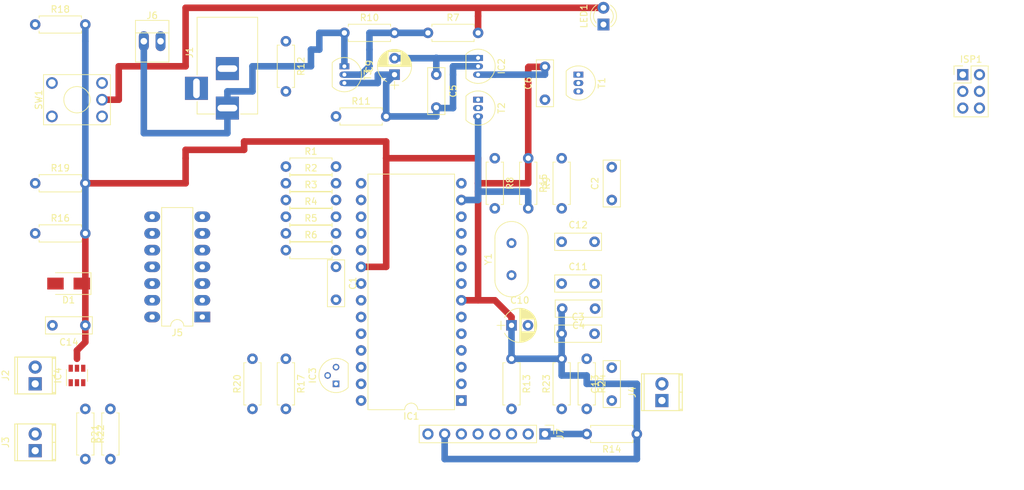
<source format=kicad_pcb>
(kicad_pcb (version 4) (host pcbnew 4.0.7-e2-6376~58~ubuntu16.04.1)

  (general
    (links 114)
    (no_connects 83)
    (area 0 0 0 0)
    (thickness 1.6)
    (drawings 0)
    (tracks 98)
    (zones 0)
    (modules 55)
    (nets 58)
  )

  (page A4)
  (layers
    (0 F.Cu signal)
    (31 B.Cu signal)
    (32 B.Adhes user)
    (33 F.Adhes user)
    (34 B.Paste user)
    (35 F.Paste user)
    (36 B.SilkS user)
    (37 F.SilkS user)
    (38 B.Mask user)
    (39 F.Mask user)
    (40 Dwgs.User user)
    (41 Cmts.User user)
    (42 Eco1.User user)
    (43 Eco2.User user)
    (44 Edge.Cuts user)
    (45 Margin user)
    (46 B.CrtYd user)
    (47 F.CrtYd user)
    (48 B.Fab user)
    (49 F.Fab user)
  )

  (setup
    (last_trace_width 1)
    (trace_clearance 0.2)
    (zone_clearance 0.508)
    (zone_45_only no)
    (trace_min 1)
    (segment_width 0.2)
    (edge_width 0.15)
    (via_size 0.6)
    (via_drill 0.4)
    (via_min_size 0.4)
    (via_min_drill 0.3)
    (uvia_size 0.3)
    (uvia_drill 0.1)
    (uvias_allowed no)
    (uvia_min_size 0.2)
    (uvia_min_drill 0.1)
    (pcb_text_width 0.3)
    (pcb_text_size 1.5 1.5)
    (mod_edge_width 0.15)
    (mod_text_size 1 1)
    (mod_text_width 0.15)
    (pad_size 1.524 1.524)
    (pad_drill 0.762)
    (pad_to_mask_clearance 0.2)
    (aux_axis_origin 0 0)
    (visible_elements FFFFFF7F)
    (pcbplotparams
      (layerselection 0x00030_80000001)
      (usegerberextensions false)
      (excludeedgelayer true)
      (linewidth 0.100000)
      (plotframeref false)
      (viasonmask false)
      (mode 1)
      (useauxorigin false)
      (hpglpennumber 1)
      (hpglpenspeed 20)
      (hpglpendiameter 15)
      (hpglpenoverlay 2)
      (psnegative false)
      (psa4output false)
      (plotreference true)
      (plotvalue true)
      (plotinvisibletext false)
      (padsonsilk false)
      (subtractmaskfromsilk false)
      (outputformat 1)
      (mirror false)
      (drillshape 1)
      (scaleselection 1)
      (outputdirectory ""))
  )

  (net 0 "")
  (net 1 "Net-(C1-Pad1)")
  (net 2 GND)
  (net 3 "Net-(C2-Pad2)")
  (net 4 Vcc)
  (net 5 Vbat)
  (net 6 "Net-(C11-Pad1)")
  (net 7 "Net-(C12-Pad1)")
  (net 8 "Net-(C13-Pad1)")
  (net 9 PD4)
  (net 10 "Net-(IC1-Pad1)")
  (net 11 "Net-(IC1-Pad15)")
  (net 12 "Net-(IC1-Pad2)")
  (net 13 "Net-(IC1-Pad16)")
  (net 14 PD1)
  (net 15 "Net-(IC1-Pad17)")
  (net 16 "Net-(IC1-Pad4)")
  (net 17 "Net-(IC1-Pad18)")
  (net 18 PD3)
  (net 19 "Net-(IC1-Pad19)")
  (net 20 "Net-(IC1-Pad23)")
  (net 21 "Net-(IC1-Pad24)")
  (net 22 "Net-(IC1-Pad11)")
  (net 23 "Net-(IC1-Pad25)")
  (net 24 "Net-(IC1-Pad12)")
  (net 25 PC3)
  (net 26 "Net-(IC1-Pad13)")
  (net 27 "Net-(IC1-Pad27)")
  (net 28 "Net-(IC1-Pad14)")
  (net 29 "Net-(IC1-Pad28)")
  (net 30 "Net-(IC4-Pad1)")
  (net 31 "Net-(ISP1-Pad1)")
  (net 32 "Net-(ISP1-Pad2)")
  (net 33 "Net-(ISP1-Pad3)")
  (net 34 "Net-(ISP1-Pad4)")
  (net 35 "Net-(ISP1-Pad5)")
  (net 36 "Net-(ISP1-Pad6)")
  (net 37 "Net-(J1-Pad1)")
  (net 38 "Net-(J1-Pad3)")
  (net 39 "Net-(J3-Pad1)")
  (net 40 "Net-(J5-Pad8)")
  (net 41 "Net-(J5-Pad9)")
  (net 42 "Net-(J5-Pad10)")
  (net 43 "Net-(J5-Pad4)")
  (net 44 "Net-(J5-Pad11)")
  (net 45 "Net-(J5-Pad5)")
  (net 46 "Net-(J5-Pad12)")
  (net 47 "Net-(J5-Pad6)")
  (net 48 "Net-(J5-Pad13)")
  (net 49 "Net-(J5-Pad7)")
  (net 50 "Net-(J5-Pad14)")
  (net 51 "Net-(J7-Pad1)")
  (net 52 "Net-(LED1-Pad1)")
  (net 53 "Net-(LED1-Pad2)")
  (net 54 "Net-(R10-Pad2)")
  (net 55 "Net-(R17-Pad1)")
  (net 56 "Net-(R19-Pad1)")
  (net 57 "Net-(SW1-Pad5)")

  (net_class Default "This is the default net class."
    (clearance 0.2)
    (trace_width 1)
    (via_dia 0.6)
    (via_drill 0.4)
    (uvia_dia 0.3)
    (uvia_drill 0.1)
    (add_net GND)
    (add_net "Net-(C1-Pad1)")
    (add_net "Net-(C11-Pad1)")
    (add_net "Net-(C12-Pad1)")
    (add_net "Net-(C13-Pad1)")
    (add_net "Net-(C2-Pad2)")
    (add_net "Net-(IC1-Pad1)")
    (add_net "Net-(IC1-Pad11)")
    (add_net "Net-(IC1-Pad12)")
    (add_net "Net-(IC1-Pad13)")
    (add_net "Net-(IC1-Pad14)")
    (add_net "Net-(IC1-Pad15)")
    (add_net "Net-(IC1-Pad16)")
    (add_net "Net-(IC1-Pad17)")
    (add_net "Net-(IC1-Pad18)")
    (add_net "Net-(IC1-Pad19)")
    (add_net "Net-(IC1-Pad2)")
    (add_net "Net-(IC1-Pad23)")
    (add_net "Net-(IC1-Pad24)")
    (add_net "Net-(IC1-Pad25)")
    (add_net "Net-(IC1-Pad27)")
    (add_net "Net-(IC1-Pad28)")
    (add_net "Net-(IC1-Pad4)")
    (add_net "Net-(IC4-Pad1)")
    (add_net "Net-(ISP1-Pad1)")
    (add_net "Net-(ISP1-Pad2)")
    (add_net "Net-(ISP1-Pad3)")
    (add_net "Net-(ISP1-Pad4)")
    (add_net "Net-(ISP1-Pad5)")
    (add_net "Net-(ISP1-Pad6)")
    (add_net "Net-(J1-Pad1)")
    (add_net "Net-(J1-Pad3)")
    (add_net "Net-(J3-Pad1)")
    (add_net "Net-(J5-Pad10)")
    (add_net "Net-(J5-Pad11)")
    (add_net "Net-(J5-Pad12)")
    (add_net "Net-(J5-Pad13)")
    (add_net "Net-(J5-Pad14)")
    (add_net "Net-(J5-Pad4)")
    (add_net "Net-(J5-Pad5)")
    (add_net "Net-(J5-Pad6)")
    (add_net "Net-(J5-Pad7)")
    (add_net "Net-(J5-Pad8)")
    (add_net "Net-(J5-Pad9)")
    (add_net "Net-(J7-Pad1)")
    (add_net "Net-(LED1-Pad1)")
    (add_net "Net-(LED1-Pad2)")
    (add_net "Net-(R10-Pad2)")
    (add_net "Net-(R17-Pad1)")
    (add_net "Net-(R19-Pad1)")
    (add_net "Net-(SW1-Pad5)")
    (add_net PC3)
    (add_net PD1)
    (add_net PD3)
    (add_net PD4)
    (add_net Vbat)
    (add_net Vcc)
  )

  (module Capacitors_THT:C_Disc_D7.0mm_W2.5mm_P5.00mm (layer F.Cu) (tedit 597BC7C2) (tstamp 59AB3F07)
    (at 153.67 101.6 270)
    (descr "C, Disc series, Radial, pin pitch=5.00mm, , diameter*width=7*2.5mm^2, Capacitor, http://cdn-reichelt.de/documents/datenblatt/B300/DS_KERKO_TC.pdf")
    (tags "C Disc series Radial pin pitch 5.00mm  diameter 7mm width 2.5mm Capacitor")
    (path /59A5FAA9)
    (fp_text reference C1 (at 2.5 -2.56 270) (layer F.SilkS)
      (effects (font (size 1 1) (thickness 0.15)))
    )
    (fp_text value 1nF (at 2.5 2.56 270) (layer F.Fab)
      (effects (font (size 1 1) (thickness 0.15)))
    )
    (fp_line (start -1 -1.25) (end -1 1.25) (layer F.Fab) (width 0.1))
    (fp_line (start -1 1.25) (end 6 1.25) (layer F.Fab) (width 0.1))
    (fp_line (start 6 1.25) (end 6 -1.25) (layer F.Fab) (width 0.1))
    (fp_line (start 6 -1.25) (end -1 -1.25) (layer F.Fab) (width 0.1))
    (fp_line (start -1.06 -1.31) (end 6.06 -1.31) (layer F.SilkS) (width 0.12))
    (fp_line (start -1.06 1.31) (end 6.06 1.31) (layer F.SilkS) (width 0.12))
    (fp_line (start -1.06 -1.31) (end -1.06 1.31) (layer F.SilkS) (width 0.12))
    (fp_line (start 6.06 -1.31) (end 6.06 1.31) (layer F.SilkS) (width 0.12))
    (fp_line (start -1.35 -1.6) (end -1.35 1.6) (layer F.CrtYd) (width 0.05))
    (fp_line (start -1.35 1.6) (end 6.35 1.6) (layer F.CrtYd) (width 0.05))
    (fp_line (start 6.35 1.6) (end 6.35 -1.6) (layer F.CrtYd) (width 0.05))
    (fp_line (start 6.35 -1.6) (end -1.35 -1.6) (layer F.CrtYd) (width 0.05))
    (fp_text user %R (at 2.5 0 270) (layer F.Fab)
      (effects (font (size 1 1) (thickness 0.15)))
    )
    (pad 1 thru_hole circle (at 0 0 270) (size 1.6 1.6) (drill 0.8) (layers *.Cu *.Mask)
      (net 1 "Net-(C1-Pad1)"))
    (pad 2 thru_hole circle (at 5 0 270) (size 1.6 1.6) (drill 0.8) (layers *.Cu *.Mask)
      (net 2 GND))
    (model ${KISYS3DMOD}/Capacitors_THT.3dshapes/C_Disc_D7.0mm_W2.5mm_P5.00mm.wrl
      (at (xyz 0 0 0))
      (scale (xyz 1 1 1))
      (rotate (xyz 0 0 0))
    )
  )

  (module Capacitors_THT:C_Disc_D7.0mm_W2.5mm_P5.00mm (layer F.Cu) (tedit 597BC7C2) (tstamp 59AB3F0D)
    (at 195.58 91.44 90)
    (descr "C, Disc series, Radial, pin pitch=5.00mm, , diameter*width=7*2.5mm^2, Capacitor, http://cdn-reichelt.de/documents/datenblatt/B300/DS_KERKO_TC.pdf")
    (tags "C Disc series Radial pin pitch 5.00mm  diameter 7mm width 2.5mm Capacitor")
    (path /59A62EE5)
    (fp_text reference C2 (at 2.5 -2.56 90) (layer F.SilkS)
      (effects (font (size 1 1) (thickness 0.15)))
    )
    (fp_text value 10nF (at 2.5 2.56 90) (layer F.Fab)
      (effects (font (size 1 1) (thickness 0.15)))
    )
    (fp_line (start -1 -1.25) (end -1 1.25) (layer F.Fab) (width 0.1))
    (fp_line (start -1 1.25) (end 6 1.25) (layer F.Fab) (width 0.1))
    (fp_line (start 6 1.25) (end 6 -1.25) (layer F.Fab) (width 0.1))
    (fp_line (start 6 -1.25) (end -1 -1.25) (layer F.Fab) (width 0.1))
    (fp_line (start -1.06 -1.31) (end 6.06 -1.31) (layer F.SilkS) (width 0.12))
    (fp_line (start -1.06 1.31) (end 6.06 1.31) (layer F.SilkS) (width 0.12))
    (fp_line (start -1.06 -1.31) (end -1.06 1.31) (layer F.SilkS) (width 0.12))
    (fp_line (start 6.06 -1.31) (end 6.06 1.31) (layer F.SilkS) (width 0.12))
    (fp_line (start -1.35 -1.6) (end -1.35 1.6) (layer F.CrtYd) (width 0.05))
    (fp_line (start -1.35 1.6) (end 6.35 1.6) (layer F.CrtYd) (width 0.05))
    (fp_line (start 6.35 1.6) (end 6.35 -1.6) (layer F.CrtYd) (width 0.05))
    (fp_line (start 6.35 -1.6) (end -1.35 -1.6) (layer F.CrtYd) (width 0.05))
    (fp_text user %R (at 2.5 0 90) (layer F.Fab)
      (effects (font (size 1 1) (thickness 0.15)))
    )
    (pad 1 thru_hole circle (at 0 0 90) (size 1.6 1.6) (drill 0.8) (layers *.Cu *.Mask)
      (net 2 GND))
    (pad 2 thru_hole circle (at 5 0 90) (size 1.6 1.6) (drill 0.8) (layers *.Cu *.Mask)
      (net 3 "Net-(C2-Pad2)"))
    (model ${KISYS3DMOD}/Capacitors_THT.3dshapes/C_Disc_D7.0mm_W2.5mm_P5.00mm.wrl
      (at (xyz 0 0 0))
      (scale (xyz 1 1 1))
      (rotate (xyz 0 0 0))
    )
  )

  (module Capacitors_THT:C_Disc_D7.0mm_W2.5mm_P5.00mm (layer F.Cu) (tedit 597BC7C2) (tstamp 59AB3F13)
    (at 187.96 111.76)
    (descr "C, Disc series, Radial, pin pitch=5.00mm, , diameter*width=7*2.5mm^2, Capacitor, http://cdn-reichelt.de/documents/datenblatt/B300/DS_KERKO_TC.pdf")
    (tags "C Disc series Radial pin pitch 5.00mm  diameter 7mm width 2.5mm Capacitor")
    (path /59A5B6AB)
    (fp_text reference C3 (at 2.5 -2.56) (layer F.SilkS)
      (effects (font (size 1 1) (thickness 0.15)))
    )
    (fp_text value 100nF (at 2.5 2.56) (layer F.Fab)
      (effects (font (size 1 1) (thickness 0.15)))
    )
    (fp_line (start -1 -1.25) (end -1 1.25) (layer F.Fab) (width 0.1))
    (fp_line (start -1 1.25) (end 6 1.25) (layer F.Fab) (width 0.1))
    (fp_line (start 6 1.25) (end 6 -1.25) (layer F.Fab) (width 0.1))
    (fp_line (start 6 -1.25) (end -1 -1.25) (layer F.Fab) (width 0.1))
    (fp_line (start -1.06 -1.31) (end 6.06 -1.31) (layer F.SilkS) (width 0.12))
    (fp_line (start -1.06 1.31) (end 6.06 1.31) (layer F.SilkS) (width 0.12))
    (fp_line (start -1.06 -1.31) (end -1.06 1.31) (layer F.SilkS) (width 0.12))
    (fp_line (start 6.06 -1.31) (end 6.06 1.31) (layer F.SilkS) (width 0.12))
    (fp_line (start -1.35 -1.6) (end -1.35 1.6) (layer F.CrtYd) (width 0.05))
    (fp_line (start -1.35 1.6) (end 6.35 1.6) (layer F.CrtYd) (width 0.05))
    (fp_line (start 6.35 1.6) (end 6.35 -1.6) (layer F.CrtYd) (width 0.05))
    (fp_line (start 6.35 -1.6) (end -1.35 -1.6) (layer F.CrtYd) (width 0.05))
    (fp_text user %R (at 2.5 0) (layer F.Fab)
      (effects (font (size 1 1) (thickness 0.15)))
    )
    (pad 1 thru_hole circle (at 0 0) (size 1.6 1.6) (drill 0.8) (layers *.Cu *.Mask)
      (net 4 Vcc))
    (pad 2 thru_hole circle (at 5 0) (size 1.6 1.6) (drill 0.8) (layers *.Cu *.Mask)
      (net 2 GND))
    (model ${KISYS3DMOD}/Capacitors_THT.3dshapes/C_Disc_D7.0mm_W2.5mm_P5.00mm.wrl
      (at (xyz 0 0 0))
      (scale (xyz 1 1 1))
      (rotate (xyz 0 0 0))
    )
  )

  (module Capacitors_THT:C_Disc_D7.0mm_W2.5mm_P5.00mm (layer F.Cu) (tedit 597BC7C2) (tstamp 59AB3F19)
    (at 193.04 107.95 180)
    (descr "C, Disc series, Radial, pin pitch=5.00mm, , diameter*width=7*2.5mm^2, Capacitor, http://cdn-reichelt.de/documents/datenblatt/B300/DS_KERKO_TC.pdf")
    (tags "C Disc series Radial pin pitch 5.00mm  diameter 7mm width 2.5mm Capacitor")
    (path /59A5BB01)
    (fp_text reference C4 (at 2.5 -2.56 180) (layer F.SilkS)
      (effects (font (size 1 1) (thickness 0.15)))
    )
    (fp_text value 100nF (at 2.5 2.56 180) (layer F.Fab)
      (effects (font (size 1 1) (thickness 0.15)))
    )
    (fp_line (start -1 -1.25) (end -1 1.25) (layer F.Fab) (width 0.1))
    (fp_line (start -1 1.25) (end 6 1.25) (layer F.Fab) (width 0.1))
    (fp_line (start 6 1.25) (end 6 -1.25) (layer F.Fab) (width 0.1))
    (fp_line (start 6 -1.25) (end -1 -1.25) (layer F.Fab) (width 0.1))
    (fp_line (start -1.06 -1.31) (end 6.06 -1.31) (layer F.SilkS) (width 0.12))
    (fp_line (start -1.06 1.31) (end 6.06 1.31) (layer F.SilkS) (width 0.12))
    (fp_line (start -1.06 -1.31) (end -1.06 1.31) (layer F.SilkS) (width 0.12))
    (fp_line (start 6.06 -1.31) (end 6.06 1.31) (layer F.SilkS) (width 0.12))
    (fp_line (start -1.35 -1.6) (end -1.35 1.6) (layer F.CrtYd) (width 0.05))
    (fp_line (start -1.35 1.6) (end 6.35 1.6) (layer F.CrtYd) (width 0.05))
    (fp_line (start 6.35 1.6) (end 6.35 -1.6) (layer F.CrtYd) (width 0.05))
    (fp_line (start 6.35 -1.6) (end -1.35 -1.6) (layer F.CrtYd) (width 0.05))
    (fp_text user %R (at 2.5 0 180) (layer F.Fab)
      (effects (font (size 1 1) (thickness 0.15)))
    )
    (pad 1 thru_hole circle (at 0 0 180) (size 1.6 1.6) (drill 0.8) (layers *.Cu *.Mask)
      (net 2 GND))
    (pad 2 thru_hole circle (at 5 0 180) (size 1.6 1.6) (drill 0.8) (layers *.Cu *.Mask)
      (net 4 Vcc))
    (model ${KISYS3DMOD}/Capacitors_THT.3dshapes/C_Disc_D7.0mm_W2.5mm_P5.00mm.wrl
      (at (xyz 0 0 0))
      (scale (xyz 1 1 1))
      (rotate (xyz 0 0 0))
    )
  )

  (module Capacitors_THT:C_Disc_D7.0mm_W2.5mm_P5.00mm (layer F.Cu) (tedit 59B42AA3) (tstamp 59AB3F1F)
    (at 168.91 72.39 270)
    (descr "C, Disc series, Radial, pin pitch=5.00mm, , diameter*width=7*2.5mm^2, Capacitor, http://cdn-reichelt.de/documents/datenblatt/B300/DS_KERKO_TC.pdf")
    (tags "C Disc series Radial pin pitch 5.00mm  diameter 7mm width 2.5mm Capacitor")
    (path /59A64B78)
    (fp_text reference C5 (at 2.5 -2.56 270) (layer F.SilkS)
      (effects (font (size 1 1) (thickness 0.15)))
    )
    (fp_text value 100nF (at 2.5 2.56 270) (layer F.Fab)
      (effects (font (size 1 1) (thickness 0.15)))
    )
    (fp_line (start -1 -1.25) (end -1 1.25) (layer F.Fab) (width 0.1))
    (fp_line (start -1 1.25) (end 6 1.25) (layer F.Fab) (width 0.1))
    (fp_line (start 6 1.25) (end 6 -1.25) (layer F.Fab) (width 0.1))
    (fp_line (start 6 -1.25) (end -1 -1.25) (layer F.Fab) (width 0.1))
    (fp_line (start -1.06 -1.31) (end 6.06 -1.31) (layer F.SilkS) (width 0.12))
    (fp_line (start -1.06 1.31) (end 6.06 1.31) (layer F.SilkS) (width 0.12))
    (fp_line (start -1.06 -1.31) (end -1.06 1.31) (layer F.SilkS) (width 0.12))
    (fp_line (start 6.06 -1.31) (end 6.06 1.31) (layer F.SilkS) (width 0.12))
    (fp_line (start -1.35 -1.6) (end -1.35 1.6) (layer F.CrtYd) (width 0.05))
    (fp_line (start -1.35 1.6) (end 6.35 1.6) (layer F.CrtYd) (width 0.05))
    (fp_line (start 6.35 1.6) (end 6.35 -1.6) (layer F.CrtYd) (width 0.05))
    (fp_line (start 6.35 -1.6) (end -1.35 -1.6) (layer F.CrtYd) (width 0.05))
    (fp_text user %R (at 2.54 0 270) (layer F.Fab)
      (effects (font (size 1 1) (thickness 0.15)))
    )
    (pad 1 thru_hole circle (at 0 0 270) (size 1.6 1.6) (drill 0.8) (layers *.Cu *.Mask)
      (net 2 GND))
    (pad 2 thru_hole circle (at 5 0 270) (size 1.6 1.6) (drill 0.8) (layers *.Cu *.Mask)
      (net 5 Vbat))
    (model ${KISYS3DMOD}/Capacitors_THT.3dshapes/C_Disc_D7.0mm_W2.5mm_P5.00mm.wrl
      (at (xyz 0 0 0))
      (scale (xyz 1 1 1))
      (rotate (xyz 0 0 0))
    )
  )

  (module Capacitors_THT:C_Disc_D7.0mm_W2.5mm_P5.00mm (layer F.Cu) (tedit 59B42B6F) (tstamp 59AB3F25)
    (at 185.42 76.2 90)
    (descr "C, Disc series, Radial, pin pitch=5.00mm, , diameter*width=7*2.5mm^2, Capacitor, http://cdn-reichelt.de/documents/datenblatt/B300/DS_KERKO_TC.pdf")
    (tags "C Disc series Radial pin pitch 5.00mm  diameter 7mm width 2.5mm Capacitor")
    (path /59A62AD8)
    (fp_text reference C6 (at 2.5 -2.56 90) (layer F.SilkS)
      (effects (font (size 1 1) (thickness 0.15)))
    )
    (fp_text value 100nF (at 2.5 2.56 90) (layer F.Fab)
      (effects (font (size 1 1) (thickness 0.15)))
    )
    (fp_line (start -1 -1.25) (end -1 1.25) (layer F.Fab) (width 0.1))
    (fp_line (start -1 1.25) (end 6 1.25) (layer F.Fab) (width 0.1))
    (fp_line (start 6 1.25) (end 6 -1.25) (layer F.Fab) (width 0.1))
    (fp_line (start 6 -1.25) (end -1 -1.25) (layer F.Fab) (width 0.1))
    (fp_line (start -1.06 -1.31) (end 6.06 -1.31) (layer F.SilkS) (width 0.12))
    (fp_line (start -1.06 1.31) (end 6.06 1.31) (layer F.SilkS) (width 0.12))
    (fp_line (start -1.06 -1.31) (end -1.06 1.31) (layer F.SilkS) (width 0.12))
    (fp_line (start 6.06 -1.31) (end 6.06 1.31) (layer F.SilkS) (width 0.12))
    (fp_line (start -1.35 -1.6) (end -1.35 1.6) (layer F.CrtYd) (width 0.05))
    (fp_line (start -1.35 1.6) (end 6.35 1.6) (layer F.CrtYd) (width 0.05))
    (fp_line (start 6.35 1.6) (end 6.35 -1.6) (layer F.CrtYd) (width 0.05))
    (fp_line (start 6.35 -1.6) (end -1.35 -1.6) (layer F.CrtYd) (width 0.05))
    (fp_text user %R (at 2.54 0 90) (layer F.Fab)
      (effects (font (size 1 1) (thickness 0.15)))
    )
    (pad 1 thru_hole circle (at 0 0 90) (size 1.6 1.6) (drill 0.8) (layers *.Cu *.Mask)
      (net 2 GND))
    (pad 2 thru_hole circle (at 5 0 90) (size 1.6 1.6) (drill 0.8) (layers *.Cu *.Mask)
      (net 4 Vcc))
    (model ${KISYS3DMOD}/Capacitors_THT.3dshapes/C_Disc_D7.0mm_W2.5mm_P5.00mm.wrl
      (at (xyz 0 0 0))
      (scale (xyz 1 1 1))
      (rotate (xyz 0 0 0))
    )
  )

  (module Capacitors_THT:CP_Radial_D5.0mm_P2.50mm (layer F.Cu) (tedit 59B42684) (tstamp 59AB3F2B)
    (at 162.56 72.39 90)
    (descr "CP, Radial series, Radial, pin pitch=2.50mm, , diameter=5mm, Electrolytic Capacitor")
    (tags "CP Radial series Radial pin pitch 2.50mm  diameter 5mm Electrolytic Capacitor")
    (path /59A6488B)
    (fp_text reference C9 (at 1.25 -3.81 90) (layer F.SilkS)
      (effects (font (size 1 1) (thickness 0.15)))
    )
    (fp_text value 10uF (at 1.25 3.81 90) (layer F.Fab)
      (effects (font (size 1 1) (thickness 0.15)))
    )
    (fp_arc (start 1.25 0) (end -1.05558 -1.18) (angle 125.8) (layer F.SilkS) (width 0.12))
    (fp_arc (start 1.25 0) (end -1.05558 1.18) (angle -125.8) (layer F.SilkS) (width 0.12))
    (fp_arc (start 1.25 0) (end 3.55558 -1.18) (angle 54.2) (layer F.SilkS) (width 0.12))
    (fp_circle (center 1.25 0) (end 3.75 0) (layer F.Fab) (width 0.1))
    (fp_line (start -2.2 0) (end -1 0) (layer F.Fab) (width 0.1))
    (fp_line (start -1.6 -0.65) (end -1.6 0.65) (layer F.Fab) (width 0.1))
    (fp_line (start 1.25 -2.55) (end 1.25 2.55) (layer F.SilkS) (width 0.12))
    (fp_line (start 1.29 -2.55) (end 1.29 2.55) (layer F.SilkS) (width 0.12))
    (fp_line (start 1.33 -2.549) (end 1.33 2.549) (layer F.SilkS) (width 0.12))
    (fp_line (start 1.37 -2.548) (end 1.37 2.548) (layer F.SilkS) (width 0.12))
    (fp_line (start 1.41 -2.546) (end 1.41 2.546) (layer F.SilkS) (width 0.12))
    (fp_line (start 1.45 -2.543) (end 1.45 2.543) (layer F.SilkS) (width 0.12))
    (fp_line (start 1.49 -2.539) (end 1.49 2.539) (layer F.SilkS) (width 0.12))
    (fp_line (start 1.53 -2.535) (end 1.53 -0.98) (layer F.SilkS) (width 0.12))
    (fp_line (start 1.53 0.98) (end 1.53 2.535) (layer F.SilkS) (width 0.12))
    (fp_line (start 1.57 -2.531) (end 1.57 -0.98) (layer F.SilkS) (width 0.12))
    (fp_line (start 1.57 0.98) (end 1.57 2.531) (layer F.SilkS) (width 0.12))
    (fp_line (start 1.61 -2.525) (end 1.61 -0.98) (layer F.SilkS) (width 0.12))
    (fp_line (start 1.61 0.98) (end 1.61 2.525) (layer F.SilkS) (width 0.12))
    (fp_line (start 1.65 -2.519) (end 1.65 -0.98) (layer F.SilkS) (width 0.12))
    (fp_line (start 1.65 0.98) (end 1.65 2.519) (layer F.SilkS) (width 0.12))
    (fp_line (start 1.69 -2.513) (end 1.69 -0.98) (layer F.SilkS) (width 0.12))
    (fp_line (start 1.69 0.98) (end 1.69 2.513) (layer F.SilkS) (width 0.12))
    (fp_line (start 1.73 -2.506) (end 1.73 -0.98) (layer F.SilkS) (width 0.12))
    (fp_line (start 1.73 0.98) (end 1.73 2.506) (layer F.SilkS) (width 0.12))
    (fp_line (start 1.77 -2.498) (end 1.77 -0.98) (layer F.SilkS) (width 0.12))
    (fp_line (start 1.77 0.98) (end 1.77 2.498) (layer F.SilkS) (width 0.12))
    (fp_line (start 1.81 -2.489) (end 1.81 -0.98) (layer F.SilkS) (width 0.12))
    (fp_line (start 1.81 0.98) (end 1.81 2.489) (layer F.SilkS) (width 0.12))
    (fp_line (start 1.85 -2.48) (end 1.85 -0.98) (layer F.SilkS) (width 0.12))
    (fp_line (start 1.85 0.98) (end 1.85 2.48) (layer F.SilkS) (width 0.12))
    (fp_line (start 1.89 -2.47) (end 1.89 -0.98) (layer F.SilkS) (width 0.12))
    (fp_line (start 1.89 0.98) (end 1.89 2.47) (layer F.SilkS) (width 0.12))
    (fp_line (start 1.93 -2.46) (end 1.93 -0.98) (layer F.SilkS) (width 0.12))
    (fp_line (start 1.93 0.98) (end 1.93 2.46) (layer F.SilkS) (width 0.12))
    (fp_line (start 1.971 -2.448) (end 1.971 -0.98) (layer F.SilkS) (width 0.12))
    (fp_line (start 1.971 0.98) (end 1.971 2.448) (layer F.SilkS) (width 0.12))
    (fp_line (start 2.011 -2.436) (end 2.011 -0.98) (layer F.SilkS) (width 0.12))
    (fp_line (start 2.011 0.98) (end 2.011 2.436) (layer F.SilkS) (width 0.12))
    (fp_line (start 2.051 -2.424) (end 2.051 -0.98) (layer F.SilkS) (width 0.12))
    (fp_line (start 2.051 0.98) (end 2.051 2.424) (layer F.SilkS) (width 0.12))
    (fp_line (start 2.091 -2.41) (end 2.091 -0.98) (layer F.SilkS) (width 0.12))
    (fp_line (start 2.091 0.98) (end 2.091 2.41) (layer F.SilkS) (width 0.12))
    (fp_line (start 2.131 -2.396) (end 2.131 -0.98) (layer F.SilkS) (width 0.12))
    (fp_line (start 2.131 0.98) (end 2.131 2.396) (layer F.SilkS) (width 0.12))
    (fp_line (start 2.171 -2.382) (end 2.171 -0.98) (layer F.SilkS) (width 0.12))
    (fp_line (start 2.171 0.98) (end 2.171 2.382) (layer F.SilkS) (width 0.12))
    (fp_line (start 2.211 -2.366) (end 2.211 -0.98) (layer F.SilkS) (width 0.12))
    (fp_line (start 2.211 0.98) (end 2.211 2.366) (layer F.SilkS) (width 0.12))
    (fp_line (start 2.251 -2.35) (end 2.251 -0.98) (layer F.SilkS) (width 0.12))
    (fp_line (start 2.251 0.98) (end 2.251 2.35) (layer F.SilkS) (width 0.12))
    (fp_line (start 2.291 -2.333) (end 2.291 -0.98) (layer F.SilkS) (width 0.12))
    (fp_line (start 2.291 0.98) (end 2.291 2.333) (layer F.SilkS) (width 0.12))
    (fp_line (start 2.331 -2.315) (end 2.331 -0.98) (layer F.SilkS) (width 0.12))
    (fp_line (start 2.331 0.98) (end 2.331 2.315) (layer F.SilkS) (width 0.12))
    (fp_line (start 2.371 -2.296) (end 2.371 -0.98) (layer F.SilkS) (width 0.12))
    (fp_line (start 2.371 0.98) (end 2.371 2.296) (layer F.SilkS) (width 0.12))
    (fp_line (start 2.411 -2.276) (end 2.411 -0.98) (layer F.SilkS) (width 0.12))
    (fp_line (start 2.411 0.98) (end 2.411 2.276) (layer F.SilkS) (width 0.12))
    (fp_line (start 2.451 -2.256) (end 2.451 -0.98) (layer F.SilkS) (width 0.12))
    (fp_line (start 2.451 0.98) (end 2.451 2.256) (layer F.SilkS) (width 0.12))
    (fp_line (start 2.491 -2.234) (end 2.491 -0.98) (layer F.SilkS) (width 0.12))
    (fp_line (start 2.491 0.98) (end 2.491 2.234) (layer F.SilkS) (width 0.12))
    (fp_line (start 2.531 -2.212) (end 2.531 -0.98) (layer F.SilkS) (width 0.12))
    (fp_line (start 2.531 0.98) (end 2.531 2.212) (layer F.SilkS) (width 0.12))
    (fp_line (start 2.571 -2.189) (end 2.571 -0.98) (layer F.SilkS) (width 0.12))
    (fp_line (start 2.571 0.98) (end 2.571 2.189) (layer F.SilkS) (width 0.12))
    (fp_line (start 2.611 -2.165) (end 2.611 -0.98) (layer F.SilkS) (width 0.12))
    (fp_line (start 2.611 0.98) (end 2.611 2.165) (layer F.SilkS) (width 0.12))
    (fp_line (start 2.651 -2.14) (end 2.651 -0.98) (layer F.SilkS) (width 0.12))
    (fp_line (start 2.651 0.98) (end 2.651 2.14) (layer F.SilkS) (width 0.12))
    (fp_line (start 2.691 -2.113) (end 2.691 -0.98) (layer F.SilkS) (width 0.12))
    (fp_line (start 2.691 0.98) (end 2.691 2.113) (layer F.SilkS) (width 0.12))
    (fp_line (start 2.731 -2.086) (end 2.731 -0.98) (layer F.SilkS) (width 0.12))
    (fp_line (start 2.731 0.98) (end 2.731 2.086) (layer F.SilkS) (width 0.12))
    (fp_line (start 2.771 -2.058) (end 2.771 -0.98) (layer F.SilkS) (width 0.12))
    (fp_line (start 2.771 0.98) (end 2.771 2.058) (layer F.SilkS) (width 0.12))
    (fp_line (start 2.811 -2.028) (end 2.811 -0.98) (layer F.SilkS) (width 0.12))
    (fp_line (start 2.811 0.98) (end 2.811 2.028) (layer F.SilkS) (width 0.12))
    (fp_line (start 2.851 -1.997) (end 2.851 -0.98) (layer F.SilkS) (width 0.12))
    (fp_line (start 2.851 0.98) (end 2.851 1.997) (layer F.SilkS) (width 0.12))
    (fp_line (start 2.891 -1.965) (end 2.891 -0.98) (layer F.SilkS) (width 0.12))
    (fp_line (start 2.891 0.98) (end 2.891 1.965) (layer F.SilkS) (width 0.12))
    (fp_line (start 2.931 -1.932) (end 2.931 -0.98) (layer F.SilkS) (width 0.12))
    (fp_line (start 2.931 0.98) (end 2.931 1.932) (layer F.SilkS) (width 0.12))
    (fp_line (start 2.971 -1.897) (end 2.971 -0.98) (layer F.SilkS) (width 0.12))
    (fp_line (start 2.971 0.98) (end 2.971 1.897) (layer F.SilkS) (width 0.12))
    (fp_line (start 3.011 -1.861) (end 3.011 -0.98) (layer F.SilkS) (width 0.12))
    (fp_line (start 3.011 0.98) (end 3.011 1.861) (layer F.SilkS) (width 0.12))
    (fp_line (start 3.051 -1.823) (end 3.051 -0.98) (layer F.SilkS) (width 0.12))
    (fp_line (start 3.051 0.98) (end 3.051 1.823) (layer F.SilkS) (width 0.12))
    (fp_line (start 3.091 -1.783) (end 3.091 -0.98) (layer F.SilkS) (width 0.12))
    (fp_line (start 3.091 0.98) (end 3.091 1.783) (layer F.SilkS) (width 0.12))
    (fp_line (start 3.131 -1.742) (end 3.131 -0.98) (layer F.SilkS) (width 0.12))
    (fp_line (start 3.131 0.98) (end 3.131 1.742) (layer F.SilkS) (width 0.12))
    (fp_line (start 3.171 -1.699) (end 3.171 -0.98) (layer F.SilkS) (width 0.12))
    (fp_line (start 3.171 0.98) (end 3.171 1.699) (layer F.SilkS) (width 0.12))
    (fp_line (start 3.211 -1.654) (end 3.211 -0.98) (layer F.SilkS) (width 0.12))
    (fp_line (start 3.211 0.98) (end 3.211 1.654) (layer F.SilkS) (width 0.12))
    (fp_line (start 3.251 -1.606) (end 3.251 -0.98) (layer F.SilkS) (width 0.12))
    (fp_line (start 3.251 0.98) (end 3.251 1.606) (layer F.SilkS) (width 0.12))
    (fp_line (start 3.291 -1.556) (end 3.291 -0.98) (layer F.SilkS) (width 0.12))
    (fp_line (start 3.291 0.98) (end 3.291 1.556) (layer F.SilkS) (width 0.12))
    (fp_line (start 3.331 -1.504) (end 3.331 -0.98) (layer F.SilkS) (width 0.12))
    (fp_line (start 3.331 0.98) (end 3.331 1.504) (layer F.SilkS) (width 0.12))
    (fp_line (start 3.371 -1.448) (end 3.371 -0.98) (layer F.SilkS) (width 0.12))
    (fp_line (start 3.371 0.98) (end 3.371 1.448) (layer F.SilkS) (width 0.12))
    (fp_line (start 3.411 -1.39) (end 3.411 -0.98) (layer F.SilkS) (width 0.12))
    (fp_line (start 3.411 0.98) (end 3.411 1.39) (layer F.SilkS) (width 0.12))
    (fp_line (start 3.451 -1.327) (end 3.451 -0.98) (layer F.SilkS) (width 0.12))
    (fp_line (start 3.451 0.98) (end 3.451 1.327) (layer F.SilkS) (width 0.12))
    (fp_line (start 3.491 -1.261) (end 3.491 1.261) (layer F.SilkS) (width 0.12))
    (fp_line (start 3.531 -1.189) (end 3.531 1.189) (layer F.SilkS) (width 0.12))
    (fp_line (start 3.571 -1.112) (end 3.571 1.112) (layer F.SilkS) (width 0.12))
    (fp_line (start 3.611 -1.028) (end 3.611 1.028) (layer F.SilkS) (width 0.12))
    (fp_line (start 3.651 -0.934) (end 3.651 0.934) (layer F.SilkS) (width 0.12))
    (fp_line (start 3.691 -0.829) (end 3.691 0.829) (layer F.SilkS) (width 0.12))
    (fp_line (start 3.731 -0.707) (end 3.731 0.707) (layer F.SilkS) (width 0.12))
    (fp_line (start 3.771 -0.559) (end 3.771 0.559) (layer F.SilkS) (width 0.12))
    (fp_line (start 3.811 -0.354) (end 3.811 0.354) (layer F.SilkS) (width 0.12))
    (fp_line (start -2.2 0) (end -1 0) (layer F.SilkS) (width 0.12))
    (fp_line (start -1.6 -0.65) (end -1.6 0.65) (layer F.SilkS) (width 0.12))
    (fp_line (start -1.6 -2.85) (end -1.6 2.85) (layer F.CrtYd) (width 0.05))
    (fp_line (start -1.6 2.85) (end 4.1 2.85) (layer F.CrtYd) (width 0.05))
    (fp_line (start 4.1 2.85) (end 4.1 -2.85) (layer F.CrtYd) (width 0.05))
    (fp_line (start 4.1 -2.85) (end -1.6 -2.85) (layer F.CrtYd) (width 0.05))
    (fp_text user %R (at 1.27 0 90) (layer F.Fab)
      (effects (font (size 1 1) (thickness 0.15)))
    )
    (pad 1 thru_hole rect (at 0 0 90) (size 1.6 1.6) (drill 0.8) (layers *.Cu *.Mask)
      (net 5 Vbat))
    (pad 2 thru_hole circle (at 2.5 0 90) (size 1.6 1.6) (drill 0.8) (layers *.Cu *.Mask)
      (net 2 GND))
    (model ${KISYS3DMOD}/Capacitors_THT.3dshapes/CP_Radial_D5.0mm_P2.50mm.wrl
      (at (xyz 0 0 0))
      (scale (xyz 1 1 1))
      (rotate (xyz 0 0 0))
    )
  )

  (module Capacitors_THT:CP_Radial_D5.0mm_P2.50mm (layer F.Cu) (tedit 597BC7C2) (tstamp 59AB3F31)
    (at 180.34 110.49)
    (descr "CP, Radial series, Radial, pin pitch=2.50mm, , diameter=5mm, Electrolytic Capacitor")
    (tags "CP Radial series Radial pin pitch 2.50mm  diameter 5mm Electrolytic Capacitor")
    (path /59A5B531)
    (fp_text reference C10 (at 1.25 -3.81) (layer F.SilkS)
      (effects (font (size 1 1) (thickness 0.15)))
    )
    (fp_text value 10uF (at 1.25 3.81) (layer F.Fab)
      (effects (font (size 1 1) (thickness 0.15)))
    )
    (fp_arc (start 1.25 0) (end -1.05558 -1.18) (angle 125.8) (layer F.SilkS) (width 0.12))
    (fp_arc (start 1.25 0) (end -1.05558 1.18) (angle -125.8) (layer F.SilkS) (width 0.12))
    (fp_arc (start 1.25 0) (end 3.55558 -1.18) (angle 54.2) (layer F.SilkS) (width 0.12))
    (fp_circle (center 1.25 0) (end 3.75 0) (layer F.Fab) (width 0.1))
    (fp_line (start -2.2 0) (end -1 0) (layer F.Fab) (width 0.1))
    (fp_line (start -1.6 -0.65) (end -1.6 0.65) (layer F.Fab) (width 0.1))
    (fp_line (start 1.25 -2.55) (end 1.25 2.55) (layer F.SilkS) (width 0.12))
    (fp_line (start 1.29 -2.55) (end 1.29 2.55) (layer F.SilkS) (width 0.12))
    (fp_line (start 1.33 -2.549) (end 1.33 2.549) (layer F.SilkS) (width 0.12))
    (fp_line (start 1.37 -2.548) (end 1.37 2.548) (layer F.SilkS) (width 0.12))
    (fp_line (start 1.41 -2.546) (end 1.41 2.546) (layer F.SilkS) (width 0.12))
    (fp_line (start 1.45 -2.543) (end 1.45 2.543) (layer F.SilkS) (width 0.12))
    (fp_line (start 1.49 -2.539) (end 1.49 2.539) (layer F.SilkS) (width 0.12))
    (fp_line (start 1.53 -2.535) (end 1.53 -0.98) (layer F.SilkS) (width 0.12))
    (fp_line (start 1.53 0.98) (end 1.53 2.535) (layer F.SilkS) (width 0.12))
    (fp_line (start 1.57 -2.531) (end 1.57 -0.98) (layer F.SilkS) (width 0.12))
    (fp_line (start 1.57 0.98) (end 1.57 2.531) (layer F.SilkS) (width 0.12))
    (fp_line (start 1.61 -2.525) (end 1.61 -0.98) (layer F.SilkS) (width 0.12))
    (fp_line (start 1.61 0.98) (end 1.61 2.525) (layer F.SilkS) (width 0.12))
    (fp_line (start 1.65 -2.519) (end 1.65 -0.98) (layer F.SilkS) (width 0.12))
    (fp_line (start 1.65 0.98) (end 1.65 2.519) (layer F.SilkS) (width 0.12))
    (fp_line (start 1.69 -2.513) (end 1.69 -0.98) (layer F.SilkS) (width 0.12))
    (fp_line (start 1.69 0.98) (end 1.69 2.513) (layer F.SilkS) (width 0.12))
    (fp_line (start 1.73 -2.506) (end 1.73 -0.98) (layer F.SilkS) (width 0.12))
    (fp_line (start 1.73 0.98) (end 1.73 2.506) (layer F.SilkS) (width 0.12))
    (fp_line (start 1.77 -2.498) (end 1.77 -0.98) (layer F.SilkS) (width 0.12))
    (fp_line (start 1.77 0.98) (end 1.77 2.498) (layer F.SilkS) (width 0.12))
    (fp_line (start 1.81 -2.489) (end 1.81 -0.98) (layer F.SilkS) (width 0.12))
    (fp_line (start 1.81 0.98) (end 1.81 2.489) (layer F.SilkS) (width 0.12))
    (fp_line (start 1.85 -2.48) (end 1.85 -0.98) (layer F.SilkS) (width 0.12))
    (fp_line (start 1.85 0.98) (end 1.85 2.48) (layer F.SilkS) (width 0.12))
    (fp_line (start 1.89 -2.47) (end 1.89 -0.98) (layer F.SilkS) (width 0.12))
    (fp_line (start 1.89 0.98) (end 1.89 2.47) (layer F.SilkS) (width 0.12))
    (fp_line (start 1.93 -2.46) (end 1.93 -0.98) (layer F.SilkS) (width 0.12))
    (fp_line (start 1.93 0.98) (end 1.93 2.46) (layer F.SilkS) (width 0.12))
    (fp_line (start 1.971 -2.448) (end 1.971 -0.98) (layer F.SilkS) (width 0.12))
    (fp_line (start 1.971 0.98) (end 1.971 2.448) (layer F.SilkS) (width 0.12))
    (fp_line (start 2.011 -2.436) (end 2.011 -0.98) (layer F.SilkS) (width 0.12))
    (fp_line (start 2.011 0.98) (end 2.011 2.436) (layer F.SilkS) (width 0.12))
    (fp_line (start 2.051 -2.424) (end 2.051 -0.98) (layer F.SilkS) (width 0.12))
    (fp_line (start 2.051 0.98) (end 2.051 2.424) (layer F.SilkS) (width 0.12))
    (fp_line (start 2.091 -2.41) (end 2.091 -0.98) (layer F.SilkS) (width 0.12))
    (fp_line (start 2.091 0.98) (end 2.091 2.41) (layer F.SilkS) (width 0.12))
    (fp_line (start 2.131 -2.396) (end 2.131 -0.98) (layer F.SilkS) (width 0.12))
    (fp_line (start 2.131 0.98) (end 2.131 2.396) (layer F.SilkS) (width 0.12))
    (fp_line (start 2.171 -2.382) (end 2.171 -0.98) (layer F.SilkS) (width 0.12))
    (fp_line (start 2.171 0.98) (end 2.171 2.382) (layer F.SilkS) (width 0.12))
    (fp_line (start 2.211 -2.366) (end 2.211 -0.98) (layer F.SilkS) (width 0.12))
    (fp_line (start 2.211 0.98) (end 2.211 2.366) (layer F.SilkS) (width 0.12))
    (fp_line (start 2.251 -2.35) (end 2.251 -0.98) (layer F.SilkS) (width 0.12))
    (fp_line (start 2.251 0.98) (end 2.251 2.35) (layer F.SilkS) (width 0.12))
    (fp_line (start 2.291 -2.333) (end 2.291 -0.98) (layer F.SilkS) (width 0.12))
    (fp_line (start 2.291 0.98) (end 2.291 2.333) (layer F.SilkS) (width 0.12))
    (fp_line (start 2.331 -2.315) (end 2.331 -0.98) (layer F.SilkS) (width 0.12))
    (fp_line (start 2.331 0.98) (end 2.331 2.315) (layer F.SilkS) (width 0.12))
    (fp_line (start 2.371 -2.296) (end 2.371 -0.98) (layer F.SilkS) (width 0.12))
    (fp_line (start 2.371 0.98) (end 2.371 2.296) (layer F.SilkS) (width 0.12))
    (fp_line (start 2.411 -2.276) (end 2.411 -0.98) (layer F.SilkS) (width 0.12))
    (fp_line (start 2.411 0.98) (end 2.411 2.276) (layer F.SilkS) (width 0.12))
    (fp_line (start 2.451 -2.256) (end 2.451 -0.98) (layer F.SilkS) (width 0.12))
    (fp_line (start 2.451 0.98) (end 2.451 2.256) (layer F.SilkS) (width 0.12))
    (fp_line (start 2.491 -2.234) (end 2.491 -0.98) (layer F.SilkS) (width 0.12))
    (fp_line (start 2.491 0.98) (end 2.491 2.234) (layer F.SilkS) (width 0.12))
    (fp_line (start 2.531 -2.212) (end 2.531 -0.98) (layer F.SilkS) (width 0.12))
    (fp_line (start 2.531 0.98) (end 2.531 2.212) (layer F.SilkS) (width 0.12))
    (fp_line (start 2.571 -2.189) (end 2.571 -0.98) (layer F.SilkS) (width 0.12))
    (fp_line (start 2.571 0.98) (end 2.571 2.189) (layer F.SilkS) (width 0.12))
    (fp_line (start 2.611 -2.165) (end 2.611 -0.98) (layer F.SilkS) (width 0.12))
    (fp_line (start 2.611 0.98) (end 2.611 2.165) (layer F.SilkS) (width 0.12))
    (fp_line (start 2.651 -2.14) (end 2.651 -0.98) (layer F.SilkS) (width 0.12))
    (fp_line (start 2.651 0.98) (end 2.651 2.14) (layer F.SilkS) (width 0.12))
    (fp_line (start 2.691 -2.113) (end 2.691 -0.98) (layer F.SilkS) (width 0.12))
    (fp_line (start 2.691 0.98) (end 2.691 2.113) (layer F.SilkS) (width 0.12))
    (fp_line (start 2.731 -2.086) (end 2.731 -0.98) (layer F.SilkS) (width 0.12))
    (fp_line (start 2.731 0.98) (end 2.731 2.086) (layer F.SilkS) (width 0.12))
    (fp_line (start 2.771 -2.058) (end 2.771 -0.98) (layer F.SilkS) (width 0.12))
    (fp_line (start 2.771 0.98) (end 2.771 2.058) (layer F.SilkS) (width 0.12))
    (fp_line (start 2.811 -2.028) (end 2.811 -0.98) (layer F.SilkS) (width 0.12))
    (fp_line (start 2.811 0.98) (end 2.811 2.028) (layer F.SilkS) (width 0.12))
    (fp_line (start 2.851 -1.997) (end 2.851 -0.98) (layer F.SilkS) (width 0.12))
    (fp_line (start 2.851 0.98) (end 2.851 1.997) (layer F.SilkS) (width 0.12))
    (fp_line (start 2.891 -1.965) (end 2.891 -0.98) (layer F.SilkS) (width 0.12))
    (fp_line (start 2.891 0.98) (end 2.891 1.965) (layer F.SilkS) (width 0.12))
    (fp_line (start 2.931 -1.932) (end 2.931 -0.98) (layer F.SilkS) (width 0.12))
    (fp_line (start 2.931 0.98) (end 2.931 1.932) (layer F.SilkS) (width 0.12))
    (fp_line (start 2.971 -1.897) (end 2.971 -0.98) (layer F.SilkS) (width 0.12))
    (fp_line (start 2.971 0.98) (end 2.971 1.897) (layer F.SilkS) (width 0.12))
    (fp_line (start 3.011 -1.861) (end 3.011 -0.98) (layer F.SilkS) (width 0.12))
    (fp_line (start 3.011 0.98) (end 3.011 1.861) (layer F.SilkS) (width 0.12))
    (fp_line (start 3.051 -1.823) (end 3.051 -0.98) (layer F.SilkS) (width 0.12))
    (fp_line (start 3.051 0.98) (end 3.051 1.823) (layer F.SilkS) (width 0.12))
    (fp_line (start 3.091 -1.783) (end 3.091 -0.98) (layer F.SilkS) (width 0.12))
    (fp_line (start 3.091 0.98) (end 3.091 1.783) (layer F.SilkS) (width 0.12))
    (fp_line (start 3.131 -1.742) (end 3.131 -0.98) (layer F.SilkS) (width 0.12))
    (fp_line (start 3.131 0.98) (end 3.131 1.742) (layer F.SilkS) (width 0.12))
    (fp_line (start 3.171 -1.699) (end 3.171 -0.98) (layer F.SilkS) (width 0.12))
    (fp_line (start 3.171 0.98) (end 3.171 1.699) (layer F.SilkS) (width 0.12))
    (fp_line (start 3.211 -1.654) (end 3.211 -0.98) (layer F.SilkS) (width 0.12))
    (fp_line (start 3.211 0.98) (end 3.211 1.654) (layer F.SilkS) (width 0.12))
    (fp_line (start 3.251 -1.606) (end 3.251 -0.98) (layer F.SilkS) (width 0.12))
    (fp_line (start 3.251 0.98) (end 3.251 1.606) (layer F.SilkS) (width 0.12))
    (fp_line (start 3.291 -1.556) (end 3.291 -0.98) (layer F.SilkS) (width 0.12))
    (fp_line (start 3.291 0.98) (end 3.291 1.556) (layer F.SilkS) (width 0.12))
    (fp_line (start 3.331 -1.504) (end 3.331 -0.98) (layer F.SilkS) (width 0.12))
    (fp_line (start 3.331 0.98) (end 3.331 1.504) (layer F.SilkS) (width 0.12))
    (fp_line (start 3.371 -1.448) (end 3.371 -0.98) (layer F.SilkS) (width 0.12))
    (fp_line (start 3.371 0.98) (end 3.371 1.448) (layer F.SilkS) (width 0.12))
    (fp_line (start 3.411 -1.39) (end 3.411 -0.98) (layer F.SilkS) (width 0.12))
    (fp_line (start 3.411 0.98) (end 3.411 1.39) (layer F.SilkS) (width 0.12))
    (fp_line (start 3.451 -1.327) (end 3.451 -0.98) (layer F.SilkS) (width 0.12))
    (fp_line (start 3.451 0.98) (end 3.451 1.327) (layer F.SilkS) (width 0.12))
    (fp_line (start 3.491 -1.261) (end 3.491 1.261) (layer F.SilkS) (width 0.12))
    (fp_line (start 3.531 -1.189) (end 3.531 1.189) (layer F.SilkS) (width 0.12))
    (fp_line (start 3.571 -1.112) (end 3.571 1.112) (layer F.SilkS) (width 0.12))
    (fp_line (start 3.611 -1.028) (end 3.611 1.028) (layer F.SilkS) (width 0.12))
    (fp_line (start 3.651 -0.934) (end 3.651 0.934) (layer F.SilkS) (width 0.12))
    (fp_line (start 3.691 -0.829) (end 3.691 0.829) (layer F.SilkS) (width 0.12))
    (fp_line (start 3.731 -0.707) (end 3.731 0.707) (layer F.SilkS) (width 0.12))
    (fp_line (start 3.771 -0.559) (end 3.771 0.559) (layer F.SilkS) (width 0.12))
    (fp_line (start 3.811 -0.354) (end 3.811 0.354) (layer F.SilkS) (width 0.12))
    (fp_line (start -2.2 0) (end -1 0) (layer F.SilkS) (width 0.12))
    (fp_line (start -1.6 -0.65) (end -1.6 0.65) (layer F.SilkS) (width 0.12))
    (fp_line (start -1.6 -2.85) (end -1.6 2.85) (layer F.CrtYd) (width 0.05))
    (fp_line (start -1.6 2.85) (end 4.1 2.85) (layer F.CrtYd) (width 0.05))
    (fp_line (start 4.1 2.85) (end 4.1 -2.85) (layer F.CrtYd) (width 0.05))
    (fp_line (start 4.1 -2.85) (end -1.6 -2.85) (layer F.CrtYd) (width 0.05))
    (fp_text user %R (at 1.25 0) (layer F.Fab)
      (effects (font (size 1 1) (thickness 0.15)))
    )
    (pad 1 thru_hole rect (at 0 0) (size 1.6 1.6) (drill 0.8) (layers *.Cu *.Mask)
      (net 4 Vcc))
    (pad 2 thru_hole circle (at 2.5 0) (size 1.6 1.6) (drill 0.8) (layers *.Cu *.Mask)
      (net 2 GND))
    (model ${KISYS3DMOD}/Capacitors_THT.3dshapes/CP_Radial_D5.0mm_P2.50mm.wrl
      (at (xyz 0 0 0))
      (scale (xyz 1 1 1))
      (rotate (xyz 0 0 0))
    )
  )

  (module Capacitors_THT:C_Disc_D7.0mm_W2.5mm_P5.00mm (layer F.Cu) (tedit 597BC7C2) (tstamp 59AB3F37)
    (at 187.96 104.14)
    (descr "C, Disc series, Radial, pin pitch=5.00mm, , diameter*width=7*2.5mm^2, Capacitor, http://cdn-reichelt.de/documents/datenblatt/B300/DS_KERKO_TC.pdf")
    (tags "C Disc series Radial pin pitch 5.00mm  diameter 7mm width 2.5mm Capacitor")
    (path /59A5FCB2)
    (fp_text reference C11 (at 2.5 -2.56) (layer F.SilkS)
      (effects (font (size 1 1) (thickness 0.15)))
    )
    (fp_text value 22pF (at 2.5 2.56) (layer F.Fab)
      (effects (font (size 1 1) (thickness 0.15)))
    )
    (fp_line (start -1 -1.25) (end -1 1.25) (layer F.Fab) (width 0.1))
    (fp_line (start -1 1.25) (end 6 1.25) (layer F.Fab) (width 0.1))
    (fp_line (start 6 1.25) (end 6 -1.25) (layer F.Fab) (width 0.1))
    (fp_line (start 6 -1.25) (end -1 -1.25) (layer F.Fab) (width 0.1))
    (fp_line (start -1.06 -1.31) (end 6.06 -1.31) (layer F.SilkS) (width 0.12))
    (fp_line (start -1.06 1.31) (end 6.06 1.31) (layer F.SilkS) (width 0.12))
    (fp_line (start -1.06 -1.31) (end -1.06 1.31) (layer F.SilkS) (width 0.12))
    (fp_line (start 6.06 -1.31) (end 6.06 1.31) (layer F.SilkS) (width 0.12))
    (fp_line (start -1.35 -1.6) (end -1.35 1.6) (layer F.CrtYd) (width 0.05))
    (fp_line (start -1.35 1.6) (end 6.35 1.6) (layer F.CrtYd) (width 0.05))
    (fp_line (start 6.35 1.6) (end 6.35 -1.6) (layer F.CrtYd) (width 0.05))
    (fp_line (start 6.35 -1.6) (end -1.35 -1.6) (layer F.CrtYd) (width 0.05))
    (fp_text user %R (at 2.5 0) (layer F.Fab)
      (effects (font (size 1 1) (thickness 0.15)))
    )
    (pad 1 thru_hole circle (at 0 0) (size 1.6 1.6) (drill 0.8) (layers *.Cu *.Mask)
      (net 6 "Net-(C11-Pad1)"))
    (pad 2 thru_hole circle (at 5 0) (size 1.6 1.6) (drill 0.8) (layers *.Cu *.Mask)
      (net 2 GND))
    (model ${KISYS3DMOD}/Capacitors_THT.3dshapes/C_Disc_D7.0mm_W2.5mm_P5.00mm.wrl
      (at (xyz 0 0 0))
      (scale (xyz 1 1 1))
      (rotate (xyz 0 0 0))
    )
  )

  (module Capacitors_THT:C_Disc_D7.0mm_W2.5mm_P5.00mm (layer F.Cu) (tedit 597BC7C2) (tstamp 59AB3F3D)
    (at 187.96 97.79)
    (descr "C, Disc series, Radial, pin pitch=5.00mm, , diameter*width=7*2.5mm^2, Capacitor, http://cdn-reichelt.de/documents/datenblatt/B300/DS_KERKO_TC.pdf")
    (tags "C Disc series Radial pin pitch 5.00mm  diameter 7mm width 2.5mm Capacitor")
    (path /59A5FED7)
    (fp_text reference C12 (at 2.5 -2.56) (layer F.SilkS)
      (effects (font (size 1 1) (thickness 0.15)))
    )
    (fp_text value 22pF (at 2.5 2.56) (layer F.Fab)
      (effects (font (size 1 1) (thickness 0.15)))
    )
    (fp_line (start -1 -1.25) (end -1 1.25) (layer F.Fab) (width 0.1))
    (fp_line (start -1 1.25) (end 6 1.25) (layer F.Fab) (width 0.1))
    (fp_line (start 6 1.25) (end 6 -1.25) (layer F.Fab) (width 0.1))
    (fp_line (start 6 -1.25) (end -1 -1.25) (layer F.Fab) (width 0.1))
    (fp_line (start -1.06 -1.31) (end 6.06 -1.31) (layer F.SilkS) (width 0.12))
    (fp_line (start -1.06 1.31) (end 6.06 1.31) (layer F.SilkS) (width 0.12))
    (fp_line (start -1.06 -1.31) (end -1.06 1.31) (layer F.SilkS) (width 0.12))
    (fp_line (start 6.06 -1.31) (end 6.06 1.31) (layer F.SilkS) (width 0.12))
    (fp_line (start -1.35 -1.6) (end -1.35 1.6) (layer F.CrtYd) (width 0.05))
    (fp_line (start -1.35 1.6) (end 6.35 1.6) (layer F.CrtYd) (width 0.05))
    (fp_line (start 6.35 1.6) (end 6.35 -1.6) (layer F.CrtYd) (width 0.05))
    (fp_line (start 6.35 -1.6) (end -1.35 -1.6) (layer F.CrtYd) (width 0.05))
    (fp_text user %R (at 2.5 0) (layer F.Fab)
      (effects (font (size 1 1) (thickness 0.15)))
    )
    (pad 1 thru_hole circle (at 0 0) (size 1.6 1.6) (drill 0.8) (layers *.Cu *.Mask)
      (net 7 "Net-(C12-Pad1)"))
    (pad 2 thru_hole circle (at 5 0) (size 1.6 1.6) (drill 0.8) (layers *.Cu *.Mask)
      (net 2 GND))
    (model ${KISYS3DMOD}/Capacitors_THT.3dshapes/C_Disc_D7.0mm_W2.5mm_P5.00mm.wrl
      (at (xyz 0 0 0))
      (scale (xyz 1 1 1))
      (rotate (xyz 0 0 0))
    )
  )

  (module Capacitors_THT:C_Disc_D7.0mm_W2.5mm_P5.00mm (layer F.Cu) (tedit 59B42D87) (tstamp 59AB3F43)
    (at 195.58 121.92 90)
    (descr "C, Disc series, Radial, pin pitch=5.00mm, , diameter*width=7*2.5mm^2, Capacitor, http://cdn-reichelt.de/documents/datenblatt/B300/DS_KERKO_TC.pdf")
    (tags "C Disc series Radial pin pitch 5.00mm  diameter 7mm width 2.5mm Capacitor")
    (path /59AA2BA8)
    (fp_text reference C13 (at 2.5 -2.56 90) (layer F.SilkS)
      (effects (font (size 1 1) (thickness 0.15)))
    )
    (fp_text value 100nF (at 2.5 2.56 90) (layer F.Fab)
      (effects (font (size 1 1) (thickness 0.15)))
    )
    (fp_line (start -1 -1.25) (end -1 1.25) (layer F.Fab) (width 0.1))
    (fp_line (start -1 1.25) (end 6 1.25) (layer F.Fab) (width 0.1))
    (fp_line (start 6 1.25) (end 6 -1.25) (layer F.Fab) (width 0.1))
    (fp_line (start 6 -1.25) (end -1 -1.25) (layer F.Fab) (width 0.1))
    (fp_line (start -1.06 -1.31) (end 6.06 -1.31) (layer F.SilkS) (width 0.12))
    (fp_line (start -1.06 1.31) (end 6.06 1.31) (layer F.SilkS) (width 0.12))
    (fp_line (start -1.06 -1.31) (end -1.06 1.31) (layer F.SilkS) (width 0.12))
    (fp_line (start 6.06 -1.31) (end 6.06 1.31) (layer F.SilkS) (width 0.12))
    (fp_line (start -1.35 -1.6) (end -1.35 1.6) (layer F.CrtYd) (width 0.05))
    (fp_line (start -1.35 1.6) (end 6.35 1.6) (layer F.CrtYd) (width 0.05))
    (fp_line (start 6.35 1.6) (end 6.35 -1.6) (layer F.CrtYd) (width 0.05))
    (fp_line (start 6.35 -1.6) (end -1.35 -1.6) (layer F.CrtYd) (width 0.05))
    (fp_text user %R (at 2.54 0 90) (layer F.Fab)
      (effects (font (size 1 1) (thickness 0.15)))
    )
    (pad 1 thru_hole circle (at 0 0 90) (size 1.6 1.6) (drill 0.8) (layers *.Cu *.Mask)
      (net 8 "Net-(C13-Pad1)"))
    (pad 2 thru_hole circle (at 5 0 90) (size 1.6 1.6) (drill 0.8) (layers *.Cu *.Mask)
      (net 9 PD4))
    (model ${KISYS3DMOD}/Capacitors_THT.3dshapes/C_Disc_D7.0mm_W2.5mm_P5.00mm.wrl
      (at (xyz 0 0 0))
      (scale (xyz 1 1 1))
      (rotate (xyz 0 0 0))
    )
  )

  (module Capacitors_THT:C_Disc_D7.0mm_W2.5mm_P5.00mm (layer F.Cu) (tedit 59B42F7B) (tstamp 59AB3F49)
    (at 115.57 110.49 180)
    (descr "C, Disc series, Radial, pin pitch=5.00mm, , diameter*width=7*2.5mm^2, Capacitor, http://cdn-reichelt.de/documents/datenblatt/B300/DS_KERKO_TC.pdf")
    (tags "C Disc series Radial pin pitch 5.00mm  diameter 7mm width 2.5mm Capacitor")
    (path /59AAB368)
    (fp_text reference C14 (at 2.5 -2.56 180) (layer F.SilkS)
      (effects (font (size 1 1) (thickness 0.15)))
    )
    (fp_text value 100nF (at 2.5 2.56 180) (layer F.Fab)
      (effects (font (size 1 1) (thickness 0.15)))
    )
    (fp_line (start -1 -1.25) (end -1 1.25) (layer F.Fab) (width 0.1))
    (fp_line (start -1 1.25) (end 6 1.25) (layer F.Fab) (width 0.1))
    (fp_line (start 6 1.25) (end 6 -1.25) (layer F.Fab) (width 0.1))
    (fp_line (start 6 -1.25) (end -1 -1.25) (layer F.Fab) (width 0.1))
    (fp_line (start -1.06 -1.31) (end 6.06 -1.31) (layer F.SilkS) (width 0.12))
    (fp_line (start -1.06 1.31) (end 6.06 1.31) (layer F.SilkS) (width 0.12))
    (fp_line (start -1.06 -1.31) (end -1.06 1.31) (layer F.SilkS) (width 0.12))
    (fp_line (start 6.06 -1.31) (end 6.06 1.31) (layer F.SilkS) (width 0.12))
    (fp_line (start -1.35 -1.6) (end -1.35 1.6) (layer F.CrtYd) (width 0.05))
    (fp_line (start -1.35 1.6) (end 6.35 1.6) (layer F.CrtYd) (width 0.05))
    (fp_line (start 6.35 1.6) (end 6.35 -1.6) (layer F.CrtYd) (width 0.05))
    (fp_line (start 6.35 -1.6) (end -1.35 -1.6) (layer F.CrtYd) (width 0.05))
    (fp_text user %R (at 3.81 0 180) (layer F.Fab)
      (effects (font (size 1 1) (thickness 0.15)))
    )
    (pad 1 thru_hole circle (at 0 0 180) (size 1.6 1.6) (drill 0.8) (layers *.Cu *.Mask)
      (net 4 Vcc))
    (pad 2 thru_hole circle (at 5 0 180) (size 1.6 1.6) (drill 0.8) (layers *.Cu *.Mask)
      (net 2 GND))
    (model ${KISYS3DMOD}/Capacitors_THT.3dshapes/C_Disc_D7.0mm_W2.5mm_P5.00mm.wrl
      (at (xyz 0 0 0))
      (scale (xyz 1 1 1))
      (rotate (xyz 0 0 0))
    )
  )

  (module Diodes_SMD:D_SMA (layer F.Cu) (tedit 586432E5) (tstamp 59AB3F4F)
    (at 113.03 104.14 180)
    (descr "Diode SMA (DO-214AC)")
    (tags "Diode SMA (DO-214AC)")
    (path /59AAFA32)
    (attr smd)
    (fp_text reference D1 (at 0 -2.5 180) (layer F.SilkS)
      (effects (font (size 1 1) (thickness 0.15)))
    )
    (fp_text value P6KE6V8A (at 0 2.6 180) (layer F.Fab)
      (effects (font (size 1 1) (thickness 0.15)))
    )
    (fp_text user %R (at 0 -2.5 180) (layer F.Fab)
      (effects (font (size 1 1) (thickness 0.15)))
    )
    (fp_line (start -3.4 -1.65) (end -3.4 1.65) (layer F.SilkS) (width 0.12))
    (fp_line (start 2.3 1.5) (end -2.3 1.5) (layer F.Fab) (width 0.1))
    (fp_line (start -2.3 1.5) (end -2.3 -1.5) (layer F.Fab) (width 0.1))
    (fp_line (start 2.3 -1.5) (end 2.3 1.5) (layer F.Fab) (width 0.1))
    (fp_line (start 2.3 -1.5) (end -2.3 -1.5) (layer F.Fab) (width 0.1))
    (fp_line (start -3.5 -1.75) (end 3.5 -1.75) (layer F.CrtYd) (width 0.05))
    (fp_line (start 3.5 -1.75) (end 3.5 1.75) (layer F.CrtYd) (width 0.05))
    (fp_line (start 3.5 1.75) (end -3.5 1.75) (layer F.CrtYd) (width 0.05))
    (fp_line (start -3.5 1.75) (end -3.5 -1.75) (layer F.CrtYd) (width 0.05))
    (fp_line (start -0.64944 0.00102) (end -1.55114 0.00102) (layer F.Fab) (width 0.1))
    (fp_line (start 0.50118 0.00102) (end 1.4994 0.00102) (layer F.Fab) (width 0.1))
    (fp_line (start -0.64944 -0.79908) (end -0.64944 0.80112) (layer F.Fab) (width 0.1))
    (fp_line (start 0.50118 0.75032) (end 0.50118 -0.79908) (layer F.Fab) (width 0.1))
    (fp_line (start -0.64944 0.00102) (end 0.50118 0.75032) (layer F.Fab) (width 0.1))
    (fp_line (start -0.64944 0.00102) (end 0.50118 -0.79908) (layer F.Fab) (width 0.1))
    (fp_line (start -3.4 1.65) (end 2 1.65) (layer F.SilkS) (width 0.12))
    (fp_line (start -3.4 -1.65) (end 2 -1.65) (layer F.SilkS) (width 0.12))
    (pad 1 smd rect (at -2 0 180) (size 2.5 1.8) (layers F.Cu F.Paste F.Mask)
      (net 4 Vcc))
    (pad 2 smd rect (at 2 0 180) (size 2.5 1.8) (layers F.Cu F.Paste F.Mask)
      (net 2 GND))
    (model ${KISYS3DMOD}/Diodes_SMD.3dshapes/D_SMA.wrl
      (at (xyz 0 0 0))
      (scale (xyz 1 1 1))
      (rotate (xyz 0 0 0))
    )
  )

  (module Housings_DIP:DIP-28_W15.24mm (layer F.Cu) (tedit 58CC8E2F) (tstamp 59AB3F6F)
    (at 172.72 121.92 180)
    (descr "28-lead dip package, row spacing 15.24 mm (600 mils)")
    (tags "DIL DIP PDIP 2.54mm 15.24mm 600mil")
    (path /59A4B762)
    (fp_text reference IC1 (at 7.62 -2.39 180) (layer F.SilkS)
      (effects (font (size 1 1) (thickness 0.15)))
    )
    (fp_text value ATmega328 (at 7.62 35.41 180) (layer F.Fab)
      (effects (font (size 1 1) (thickness 0.15)))
    )
    (fp_text user %R (at 7.62 16.51 180) (layer F.Fab)
      (effects (font (size 1 1) (thickness 0.15)))
    )
    (fp_line (start 1.255 -1.27) (end 14.985 -1.27) (layer F.Fab) (width 0.1))
    (fp_line (start 14.985 -1.27) (end 14.985 34.29) (layer F.Fab) (width 0.1))
    (fp_line (start 14.985 34.29) (end 0.255 34.29) (layer F.Fab) (width 0.1))
    (fp_line (start 0.255 34.29) (end 0.255 -0.27) (layer F.Fab) (width 0.1))
    (fp_line (start 0.255 -0.27) (end 1.255 -1.27) (layer F.Fab) (width 0.1))
    (fp_line (start 6.62 -1.39) (end 1.04 -1.39) (layer F.SilkS) (width 0.12))
    (fp_line (start 1.04 -1.39) (end 1.04 34.41) (layer F.SilkS) (width 0.12))
    (fp_line (start 1.04 34.41) (end 14.2 34.41) (layer F.SilkS) (width 0.12))
    (fp_line (start 14.2 34.41) (end 14.2 -1.39) (layer F.SilkS) (width 0.12))
    (fp_line (start 14.2 -1.39) (end 8.62 -1.39) (layer F.SilkS) (width 0.12))
    (fp_line (start -1.1 -1.6) (end -1.1 34.6) (layer F.CrtYd) (width 0.05))
    (fp_line (start -1.1 34.6) (end 16.3 34.6) (layer F.CrtYd) (width 0.05))
    (fp_line (start 16.3 34.6) (end 16.3 -1.6) (layer F.CrtYd) (width 0.05))
    (fp_line (start 16.3 -1.6) (end -1.1 -1.6) (layer F.CrtYd) (width 0.05))
    (fp_arc (start 7.62 -1.39) (end 6.62 -1.39) (angle -180) (layer F.SilkS) (width 0.12))
    (pad 1 thru_hole rect (at 0 0 180) (size 1.6 1.6) (drill 0.8) (layers *.Cu *.Mask)
      (net 10 "Net-(IC1-Pad1)"))
    (pad 15 thru_hole oval (at 15.24 33.02 180) (size 1.6 1.6) (drill 0.8) (layers *.Cu *.Mask)
      (net 11 "Net-(IC1-Pad15)"))
    (pad 2 thru_hole oval (at 0 2.54 180) (size 1.6 1.6) (drill 0.8) (layers *.Cu *.Mask)
      (net 12 "Net-(IC1-Pad2)"))
    (pad 16 thru_hole oval (at 15.24 30.48 180) (size 1.6 1.6) (drill 0.8) (layers *.Cu *.Mask)
      (net 13 "Net-(IC1-Pad16)"))
    (pad 3 thru_hole oval (at 0 5.08 180) (size 1.6 1.6) (drill 0.8) (layers *.Cu *.Mask)
      (net 14 PD1))
    (pad 17 thru_hole oval (at 15.24 27.94 180) (size 1.6 1.6) (drill 0.8) (layers *.Cu *.Mask)
      (net 15 "Net-(IC1-Pad17)"))
    (pad 4 thru_hole oval (at 0 7.62 180) (size 1.6 1.6) (drill 0.8) (layers *.Cu *.Mask)
      (net 16 "Net-(IC1-Pad4)"))
    (pad 18 thru_hole oval (at 15.24 25.4 180) (size 1.6 1.6) (drill 0.8) (layers *.Cu *.Mask)
      (net 17 "Net-(IC1-Pad18)"))
    (pad 5 thru_hole oval (at 0 10.16 180) (size 1.6 1.6) (drill 0.8) (layers *.Cu *.Mask)
      (net 18 PD3))
    (pad 19 thru_hole oval (at 15.24 22.86 180) (size 1.6 1.6) (drill 0.8) (layers *.Cu *.Mask)
      (net 19 "Net-(IC1-Pad19)"))
    (pad 6 thru_hole oval (at 0 12.7 180) (size 1.6 1.6) (drill 0.8) (layers *.Cu *.Mask)
      (net 9 PD4))
    (pad 20 thru_hole oval (at 15.24 20.32 180) (size 1.6 1.6) (drill 0.8) (layers *.Cu *.Mask)
      (net 4 Vcc))
    (pad 7 thru_hole oval (at 0 15.24 180) (size 1.6 1.6) (drill 0.8) (layers *.Cu *.Mask)
      (net 4 Vcc))
    (pad 21 thru_hole oval (at 15.24 17.78 180) (size 1.6 1.6) (drill 0.8) (layers *.Cu *.Mask)
      (net 1 "Net-(C1-Pad1)"))
    (pad 8 thru_hole oval (at 0 17.78 180) (size 1.6 1.6) (drill 0.8) (layers *.Cu *.Mask)
      (net 2 GND))
    (pad 22 thru_hole oval (at 15.24 15.24 180) (size 1.6 1.6) (drill 0.8) (layers *.Cu *.Mask)
      (net 2 GND))
    (pad 9 thru_hole oval (at 0 20.32 180) (size 1.6 1.6) (drill 0.8) (layers *.Cu *.Mask)
      (net 6 "Net-(C11-Pad1)"))
    (pad 23 thru_hole oval (at 15.24 12.7 180) (size 1.6 1.6) (drill 0.8) (layers *.Cu *.Mask)
      (net 20 "Net-(IC1-Pad23)"))
    (pad 10 thru_hole oval (at 0 22.86 180) (size 1.6 1.6) (drill 0.8) (layers *.Cu *.Mask)
      (net 7 "Net-(C12-Pad1)"))
    (pad 24 thru_hole oval (at 15.24 10.16 180) (size 1.6 1.6) (drill 0.8) (layers *.Cu *.Mask)
      (net 21 "Net-(IC1-Pad24)"))
    (pad 11 thru_hole oval (at 0 25.4 180) (size 1.6 1.6) (drill 0.8) (layers *.Cu *.Mask)
      (net 22 "Net-(IC1-Pad11)"))
    (pad 25 thru_hole oval (at 15.24 7.62 180) (size 1.6 1.6) (drill 0.8) (layers *.Cu *.Mask)
      (net 23 "Net-(IC1-Pad25)"))
    (pad 12 thru_hole oval (at 0 27.94 180) (size 1.6 1.6) (drill 0.8) (layers *.Cu *.Mask)
      (net 24 "Net-(IC1-Pad12)"))
    (pad 26 thru_hole oval (at 15.24 5.08 180) (size 1.6 1.6) (drill 0.8) (layers *.Cu *.Mask)
      (net 25 PC3))
    (pad 13 thru_hole oval (at 0 30.48 180) (size 1.6 1.6) (drill 0.8) (layers *.Cu *.Mask)
      (net 26 "Net-(IC1-Pad13)"))
    (pad 27 thru_hole oval (at 15.24 2.54 180) (size 1.6 1.6) (drill 0.8) (layers *.Cu *.Mask)
      (net 27 "Net-(IC1-Pad27)"))
    (pad 14 thru_hole oval (at 0 33.02 180) (size 1.6 1.6) (drill 0.8) (layers *.Cu *.Mask)
      (net 28 "Net-(IC1-Pad14)"))
    (pad 28 thru_hole oval (at 15.24 0 180) (size 1.6 1.6) (drill 0.8) (layers *.Cu *.Mask)
      (net 29 "Net-(IC1-Pad28)"))
    (model ${KISYS3DMOD}/Housings_DIP.3dshapes/DIP-28_W15.24mm.wrl
      (at (xyz 0 0 0))
      (scale (xyz 1 1 1))
      (rotate (xyz 0 0 0))
    )
  )

  (module TO_SOT_Packages_THT:TO-92_Inline_Narrow_Oval (layer F.Cu) (tedit 58CE52AF) (tstamp 59AB3F76)
    (at 175.26 69.85 270)
    (descr "TO-92 leads in-line, narrow, oval pads, drill 0.6mm (see NXP sot054_po.pdf)")
    (tags "to-92 sc-43 sc-43a sot54 PA33 transistor")
    (path /59A5D5FA)
    (fp_text reference IC2 (at 1.27 -3.56 270) (layer F.SilkS)
      (effects (font (size 1 1) (thickness 0.15)))
    )
    (fp_text value HT7550 (at 1.27 2.79 270) (layer F.Fab)
      (effects (font (size 1 1) (thickness 0.15)))
    )
    (fp_text user %R (at 1.27 -3.56 270) (layer F.Fab)
      (effects (font (size 1 1) (thickness 0.15)))
    )
    (fp_line (start -0.53 1.85) (end 3.07 1.85) (layer F.SilkS) (width 0.12))
    (fp_line (start -0.5 1.75) (end 3 1.75) (layer F.Fab) (width 0.1))
    (fp_line (start -1.46 -2.73) (end 4 -2.73) (layer F.CrtYd) (width 0.05))
    (fp_line (start -1.46 -2.73) (end -1.46 2.01) (layer F.CrtYd) (width 0.05))
    (fp_line (start 4 2.01) (end 4 -2.73) (layer F.CrtYd) (width 0.05))
    (fp_line (start 4 2.01) (end -1.46 2.01) (layer F.CrtYd) (width 0.05))
    (fp_arc (start 1.27 0) (end 1.27 -2.48) (angle 135) (layer F.Fab) (width 0.1))
    (fp_arc (start 1.27 0) (end 1.27 -2.6) (angle -135) (layer F.SilkS) (width 0.12))
    (fp_arc (start 1.27 0) (end 1.27 -2.48) (angle -135) (layer F.Fab) (width 0.1))
    (fp_arc (start 1.27 0) (end 1.27 -2.6) (angle 135) (layer F.SilkS) (width 0.12))
    (pad 2 thru_hole oval (at 1.27 0 90) (size 0.9 1.5) (drill 0.6) (layers *.Cu *.Mask)
      (net 5 Vbat))
    (pad 3 thru_hole oval (at 2.54 0 90) (size 0.9 1.5) (drill 0.6) (layers *.Cu *.Mask)
      (net 4 Vcc))
    (pad 1 thru_hole rect (at 0 0 90) (size 0.9 1.5) (drill 0.6) (layers *.Cu *.Mask)
      (net 2 GND))
    (model ${KISYS3DMOD}/TO_SOT_Packages_THT.3dshapes/TO-92_Inline_Narrow_Oval.wrl
      (at (xyz 0.05 0 0))
      (scale (xyz 1 1 1))
      (rotate (xyz 0 0 -90))
    )
  )

  (module TO_SOT_Packages_THT:TO-92_Molded_Narrow (layer F.Cu) (tedit 58CE52AF) (tstamp 59AB3F7D)
    (at 153.67 119.38 90)
    (descr "TO-92 leads molded, narrow, drill 0.6mm (see NXP sot054_po.pdf)")
    (tags "to-92 sc-43 sc-43a sot54 PA33 transistor")
    (path /59AB1A1E)
    (fp_text reference IC3 (at 1.27 -3.56 90) (layer F.SilkS)
      (effects (font (size 1 1) (thickness 0.15)))
    )
    (fp_text value TL431A (at 1.27 2.79 90) (layer F.Fab)
      (effects (font (size 1 1) (thickness 0.15)))
    )
    (fp_text user %R (at 1.27 -3.56 90) (layer F.Fab)
      (effects (font (size 1 1) (thickness 0.15)))
    )
    (fp_line (start -0.53 1.85) (end 3.07 1.85) (layer F.SilkS) (width 0.12))
    (fp_line (start -0.5 1.75) (end 3 1.75) (layer F.Fab) (width 0.1))
    (fp_line (start -1.46 -2.73) (end 4 -2.73) (layer F.CrtYd) (width 0.05))
    (fp_line (start -1.46 -2.73) (end -1.46 2.01) (layer F.CrtYd) (width 0.05))
    (fp_line (start 4 2.01) (end 4 -2.73) (layer F.CrtYd) (width 0.05))
    (fp_line (start 4 2.01) (end -1.46 2.01) (layer F.CrtYd) (width 0.05))
    (fp_arc (start 1.27 0) (end 1.27 -2.48) (angle 135) (layer F.Fab) (width 0.1))
    (fp_arc (start 1.27 0) (end 1.27 -2.6) (angle -135) (layer F.SilkS) (width 0.12))
    (fp_arc (start 1.27 0) (end 1.27 -2.48) (angle -135) (layer F.Fab) (width 0.1))
    (fp_arc (start 1.27 0) (end 1.27 -2.6) (angle 135) (layer F.SilkS) (width 0.12))
    (pad 2 thru_hole circle (at 1.27 -1.27 180) (size 1 1) (drill 0.6) (layers *.Cu *.Mask)
      (net 2 GND))
    (pad 3 thru_hole circle (at 2.54 0 180) (size 1 1) (drill 0.6) (layers *.Cu *.Mask)
      (net 27 "Net-(IC1-Pad27)"))
    (pad 1 thru_hole rect (at 0 0 180) (size 1 1) (drill 0.6) (layers *.Cu *.Mask)
      (net 27 "Net-(IC1-Pad27)"))
    (model ${KISYS3DMOD}/TO_SOT_Packages_THT.3dshapes/TO-92_Molded_Narrow.wrl
      (at (xyz 0.05 0 0))
      (scale (xyz 1 1 1))
      (rotate (xyz 0 0 -90))
    )
  )

  (module TO_SOT_Packages_SMD:SOT-23-6 (layer F.Cu) (tedit 58CE4E7E) (tstamp 59AB3F87)
    (at 114.3 118.11 90)
    (descr "6-pin SOT-23 package")
    (tags SOT-23-6)
    (path /59AA92F1)
    (attr smd)
    (fp_text reference IC4 (at 0 -2.9 90) (layer F.SilkS)
      (effects (font (size 1 1) (thickness 0.15)))
    )
    (fp_text value SRV05-4 (at 0 2.9 90) (layer F.Fab)
      (effects (font (size 1 1) (thickness 0.15)))
    )
    (fp_text user %R (at 0 0 180) (layer F.Fab)
      (effects (font (size 0.5 0.5) (thickness 0.075)))
    )
    (fp_line (start -0.9 1.61) (end 0.9 1.61) (layer F.SilkS) (width 0.12))
    (fp_line (start 0.9 -1.61) (end -1.55 -1.61) (layer F.SilkS) (width 0.12))
    (fp_line (start 1.9 -1.8) (end -1.9 -1.8) (layer F.CrtYd) (width 0.05))
    (fp_line (start 1.9 1.8) (end 1.9 -1.8) (layer F.CrtYd) (width 0.05))
    (fp_line (start -1.9 1.8) (end 1.9 1.8) (layer F.CrtYd) (width 0.05))
    (fp_line (start -1.9 -1.8) (end -1.9 1.8) (layer F.CrtYd) (width 0.05))
    (fp_line (start -0.9 -0.9) (end -0.25 -1.55) (layer F.Fab) (width 0.1))
    (fp_line (start 0.9 -1.55) (end -0.25 -1.55) (layer F.Fab) (width 0.1))
    (fp_line (start -0.9 -0.9) (end -0.9 1.55) (layer F.Fab) (width 0.1))
    (fp_line (start 0.9 1.55) (end -0.9 1.55) (layer F.Fab) (width 0.1))
    (fp_line (start 0.9 -1.55) (end 0.9 1.55) (layer F.Fab) (width 0.1))
    (pad 1 smd rect (at -1.1 -0.95 90) (size 1.06 0.65) (layers F.Cu F.Paste F.Mask)
      (net 30 "Net-(IC4-Pad1)"))
    (pad 2 smd rect (at -1.1 0 90) (size 1.06 0.65) (layers F.Cu F.Paste F.Mask)
      (net 2 GND))
    (pad 3 smd rect (at -1.1 0.95 90) (size 1.06 0.65) (layers F.Cu F.Paste F.Mask)
      (net 23 "Net-(IC1-Pad25)"))
    (pad 4 smd rect (at 1.1 0.95 90) (size 1.06 0.65) (layers F.Cu F.Paste F.Mask)
      (net 20 "Net-(IC1-Pad23)"))
    (pad 6 smd rect (at 1.1 -0.95 90) (size 1.06 0.65) (layers F.Cu F.Paste F.Mask)
      (net 21 "Net-(IC1-Pad24)"))
    (pad 5 smd rect (at 1.1 0 90) (size 1.06 0.65) (layers F.Cu F.Paste F.Mask)
      (net 4 Vcc))
    (model ${KISYS3DMOD}/TO_SOT_Packages_SMD.3dshapes/SOT-23-6.wrl
      (at (xyz 0 0 0))
      (scale (xyz 1 1 1))
      (rotate (xyz 0 0 0))
    )
  )

  (module Pin_Headers:Pin_Header_Straight_2x03_Pitch2.54mm (layer F.Cu) (tedit 59650532) (tstamp 59AB3F91)
    (at 248.92 72.39)
    (descr "Through hole straight pin header, 2x03, 2.54mm pitch, double rows")
    (tags "Through hole pin header THT 2x03 2.54mm double row")
    (path /59A751C1)
    (fp_text reference ISP1 (at 1.27 -2.33) (layer F.SilkS)
      (effects (font (size 1 1) (thickness 0.15)))
    )
    (fp_text value "Programming Header" (at 1.27 7.41) (layer F.Fab)
      (effects (font (size 1 1) (thickness 0.15)))
    )
    (fp_line (start 0 -1.27) (end 3.81 -1.27) (layer F.Fab) (width 0.1))
    (fp_line (start 3.81 -1.27) (end 3.81 6.35) (layer F.Fab) (width 0.1))
    (fp_line (start 3.81 6.35) (end -1.27 6.35) (layer F.Fab) (width 0.1))
    (fp_line (start -1.27 6.35) (end -1.27 0) (layer F.Fab) (width 0.1))
    (fp_line (start -1.27 0) (end 0 -1.27) (layer F.Fab) (width 0.1))
    (fp_line (start -1.33 6.41) (end 3.87 6.41) (layer F.SilkS) (width 0.12))
    (fp_line (start -1.33 1.27) (end -1.33 6.41) (layer F.SilkS) (width 0.12))
    (fp_line (start 3.87 -1.33) (end 3.87 6.41) (layer F.SilkS) (width 0.12))
    (fp_line (start -1.33 1.27) (end 1.27 1.27) (layer F.SilkS) (width 0.12))
    (fp_line (start 1.27 1.27) (end 1.27 -1.33) (layer F.SilkS) (width 0.12))
    (fp_line (start 1.27 -1.33) (end 3.87 -1.33) (layer F.SilkS) (width 0.12))
    (fp_line (start -1.33 0) (end -1.33 -1.33) (layer F.SilkS) (width 0.12))
    (fp_line (start -1.33 -1.33) (end 0 -1.33) (layer F.SilkS) (width 0.12))
    (fp_line (start -1.8 -1.8) (end -1.8 6.85) (layer F.CrtYd) (width 0.05))
    (fp_line (start -1.8 6.85) (end 4.35 6.85) (layer F.CrtYd) (width 0.05))
    (fp_line (start 4.35 6.85) (end 4.35 -1.8) (layer F.CrtYd) (width 0.05))
    (fp_line (start 4.35 -1.8) (end -1.8 -1.8) (layer F.CrtYd) (width 0.05))
    (fp_text user %R (at 1.27 2.54 90) (layer F.Fab)
      (effects (font (size 1 1) (thickness 0.15)))
    )
    (pad 1 thru_hole rect (at 0 0) (size 1.7 1.7) (drill 1) (layers *.Cu *.Mask)
      (net 31 "Net-(ISP1-Pad1)"))
    (pad 2 thru_hole oval (at 2.54 0) (size 1.7 1.7) (drill 1) (layers *.Cu *.Mask)
      (net 32 "Net-(ISP1-Pad2)"))
    (pad 3 thru_hole oval (at 0 2.54) (size 1.7 1.7) (drill 1) (layers *.Cu *.Mask)
      (net 33 "Net-(ISP1-Pad3)"))
    (pad 4 thru_hole oval (at 2.54 2.54) (size 1.7 1.7) (drill 1) (layers *.Cu *.Mask)
      (net 34 "Net-(ISP1-Pad4)"))
    (pad 5 thru_hole oval (at 0 5.08) (size 1.7 1.7) (drill 1) (layers *.Cu *.Mask)
      (net 35 "Net-(ISP1-Pad5)"))
    (pad 6 thru_hole oval (at 2.54 5.08) (size 1.7 1.7) (drill 1) (layers *.Cu *.Mask)
      (net 36 "Net-(ISP1-Pad6)"))
    (model ${KISYS3DMOD}/Pin_Headers.3dshapes/Pin_Header_Straight_2x03_Pitch2.54mm.wrl
      (at (xyz 0 0 0))
      (scale (xyz 1 1 1))
      (rotate (xyz 0 0 0))
    )
  )

  (module Connectors:BARREL_JACK (layer F.Cu) (tedit 5861378E) (tstamp 59AB3F98)
    (at 137.16 77.47 270)
    (descr "DC Barrel Jack")
    (tags "Power Jack")
    (path /59AB0EBA)
    (fp_text reference J1 (at -8.45 5.75 450) (layer F.SilkS)
      (effects (font (size 1 1) (thickness 0.15)))
    )
    (fp_text value "7-12V DC Input" (at -6.2 -5.5 270) (layer F.Fab)
      (effects (font (size 1 1) (thickness 0.15)))
    )
    (fp_line (start 1 -4.5) (end 1 -4.75) (layer F.CrtYd) (width 0.05))
    (fp_line (start 1 -4.75) (end -14 -4.75) (layer F.CrtYd) (width 0.05))
    (fp_line (start 1 -4.5) (end 1 -2) (layer F.CrtYd) (width 0.05))
    (fp_line (start 1 -2) (end 2 -2) (layer F.CrtYd) (width 0.05))
    (fp_line (start 2 -2) (end 2 2) (layer F.CrtYd) (width 0.05))
    (fp_line (start 2 2) (end 1 2) (layer F.CrtYd) (width 0.05))
    (fp_line (start 1 2) (end 1 4.75) (layer F.CrtYd) (width 0.05))
    (fp_line (start 1 4.75) (end -1 4.75) (layer F.CrtYd) (width 0.05))
    (fp_line (start -1 4.75) (end -1 6.75) (layer F.CrtYd) (width 0.05))
    (fp_line (start -1 6.75) (end -5 6.75) (layer F.CrtYd) (width 0.05))
    (fp_line (start -5 6.75) (end -5 4.75) (layer F.CrtYd) (width 0.05))
    (fp_line (start -5 4.75) (end -14 4.75) (layer F.CrtYd) (width 0.05))
    (fp_line (start -14 4.75) (end -14 -4.75) (layer F.CrtYd) (width 0.05))
    (fp_line (start -5 4.6) (end -13.8 4.6) (layer F.SilkS) (width 0.12))
    (fp_line (start -13.8 4.6) (end -13.8 -4.6) (layer F.SilkS) (width 0.12))
    (fp_line (start 0.9 1.9) (end 0.9 4.6) (layer F.SilkS) (width 0.12))
    (fp_line (start 0.9 4.6) (end -1 4.6) (layer F.SilkS) (width 0.12))
    (fp_line (start -13.8 -4.6) (end 0.9 -4.6) (layer F.SilkS) (width 0.12))
    (fp_line (start 0.9 -4.6) (end 0.9 -2) (layer F.SilkS) (width 0.12))
    (fp_line (start -10.2 -4.5) (end -10.2 4.5) (layer F.Fab) (width 0.1))
    (fp_line (start -13.7 -4.5) (end -13.7 4.5) (layer F.Fab) (width 0.1))
    (fp_line (start -13.7 4.5) (end 0.8 4.5) (layer F.Fab) (width 0.1))
    (fp_line (start 0.8 4.5) (end 0.8 -4.5) (layer F.Fab) (width 0.1))
    (fp_line (start 0.8 -4.5) (end -13.7 -4.5) (layer F.Fab) (width 0.1))
    (pad 1 thru_hole rect (at 0 0 270) (size 3.5 3.5) (drill oval 1 3) (layers *.Cu *.Mask)
      (net 37 "Net-(J1-Pad1)"))
    (pad 2 thru_hole rect (at -6 0 270) (size 3.5 3.5) (drill oval 1 3) (layers *.Cu *.Mask)
      (net 2 GND))
    (pad 3 thru_hole rect (at -3 4.7 270) (size 3.5 3.5) (drill oval 3 1) (layers *.Cu *.Mask)
      (net 38 "Net-(J1-Pad3)"))
  )

  (module Connectors_Terminal_Blocks:TerminalBlock_Pheonix_MPT-2.54mm_2pol (layer F.Cu) (tedit 0) (tstamp 59AB3F9E)
    (at 107.95 119.38 90)
    (descr "2-way 2.54mm pitch terminal block, Phoenix MPT series")
    (path /59AA9F20)
    (fp_text reference J2 (at 1.27 -4.50088 90) (layer F.SilkS)
      (effects (font (size 1 1) (thickness 0.15)))
    )
    (fp_text value "Frequency Out" (at 1.27 4.50088 90) (layer F.Fab)
      (effects (font (size 1 1) (thickness 0.15)))
    )
    (fp_line (start -1.7 -3.3) (end 4.3 -3.3) (layer F.CrtYd) (width 0.05))
    (fp_line (start -1.7 3.3) (end -1.7 -3.3) (layer F.CrtYd) (width 0.05))
    (fp_line (start 4.3 3.3) (end -1.7 3.3) (layer F.CrtYd) (width 0.05))
    (fp_line (start 4.3 -3.3) (end 4.3 3.3) (layer F.CrtYd) (width 0.05))
    (fp_line (start 4.06908 2.60096) (end -1.52908 2.60096) (layer F.SilkS) (width 0.15))
    (fp_line (start -1.33096 3.0988) (end -1.33096 2.60096) (layer F.SilkS) (width 0.15))
    (fp_line (start 3.87096 2.60096) (end 3.87096 3.0988) (layer F.SilkS) (width 0.15))
    (fp_line (start 1.27 3.0988) (end 1.27 2.60096) (layer F.SilkS) (width 0.15))
    (fp_line (start -1.52908 -2.70002) (end 4.06908 -2.70002) (layer F.SilkS) (width 0.15))
    (fp_line (start -1.52908 3.0988) (end 4.06908 3.0988) (layer F.SilkS) (width 0.15))
    (fp_line (start 4.06908 3.0988) (end 4.06908 -3.0988) (layer F.SilkS) (width 0.15))
    (fp_line (start 4.06908 -3.0988) (end -1.52908 -3.0988) (layer F.SilkS) (width 0.15))
    (fp_line (start -1.52908 -3.0988) (end -1.52908 3.0988) (layer F.SilkS) (width 0.15))
    (pad 2 thru_hole oval (at 2.54 0 90) (size 1.99898 1.99898) (drill 1.09728) (layers *.Cu *.Mask)
      (net 2 GND))
    (pad 1 thru_hole rect (at 0 0 90) (size 1.99898 1.99898) (drill 1.09728) (layers *.Cu *.Mask)
      (net 21 "Net-(IC1-Pad24)"))
    (model Terminal_Blocks.3dshapes/TerminalBlock_Pheonix_MPT-2.54mm_2pol.wrl
      (at (xyz 0.05 0 0))
      (scale (xyz 1 1 1))
      (rotate (xyz 0 0 0))
    )
  )

  (module Connectors_Terminal_Blocks:TerminalBlock_Pheonix_MPT-2.54mm_2pol (layer F.Cu) (tedit 0) (tstamp 59AB3FA4)
    (at 107.95 129.54 90)
    (descr "2-way 2.54mm pitch terminal block, Phoenix MPT series")
    (path /59AA6AC7)
    (fp_text reference J3 (at 1.27 -4.50088 90) (layer F.SilkS)
      (effects (font (size 1 1) (thickness 0.15)))
    )
    (fp_text value "Voltmeter 0.1-45V" (at 1.27 4.50088 90) (layer F.Fab)
      (effects (font (size 1 1) (thickness 0.15)))
    )
    (fp_line (start -1.7 -3.3) (end 4.3 -3.3) (layer F.CrtYd) (width 0.05))
    (fp_line (start -1.7 3.3) (end -1.7 -3.3) (layer F.CrtYd) (width 0.05))
    (fp_line (start 4.3 3.3) (end -1.7 3.3) (layer F.CrtYd) (width 0.05))
    (fp_line (start 4.3 -3.3) (end 4.3 3.3) (layer F.CrtYd) (width 0.05))
    (fp_line (start 4.06908 2.60096) (end -1.52908 2.60096) (layer F.SilkS) (width 0.15))
    (fp_line (start -1.33096 3.0988) (end -1.33096 2.60096) (layer F.SilkS) (width 0.15))
    (fp_line (start 3.87096 2.60096) (end 3.87096 3.0988) (layer F.SilkS) (width 0.15))
    (fp_line (start 1.27 3.0988) (end 1.27 2.60096) (layer F.SilkS) (width 0.15))
    (fp_line (start -1.52908 -2.70002) (end 4.06908 -2.70002) (layer F.SilkS) (width 0.15))
    (fp_line (start -1.52908 3.0988) (end 4.06908 3.0988) (layer F.SilkS) (width 0.15))
    (fp_line (start 4.06908 3.0988) (end 4.06908 -3.0988) (layer F.SilkS) (width 0.15))
    (fp_line (start 4.06908 -3.0988) (end -1.52908 -3.0988) (layer F.SilkS) (width 0.15))
    (fp_line (start -1.52908 -3.0988) (end -1.52908 3.0988) (layer F.SilkS) (width 0.15))
    (pad 2 thru_hole oval (at 2.54 0 90) (size 1.99898 1.99898) (drill 1.09728) (layers *.Cu *.Mask)
      (net 2 GND))
    (pad 1 thru_hole rect (at 0 0 90) (size 1.99898 1.99898) (drill 1.09728) (layers *.Cu *.Mask)
      (net 39 "Net-(J3-Pad1)"))
    (model Terminal_Blocks.3dshapes/TerminalBlock_Pheonix_MPT-2.54mm_2pol.wrl
      (at (xyz 0.05 0 0))
      (scale (xyz 1 1 1))
      (rotate (xyz 0 0 0))
    )
  )

  (module Connectors_Terminal_Blocks:TerminalBlock_Pheonix_MPT-2.54mm_2pol (layer F.Cu) (tedit 0) (tstamp 59AB3FAA)
    (at 203.2 121.92 90)
    (descr "2-way 2.54mm pitch terminal block, Phoenix MPT series")
    (path /59AA3A0A)
    (fp_text reference J4 (at 1.27 -4.50088 90) (layer F.SilkS)
      (effects (font (size 1 1) (thickness 0.15)))
    )
    (fp_text value "Frequency Measure" (at 1.27 4.50088 90) (layer F.Fab)
      (effects (font (size 1 1) (thickness 0.15)))
    )
    (fp_line (start -1.7 -3.3) (end 4.3 -3.3) (layer F.CrtYd) (width 0.05))
    (fp_line (start -1.7 3.3) (end -1.7 -3.3) (layer F.CrtYd) (width 0.05))
    (fp_line (start 4.3 3.3) (end -1.7 3.3) (layer F.CrtYd) (width 0.05))
    (fp_line (start 4.3 -3.3) (end 4.3 3.3) (layer F.CrtYd) (width 0.05))
    (fp_line (start 4.06908 2.60096) (end -1.52908 2.60096) (layer F.SilkS) (width 0.15))
    (fp_line (start -1.33096 3.0988) (end -1.33096 2.60096) (layer F.SilkS) (width 0.15))
    (fp_line (start 3.87096 2.60096) (end 3.87096 3.0988) (layer F.SilkS) (width 0.15))
    (fp_line (start 1.27 3.0988) (end 1.27 2.60096) (layer F.SilkS) (width 0.15))
    (fp_line (start -1.52908 -2.70002) (end 4.06908 -2.70002) (layer F.SilkS) (width 0.15))
    (fp_line (start -1.52908 3.0988) (end 4.06908 3.0988) (layer F.SilkS) (width 0.15))
    (fp_line (start 4.06908 3.0988) (end 4.06908 -3.0988) (layer F.SilkS) (width 0.15))
    (fp_line (start 4.06908 -3.0988) (end -1.52908 -3.0988) (layer F.SilkS) (width 0.15))
    (fp_line (start -1.52908 -3.0988) (end -1.52908 3.0988) (layer F.SilkS) (width 0.15))
    (pad 2 thru_hole oval (at 2.54 0 90) (size 1.99898 1.99898) (drill 1.09728) (layers *.Cu *.Mask)
      (net 2 GND))
    (pad 1 thru_hole rect (at 0 0 90) (size 1.99898 1.99898) (drill 1.09728) (layers *.Cu *.Mask)
      (net 8 "Net-(C13-Pad1)"))
    (model Terminal_Blocks.3dshapes/TerminalBlock_Pheonix_MPT-2.54mm_2pol.wrl
      (at (xyz 0.05 0 0))
      (scale (xyz 1 1 1))
      (rotate (xyz 0 0 0))
    )
  )

  (module Housings_DIP:DIP-14_W7.62mm_LongPads (layer F.Cu) (tedit 58CC8E2C) (tstamp 59AB3FBC)
    (at 133.35 109.22 180)
    (descr "14-lead dip package, row spacing 7.62 mm (300 mils), LongPads")
    (tags "DIL DIP PDIP 2.54mm 7.62mm 300mil LongPads")
    (path /59AB64A7)
    (fp_text reference J5 (at 3.81 -2.39 180) (layer F.SilkS)
      (effects (font (size 1 1) (thickness 0.15)))
    )
    (fp_text value "TT ZIF" (at 3.81 17.63 180) (layer F.Fab)
      (effects (font (size 1 1) (thickness 0.15)))
    )
    (fp_text user %R (at 3.81 7.62 180) (layer F.Fab)
      (effects (font (size 1 1) (thickness 0.15)))
    )
    (fp_line (start 1.635 -1.27) (end 6.985 -1.27) (layer F.Fab) (width 0.1))
    (fp_line (start 6.985 -1.27) (end 6.985 16.51) (layer F.Fab) (width 0.1))
    (fp_line (start 6.985 16.51) (end 0.635 16.51) (layer F.Fab) (width 0.1))
    (fp_line (start 0.635 16.51) (end 0.635 -0.27) (layer F.Fab) (width 0.1))
    (fp_line (start 0.635 -0.27) (end 1.635 -1.27) (layer F.Fab) (width 0.1))
    (fp_line (start 2.81 -1.39) (end 1.44 -1.39) (layer F.SilkS) (width 0.12))
    (fp_line (start 1.44 -1.39) (end 1.44 16.63) (layer F.SilkS) (width 0.12))
    (fp_line (start 1.44 16.63) (end 6.18 16.63) (layer F.SilkS) (width 0.12))
    (fp_line (start 6.18 16.63) (end 6.18 -1.39) (layer F.SilkS) (width 0.12))
    (fp_line (start 6.18 -1.39) (end 4.81 -1.39) (layer F.SilkS) (width 0.12))
    (fp_line (start -1.5 -1.6) (end -1.5 16.8) (layer F.CrtYd) (width 0.05))
    (fp_line (start -1.5 16.8) (end 9.1 16.8) (layer F.CrtYd) (width 0.05))
    (fp_line (start 9.1 16.8) (end 9.1 -1.6) (layer F.CrtYd) (width 0.05))
    (fp_line (start 9.1 -1.6) (end -1.5 -1.6) (layer F.CrtYd) (width 0.05))
    (fp_arc (start 3.81 -1.39) (end 2.81 -1.39) (angle -180) (layer F.SilkS) (width 0.12))
    (pad 1 thru_hole rect (at 0 0 180) (size 2.4 1.6) (drill 0.8) (layers *.Cu *.Mask)
      (net 20 "Net-(IC1-Pad23)"))
    (pad 8 thru_hole oval (at 7.62 15.24 180) (size 2.4 1.6) (drill 0.8) (layers *.Cu *.Mask)
      (net 40 "Net-(J5-Pad8)"))
    (pad 2 thru_hole oval (at 0 2.54 180) (size 2.4 1.6) (drill 0.8) (layers *.Cu *.Mask)
      (net 21 "Net-(IC1-Pad24)"))
    (pad 9 thru_hole oval (at 7.62 12.7 180) (size 2.4 1.6) (drill 0.8) (layers *.Cu *.Mask)
      (net 41 "Net-(J5-Pad9)"))
    (pad 3 thru_hole oval (at 0 5.08 180) (size 2.4 1.6) (drill 0.8) (layers *.Cu *.Mask)
      (net 23 "Net-(IC1-Pad25)"))
    (pad 10 thru_hole oval (at 7.62 10.16 180) (size 2.4 1.6) (drill 0.8) (layers *.Cu *.Mask)
      (net 42 "Net-(J5-Pad10)"))
    (pad 4 thru_hole oval (at 0 7.62 180) (size 2.4 1.6) (drill 0.8) (layers *.Cu *.Mask)
      (net 43 "Net-(J5-Pad4)"))
    (pad 11 thru_hole oval (at 7.62 7.62 180) (size 2.4 1.6) (drill 0.8) (layers *.Cu *.Mask)
      (net 44 "Net-(J5-Pad11)"))
    (pad 5 thru_hole oval (at 0 10.16 180) (size 2.4 1.6) (drill 0.8) (layers *.Cu *.Mask)
      (net 45 "Net-(J5-Pad5)"))
    (pad 12 thru_hole oval (at 7.62 5.08 180) (size 2.4 1.6) (drill 0.8) (layers *.Cu *.Mask)
      (net 46 "Net-(J5-Pad12)"))
    (pad 6 thru_hole oval (at 0 12.7 180) (size 2.4 1.6) (drill 0.8) (layers *.Cu *.Mask)
      (net 47 "Net-(J5-Pad6)"))
    (pad 13 thru_hole oval (at 7.62 2.54 180) (size 2.4 1.6) (drill 0.8) (layers *.Cu *.Mask)
      (net 48 "Net-(J5-Pad13)"))
    (pad 7 thru_hole oval (at 0 15.24 180) (size 2.4 1.6) (drill 0.8) (layers *.Cu *.Mask)
      (net 49 "Net-(J5-Pad7)"))
    (pad 14 thru_hole oval (at 7.62 0 180) (size 2.4 1.6) (drill 0.8) (layers *.Cu *.Mask)
      (net 50 "Net-(J5-Pad14)"))
    (model ${KISYS3DMOD}/Housings_DIP.3dshapes/DIP-14_W7.62mm_LongPads.wrl
      (at (xyz 0 0 0))
      (scale (xyz 1 1 1))
      (rotate (xyz 0 0 0))
    )
  )

  (module Connectors:PINHEAD1-2 (layer F.Cu) (tedit 0) (tstamp 59AB3FC2)
    (at 124.46 67.31)
    (path /59A8EAEA)
    (fp_text reference J6 (at 1.27 -3.9) (layer F.SilkS)
      (effects (font (size 1 1) (thickness 0.15)))
    )
    (fp_text value "9v Battery" (at 1.27 3.81) (layer F.Fab)
      (effects (font (size 1 1) (thickness 0.15)))
    )
    (fp_line (start 3.81 -1.27) (end -1.27 -1.27) (layer F.SilkS) (width 0.12))
    (fp_line (start 3.81 3.17) (end -1.27 3.17) (layer F.SilkS) (width 0.12))
    (fp_line (start -1.27 -3.17) (end 3.81 -3.17) (layer F.SilkS) (width 0.12))
    (fp_line (start -1.27 -3.17) (end -1.27 3.17) (layer F.SilkS) (width 0.12))
    (fp_line (start 3.81 -3.17) (end 3.81 3.17) (layer F.SilkS) (width 0.12))
    (fp_line (start -1.52 -3.42) (end 4.06 -3.42) (layer F.CrtYd) (width 0.05))
    (fp_line (start -1.52 -3.42) (end -1.52 3.42) (layer F.CrtYd) (width 0.05))
    (fp_line (start 4.06 3.42) (end 4.06 -3.42) (layer F.CrtYd) (width 0.05))
    (fp_line (start 4.06 3.42) (end -1.52 3.42) (layer F.CrtYd) (width 0.05))
    (pad 1 thru_hole oval (at 0 0) (size 1.51 3.01) (drill 1) (layers *.Cu *.Mask)
      (net 37 "Net-(J1-Pad1)"))
    (pad 2 thru_hole oval (at 2.54 0) (size 1.51 3.01) (drill 1) (layers *.Cu *.Mask)
      (net 2 GND))
  )

  (module Pin_Headers:Pin_Header_Straight_1x08_Pitch2.54mm (layer F.Cu) (tedit 59650532) (tstamp 59AB3FCE)
    (at 185.42 127 270)
    (descr "Through hole straight pin header, 1x08, 2.54mm pitch, single row")
    (tags "Through hole pin header THT 1x08 2.54mm single row")
    (path /59A9E177)
    (fp_text reference J7 (at 0 -2.33 270) (layer F.SilkS)
      (effects (font (size 1 1) (thickness 0.15)))
    )
    (fp_text value "TFT LCD ST7735" (at 0 20.11 270) (layer F.Fab)
      (effects (font (size 1 1) (thickness 0.15)))
    )
    (fp_line (start -0.635 -1.27) (end 1.27 -1.27) (layer F.Fab) (width 0.1))
    (fp_line (start 1.27 -1.27) (end 1.27 19.05) (layer F.Fab) (width 0.1))
    (fp_line (start 1.27 19.05) (end -1.27 19.05) (layer F.Fab) (width 0.1))
    (fp_line (start -1.27 19.05) (end -1.27 -0.635) (layer F.Fab) (width 0.1))
    (fp_line (start -1.27 -0.635) (end -0.635 -1.27) (layer F.Fab) (width 0.1))
    (fp_line (start -1.33 19.11) (end 1.33 19.11) (layer F.SilkS) (width 0.12))
    (fp_line (start -1.33 1.27) (end -1.33 19.11) (layer F.SilkS) (width 0.12))
    (fp_line (start 1.33 1.27) (end 1.33 19.11) (layer F.SilkS) (width 0.12))
    (fp_line (start -1.33 1.27) (end 1.33 1.27) (layer F.SilkS) (width 0.12))
    (fp_line (start -1.33 0) (end -1.33 -1.33) (layer F.SilkS) (width 0.12))
    (fp_line (start -1.33 -1.33) (end 0 -1.33) (layer F.SilkS) (width 0.12))
    (fp_line (start -1.8 -1.8) (end -1.8 19.55) (layer F.CrtYd) (width 0.05))
    (fp_line (start -1.8 19.55) (end 1.8 19.55) (layer F.CrtYd) (width 0.05))
    (fp_line (start 1.8 19.55) (end 1.8 -1.8) (layer F.CrtYd) (width 0.05))
    (fp_line (start 1.8 -1.8) (end -1.8 -1.8) (layer F.CrtYd) (width 0.05))
    (fp_text user %R (at 0 8.89 360) (layer F.Fab)
      (effects (font (size 1 1) (thickness 0.15)))
    )
    (pad 1 thru_hole rect (at 0 0 270) (size 1.7 1.7) (drill 1) (layers *.Cu *.Mask)
      (net 51 "Net-(J7-Pad1)"))
    (pad 2 thru_hole oval (at 0 2.54 270) (size 1.7 1.7) (drill 1) (layers *.Cu *.Mask)
      (net 12 "Net-(IC1-Pad2)"))
    (pad 3 thru_hole oval (at 0 5.08 270) (size 1.7 1.7) (drill 1) (layers *.Cu *.Mask)
      (net 14 PD1))
    (pad 4 thru_hole oval (at 0 7.62 270) (size 1.7 1.7) (drill 1) (layers *.Cu *.Mask)
      (net 18 PD3))
    (pad 5 thru_hole oval (at 0 10.16 270) (size 1.7 1.7) (drill 1) (layers *.Cu *.Mask)
      (net 16 "Net-(IC1-Pad4)"))
    (pad 6 thru_hole oval (at 0 12.7 270) (size 1.7 1.7) (drill 1) (layers *.Cu *.Mask)
      (net 22 "Net-(IC1-Pad11)"))
    (pad 7 thru_hole oval (at 0 15.24 270) (size 1.7 1.7) (drill 1) (layers *.Cu *.Mask)
      (net 4 Vcc))
    (pad 8 thru_hole oval (at 0 17.78 270) (size 1.7 1.7) (drill 1) (layers *.Cu *.Mask)
      (net 2 GND))
    (model ${KISYS3DMOD}/Pin_Headers.3dshapes/Pin_Header_Straight_1x08_Pitch2.54mm.wrl
      (at (xyz 0 0 0))
      (scale (xyz 1 1 1))
      (rotate (xyz 0 0 0))
    )
  )

  (module LEDs:LED_D3.0mm (layer F.Cu) (tedit 587A3A7B) (tstamp 59AB3FD4)
    (at 194.31 64.77 90)
    (descr "LED, diameter 3.0mm, 2 pins")
    (tags "LED diameter 3.0mm 2 pins")
    (path /59A5C517)
    (fp_text reference LED1 (at 1.27 -2.96 90) (layer F.SilkS)
      (effects (font (size 1 1) (thickness 0.15)))
    )
    (fp_text value LED1 (at 1.27 2.96 90) (layer F.Fab)
      (effects (font (size 1 1) (thickness 0.15)))
    )
    (fp_arc (start 1.27 0) (end -0.23 -1.16619) (angle 284.3) (layer F.Fab) (width 0.1))
    (fp_arc (start 1.27 0) (end -0.29 -1.235516) (angle 108.8) (layer F.SilkS) (width 0.12))
    (fp_arc (start 1.27 0) (end -0.29 1.235516) (angle -108.8) (layer F.SilkS) (width 0.12))
    (fp_arc (start 1.27 0) (end 0.229039 -1.08) (angle 87.9) (layer F.SilkS) (width 0.12))
    (fp_arc (start 1.27 0) (end 0.229039 1.08) (angle -87.9) (layer F.SilkS) (width 0.12))
    (fp_circle (center 1.27 0) (end 2.77 0) (layer F.Fab) (width 0.1))
    (fp_line (start -0.23 -1.16619) (end -0.23 1.16619) (layer F.Fab) (width 0.1))
    (fp_line (start -0.29 -1.236) (end -0.29 -1.08) (layer F.SilkS) (width 0.12))
    (fp_line (start -0.29 1.08) (end -0.29 1.236) (layer F.SilkS) (width 0.12))
    (fp_line (start -1.15 -2.25) (end -1.15 2.25) (layer F.CrtYd) (width 0.05))
    (fp_line (start -1.15 2.25) (end 3.7 2.25) (layer F.CrtYd) (width 0.05))
    (fp_line (start 3.7 2.25) (end 3.7 -2.25) (layer F.CrtYd) (width 0.05))
    (fp_line (start 3.7 -2.25) (end -1.15 -2.25) (layer F.CrtYd) (width 0.05))
    (pad 1 thru_hole rect (at 0 0 90) (size 1.8 1.8) (drill 0.9) (layers *.Cu *.Mask)
      (net 52 "Net-(LED1-Pad1)"))
    (pad 2 thru_hole circle (at 2.54 0 90) (size 1.8 1.8) (drill 0.9) (layers *.Cu *.Mask)
      (net 53 "Net-(LED1-Pad2)"))
    (model ${KISYS3DMOD}/LEDs.3dshapes/LED_D3.0mm.wrl
      (at (xyz 0 0 0))
      (scale (xyz 0.393701 0.393701 0.393701))
      (rotate (xyz 0 0 0))
    )
  )

  (module Resistors_THT:R_Axial_DIN0207_L6.3mm_D2.5mm_P7.62mm_Horizontal (layer F.Cu) (tedit 5874F706) (tstamp 59AB3FDA)
    (at 146.05 86.36)
    (descr "Resistor, Axial_DIN0207 series, Axial, Horizontal, pin pitch=7.62mm, 0.25W = 1/4W, length*diameter=6.3*2.5mm^2, http://cdn-reichelt.de/documents/datenblatt/B400/1_4W%23YAG.pdf")
    (tags "Resistor Axial_DIN0207 series Axial Horizontal pin pitch 7.62mm 0.25W = 1/4W length 6.3mm diameter 2.5mm")
    (path /59A8D580)
    (fp_text reference R1 (at 3.81 -2.31) (layer F.SilkS)
      (effects (font (size 1 1) (thickness 0.15)))
    )
    (fp_text value 680R (at 3.81 2.31) (layer F.Fab)
      (effects (font (size 1 1) (thickness 0.15)))
    )
    (fp_line (start 0.66 -1.25) (end 0.66 1.25) (layer F.Fab) (width 0.1))
    (fp_line (start 0.66 1.25) (end 6.96 1.25) (layer F.Fab) (width 0.1))
    (fp_line (start 6.96 1.25) (end 6.96 -1.25) (layer F.Fab) (width 0.1))
    (fp_line (start 6.96 -1.25) (end 0.66 -1.25) (layer F.Fab) (width 0.1))
    (fp_line (start 0 0) (end 0.66 0) (layer F.Fab) (width 0.1))
    (fp_line (start 7.62 0) (end 6.96 0) (layer F.Fab) (width 0.1))
    (fp_line (start 0.6 -0.98) (end 0.6 -1.31) (layer F.SilkS) (width 0.12))
    (fp_line (start 0.6 -1.31) (end 7.02 -1.31) (layer F.SilkS) (width 0.12))
    (fp_line (start 7.02 -1.31) (end 7.02 -0.98) (layer F.SilkS) (width 0.12))
    (fp_line (start 0.6 0.98) (end 0.6 1.31) (layer F.SilkS) (width 0.12))
    (fp_line (start 0.6 1.31) (end 7.02 1.31) (layer F.SilkS) (width 0.12))
    (fp_line (start 7.02 1.31) (end 7.02 0.98) (layer F.SilkS) (width 0.12))
    (fp_line (start -1.05 -1.6) (end -1.05 1.6) (layer F.CrtYd) (width 0.05))
    (fp_line (start -1.05 1.6) (end 8.7 1.6) (layer F.CrtYd) (width 0.05))
    (fp_line (start 8.7 1.6) (end 8.7 -1.6) (layer F.CrtYd) (width 0.05))
    (fp_line (start 8.7 -1.6) (end -1.05 -1.6) (layer F.CrtYd) (width 0.05))
    (pad 1 thru_hole circle (at 0 0) (size 1.6 1.6) (drill 0.8) (layers *.Cu *.Mask)
      (net 20 "Net-(IC1-Pad23)"))
    (pad 2 thru_hole oval (at 7.62 0) (size 1.6 1.6) (drill 0.8) (layers *.Cu *.Mask)
      (net 28 "Net-(IC1-Pad14)"))
    (model ${KISYS3DMOD}/Resistors_THT.3dshapes/R_Axial_DIN0207_L6.3mm_D2.5mm_P7.62mm_Horizontal.wrl
      (at (xyz 0 0 0))
      (scale (xyz 0.393701 0.393701 0.393701))
      (rotate (xyz 0 0 0))
    )
  )

  (module Resistors_THT:R_Axial_DIN0207_L6.3mm_D2.5mm_P7.62mm_Horizontal (layer F.Cu) (tedit 5874F706) (tstamp 59AB3FE0)
    (at 146.05 88.9)
    (descr "Resistor, Axial_DIN0207 series, Axial, Horizontal, pin pitch=7.62mm, 0.25W = 1/4W, length*diameter=6.3*2.5mm^2, http://cdn-reichelt.de/documents/datenblatt/B400/1_4W%23YAG.pdf")
    (tags "Resistor Axial_DIN0207 series Axial Horizontal pin pitch 7.62mm 0.25W = 1/4W length 6.3mm diameter 2.5mm")
    (path /59A8D4E6)
    (fp_text reference R2 (at 3.81 -2.31) (layer F.SilkS)
      (effects (font (size 1 1) (thickness 0.15)))
    )
    (fp_text value 470k (at 3.81 2.31) (layer F.Fab)
      (effects (font (size 1 1) (thickness 0.15)))
    )
    (fp_line (start 0.66 -1.25) (end 0.66 1.25) (layer F.Fab) (width 0.1))
    (fp_line (start 0.66 1.25) (end 6.96 1.25) (layer F.Fab) (width 0.1))
    (fp_line (start 6.96 1.25) (end 6.96 -1.25) (layer F.Fab) (width 0.1))
    (fp_line (start 6.96 -1.25) (end 0.66 -1.25) (layer F.Fab) (width 0.1))
    (fp_line (start 0 0) (end 0.66 0) (layer F.Fab) (width 0.1))
    (fp_line (start 7.62 0) (end 6.96 0) (layer F.Fab) (width 0.1))
    (fp_line (start 0.6 -0.98) (end 0.6 -1.31) (layer F.SilkS) (width 0.12))
    (fp_line (start 0.6 -1.31) (end 7.02 -1.31) (layer F.SilkS) (width 0.12))
    (fp_line (start 7.02 -1.31) (end 7.02 -0.98) (layer F.SilkS) (width 0.12))
    (fp_line (start 0.6 0.98) (end 0.6 1.31) (layer F.SilkS) (width 0.12))
    (fp_line (start 0.6 1.31) (end 7.02 1.31) (layer F.SilkS) (width 0.12))
    (fp_line (start 7.02 1.31) (end 7.02 0.98) (layer F.SilkS) (width 0.12))
    (fp_line (start -1.05 -1.6) (end -1.05 1.6) (layer F.CrtYd) (width 0.05))
    (fp_line (start -1.05 1.6) (end 8.7 1.6) (layer F.CrtYd) (width 0.05))
    (fp_line (start 8.7 1.6) (end 8.7 -1.6) (layer F.CrtYd) (width 0.05))
    (fp_line (start 8.7 -1.6) (end -1.05 -1.6) (layer F.CrtYd) (width 0.05))
    (pad 1 thru_hole circle (at 0 0) (size 1.6 1.6) (drill 0.8) (layers *.Cu *.Mask)
      (net 20 "Net-(IC1-Pad23)"))
    (pad 2 thru_hole oval (at 7.62 0) (size 1.6 1.6) (drill 0.8) (layers *.Cu *.Mask)
      (net 11 "Net-(IC1-Pad15)"))
    (model ${KISYS3DMOD}/Resistors_THT.3dshapes/R_Axial_DIN0207_L6.3mm_D2.5mm_P7.62mm_Horizontal.wrl
      (at (xyz 0 0 0))
      (scale (xyz 0.393701 0.393701 0.393701))
      (rotate (xyz 0 0 0))
    )
  )

  (module Resistors_THT:R_Axial_DIN0207_L6.3mm_D2.5mm_P7.62mm_Horizontal (layer F.Cu) (tedit 5874F706) (tstamp 59AB3FE6)
    (at 146.05 91.44)
    (descr "Resistor, Axial_DIN0207 series, Axial, Horizontal, pin pitch=7.62mm, 0.25W = 1/4W, length*diameter=6.3*2.5mm^2, http://cdn-reichelt.de/documents/datenblatt/B400/1_4W%23YAG.pdf")
    (tags "Resistor Axial_DIN0207 series Axial Horizontal pin pitch 7.62mm 0.25W = 1/4W length 6.3mm diameter 2.5mm")
    (path /59A8C4C2)
    (fp_text reference R3 (at 3.81 -2.31) (layer F.SilkS)
      (effects (font (size 1 1) (thickness 0.15)))
    )
    (fp_text value 680R (at 3.81 2.31) (layer F.Fab)
      (effects (font (size 1 1) (thickness 0.15)))
    )
    (fp_line (start 0.66 -1.25) (end 0.66 1.25) (layer F.Fab) (width 0.1))
    (fp_line (start 0.66 1.25) (end 6.96 1.25) (layer F.Fab) (width 0.1))
    (fp_line (start 6.96 1.25) (end 6.96 -1.25) (layer F.Fab) (width 0.1))
    (fp_line (start 6.96 -1.25) (end 0.66 -1.25) (layer F.Fab) (width 0.1))
    (fp_line (start 0 0) (end 0.66 0) (layer F.Fab) (width 0.1))
    (fp_line (start 7.62 0) (end 6.96 0) (layer F.Fab) (width 0.1))
    (fp_line (start 0.6 -0.98) (end 0.6 -1.31) (layer F.SilkS) (width 0.12))
    (fp_line (start 0.6 -1.31) (end 7.02 -1.31) (layer F.SilkS) (width 0.12))
    (fp_line (start 7.02 -1.31) (end 7.02 -0.98) (layer F.SilkS) (width 0.12))
    (fp_line (start 0.6 0.98) (end 0.6 1.31) (layer F.SilkS) (width 0.12))
    (fp_line (start 0.6 1.31) (end 7.02 1.31) (layer F.SilkS) (width 0.12))
    (fp_line (start 7.02 1.31) (end 7.02 0.98) (layer F.SilkS) (width 0.12))
    (fp_line (start -1.05 -1.6) (end -1.05 1.6) (layer F.CrtYd) (width 0.05))
    (fp_line (start -1.05 1.6) (end 8.7 1.6) (layer F.CrtYd) (width 0.05))
    (fp_line (start 8.7 1.6) (end 8.7 -1.6) (layer F.CrtYd) (width 0.05))
    (fp_line (start 8.7 -1.6) (end -1.05 -1.6) (layer F.CrtYd) (width 0.05))
    (pad 1 thru_hole circle (at 0 0) (size 1.6 1.6) (drill 0.8) (layers *.Cu *.Mask)
      (net 21 "Net-(IC1-Pad24)"))
    (pad 2 thru_hole oval (at 7.62 0) (size 1.6 1.6) (drill 0.8) (layers *.Cu *.Mask)
      (net 13 "Net-(IC1-Pad16)"))
    (model ${KISYS3DMOD}/Resistors_THT.3dshapes/R_Axial_DIN0207_L6.3mm_D2.5mm_P7.62mm_Horizontal.wrl
      (at (xyz 0 0 0))
      (scale (xyz 0.393701 0.393701 0.393701))
      (rotate (xyz 0 0 0))
    )
  )

  (module Resistors_THT:R_Axial_DIN0207_L6.3mm_D2.5mm_P7.62mm_Horizontal (layer F.Cu) (tedit 5874F706) (tstamp 59AB3FEC)
    (at 146.05 93.98)
    (descr "Resistor, Axial_DIN0207 series, Axial, Horizontal, pin pitch=7.62mm, 0.25W = 1/4W, length*diameter=6.3*2.5mm^2, http://cdn-reichelt.de/documents/datenblatt/B400/1_4W%23YAG.pdf")
    (tags "Resistor Axial_DIN0207 series Axial Horizontal pin pitch 7.62mm 0.25W = 1/4W length 6.3mm diameter 2.5mm")
    (path /59A8BFD6)
    (fp_text reference R4 (at 3.81 -2.31) (layer F.SilkS)
      (effects (font (size 1 1) (thickness 0.15)))
    )
    (fp_text value 470k (at 3.81 2.31) (layer F.Fab)
      (effects (font (size 1 1) (thickness 0.15)))
    )
    (fp_line (start 0.66 -1.25) (end 0.66 1.25) (layer F.Fab) (width 0.1))
    (fp_line (start 0.66 1.25) (end 6.96 1.25) (layer F.Fab) (width 0.1))
    (fp_line (start 6.96 1.25) (end 6.96 -1.25) (layer F.Fab) (width 0.1))
    (fp_line (start 6.96 -1.25) (end 0.66 -1.25) (layer F.Fab) (width 0.1))
    (fp_line (start 0 0) (end 0.66 0) (layer F.Fab) (width 0.1))
    (fp_line (start 7.62 0) (end 6.96 0) (layer F.Fab) (width 0.1))
    (fp_line (start 0.6 -0.98) (end 0.6 -1.31) (layer F.SilkS) (width 0.12))
    (fp_line (start 0.6 -1.31) (end 7.02 -1.31) (layer F.SilkS) (width 0.12))
    (fp_line (start 7.02 -1.31) (end 7.02 -0.98) (layer F.SilkS) (width 0.12))
    (fp_line (start 0.6 0.98) (end 0.6 1.31) (layer F.SilkS) (width 0.12))
    (fp_line (start 0.6 1.31) (end 7.02 1.31) (layer F.SilkS) (width 0.12))
    (fp_line (start 7.02 1.31) (end 7.02 0.98) (layer F.SilkS) (width 0.12))
    (fp_line (start -1.05 -1.6) (end -1.05 1.6) (layer F.CrtYd) (width 0.05))
    (fp_line (start -1.05 1.6) (end 8.7 1.6) (layer F.CrtYd) (width 0.05))
    (fp_line (start 8.7 1.6) (end 8.7 -1.6) (layer F.CrtYd) (width 0.05))
    (fp_line (start 8.7 -1.6) (end -1.05 -1.6) (layer F.CrtYd) (width 0.05))
    (pad 1 thru_hole circle (at 0 0) (size 1.6 1.6) (drill 0.8) (layers *.Cu *.Mask)
      (net 21 "Net-(IC1-Pad24)"))
    (pad 2 thru_hole oval (at 7.62 0) (size 1.6 1.6) (drill 0.8) (layers *.Cu *.Mask)
      (net 15 "Net-(IC1-Pad17)"))
    (model ${KISYS3DMOD}/Resistors_THT.3dshapes/R_Axial_DIN0207_L6.3mm_D2.5mm_P7.62mm_Horizontal.wrl
      (at (xyz 0 0 0))
      (scale (xyz 0.393701 0.393701 0.393701))
      (rotate (xyz 0 0 0))
    )
  )

  (module Resistors_THT:R_Axial_DIN0207_L6.3mm_D2.5mm_P7.62mm_Horizontal (layer F.Cu) (tedit 5874F706) (tstamp 59AB3FF2)
    (at 146.05 96.52)
    (descr "Resistor, Axial_DIN0207 series, Axial, Horizontal, pin pitch=7.62mm, 0.25W = 1/4W, length*diameter=6.3*2.5mm^2, http://cdn-reichelt.de/documents/datenblatt/B400/1_4W%23YAG.pdf")
    (tags "Resistor Axial_DIN0207 series Axial Horizontal pin pitch 7.62mm 0.25W = 1/4W length 6.3mm diameter 2.5mm")
    (path /59A8B6BA)
    (fp_text reference R5 (at 3.81 -2.31) (layer F.SilkS)
      (effects (font (size 1 1) (thickness 0.15)))
    )
    (fp_text value 680R (at 3.81 2.31) (layer F.Fab)
      (effects (font (size 1 1) (thickness 0.15)))
    )
    (fp_line (start 0.66 -1.25) (end 0.66 1.25) (layer F.Fab) (width 0.1))
    (fp_line (start 0.66 1.25) (end 6.96 1.25) (layer F.Fab) (width 0.1))
    (fp_line (start 6.96 1.25) (end 6.96 -1.25) (layer F.Fab) (width 0.1))
    (fp_line (start 6.96 -1.25) (end 0.66 -1.25) (layer F.Fab) (width 0.1))
    (fp_line (start 0 0) (end 0.66 0) (layer F.Fab) (width 0.1))
    (fp_line (start 7.62 0) (end 6.96 0) (layer F.Fab) (width 0.1))
    (fp_line (start 0.6 -0.98) (end 0.6 -1.31) (layer F.SilkS) (width 0.12))
    (fp_line (start 0.6 -1.31) (end 7.02 -1.31) (layer F.SilkS) (width 0.12))
    (fp_line (start 7.02 -1.31) (end 7.02 -0.98) (layer F.SilkS) (width 0.12))
    (fp_line (start 0.6 0.98) (end 0.6 1.31) (layer F.SilkS) (width 0.12))
    (fp_line (start 0.6 1.31) (end 7.02 1.31) (layer F.SilkS) (width 0.12))
    (fp_line (start 7.02 1.31) (end 7.02 0.98) (layer F.SilkS) (width 0.12))
    (fp_line (start -1.05 -1.6) (end -1.05 1.6) (layer F.CrtYd) (width 0.05))
    (fp_line (start -1.05 1.6) (end 8.7 1.6) (layer F.CrtYd) (width 0.05))
    (fp_line (start 8.7 1.6) (end 8.7 -1.6) (layer F.CrtYd) (width 0.05))
    (fp_line (start 8.7 -1.6) (end -1.05 -1.6) (layer F.CrtYd) (width 0.05))
    (pad 1 thru_hole circle (at 0 0) (size 1.6 1.6) (drill 0.8) (layers *.Cu *.Mask)
      (net 23 "Net-(IC1-Pad25)"))
    (pad 2 thru_hole oval (at 7.62 0) (size 1.6 1.6) (drill 0.8) (layers *.Cu *.Mask)
      (net 17 "Net-(IC1-Pad18)"))
    (model ${KISYS3DMOD}/Resistors_THT.3dshapes/R_Axial_DIN0207_L6.3mm_D2.5mm_P7.62mm_Horizontal.wrl
      (at (xyz 0 0 0))
      (scale (xyz 0.393701 0.393701 0.393701))
      (rotate (xyz 0 0 0))
    )
  )

  (module Resistors_THT:R_Axial_DIN0207_L6.3mm_D2.5mm_P7.62mm_Horizontal (layer F.Cu) (tedit 5874F706) (tstamp 59AB3FF8)
    (at 146.05 99.06)
    (descr "Resistor, Axial_DIN0207 series, Axial, Horizontal, pin pitch=7.62mm, 0.25W = 1/4W, length*diameter=6.3*2.5mm^2, http://cdn-reichelt.de/documents/datenblatt/B400/1_4W%23YAG.pdf")
    (tags "Resistor Axial_DIN0207 series Axial Horizontal pin pitch 7.62mm 0.25W = 1/4W length 6.3mm diameter 2.5mm")
    (path /59A6A1CA)
    (fp_text reference R6 (at 3.81 -2.31) (layer F.SilkS)
      (effects (font (size 1 1) (thickness 0.15)))
    )
    (fp_text value 470k (at 3.81 2.31) (layer F.Fab)
      (effects (font (size 1 1) (thickness 0.15)))
    )
    (fp_line (start 0.66 -1.25) (end 0.66 1.25) (layer F.Fab) (width 0.1))
    (fp_line (start 0.66 1.25) (end 6.96 1.25) (layer F.Fab) (width 0.1))
    (fp_line (start 6.96 1.25) (end 6.96 -1.25) (layer F.Fab) (width 0.1))
    (fp_line (start 6.96 -1.25) (end 0.66 -1.25) (layer F.Fab) (width 0.1))
    (fp_line (start 0 0) (end 0.66 0) (layer F.Fab) (width 0.1))
    (fp_line (start 7.62 0) (end 6.96 0) (layer F.Fab) (width 0.1))
    (fp_line (start 0.6 -0.98) (end 0.6 -1.31) (layer F.SilkS) (width 0.12))
    (fp_line (start 0.6 -1.31) (end 7.02 -1.31) (layer F.SilkS) (width 0.12))
    (fp_line (start 7.02 -1.31) (end 7.02 -0.98) (layer F.SilkS) (width 0.12))
    (fp_line (start 0.6 0.98) (end 0.6 1.31) (layer F.SilkS) (width 0.12))
    (fp_line (start 0.6 1.31) (end 7.02 1.31) (layer F.SilkS) (width 0.12))
    (fp_line (start 7.02 1.31) (end 7.02 0.98) (layer F.SilkS) (width 0.12))
    (fp_line (start -1.05 -1.6) (end -1.05 1.6) (layer F.CrtYd) (width 0.05))
    (fp_line (start -1.05 1.6) (end 8.7 1.6) (layer F.CrtYd) (width 0.05))
    (fp_line (start 8.7 1.6) (end 8.7 -1.6) (layer F.CrtYd) (width 0.05))
    (fp_line (start 8.7 -1.6) (end -1.05 -1.6) (layer F.CrtYd) (width 0.05))
    (pad 1 thru_hole circle (at 0 0) (size 1.6 1.6) (drill 0.8) (layers *.Cu *.Mask)
      (net 23 "Net-(IC1-Pad25)"))
    (pad 2 thru_hole oval (at 7.62 0) (size 1.6 1.6) (drill 0.8) (layers *.Cu *.Mask)
      (net 19 "Net-(IC1-Pad19)"))
    (model ${KISYS3DMOD}/Resistors_THT.3dshapes/R_Axial_DIN0207_L6.3mm_D2.5mm_P7.62mm_Horizontal.wrl
      (at (xyz 0 0 0))
      (scale (xyz 0.393701 0.393701 0.393701))
      (rotate (xyz 0 0 0))
    )
  )

  (module Resistors_THT:R_Axial_DIN0207_L6.3mm_D2.5mm_P7.62mm_Horizontal (layer F.Cu) (tedit 5874F706) (tstamp 59AB3FFE)
    (at 167.64 66.04)
    (descr "Resistor, Axial_DIN0207 series, Axial, Horizontal, pin pitch=7.62mm, 0.25W = 1/4W, length*diameter=6.3*2.5mm^2, http://cdn-reichelt.de/documents/datenblatt/B400/1_4W%23YAG.pdf")
    (tags "Resistor Axial_DIN0207 series Axial Horizontal pin pitch 7.62mm 0.25W = 1/4W length 6.3mm diameter 2.5mm")
    (path /59A5C6C8)
    (fp_text reference R7 (at 3.81 -2.31) (layer F.SilkS)
      (effects (font (size 1 1) (thickness 0.15)))
    )
    (fp_text value 3k3 (at 3.81 2.31) (layer F.Fab)
      (effects (font (size 1 1) (thickness 0.15)))
    )
    (fp_line (start 0.66 -1.25) (end 0.66 1.25) (layer F.Fab) (width 0.1))
    (fp_line (start 0.66 1.25) (end 6.96 1.25) (layer F.Fab) (width 0.1))
    (fp_line (start 6.96 1.25) (end 6.96 -1.25) (layer F.Fab) (width 0.1))
    (fp_line (start 6.96 -1.25) (end 0.66 -1.25) (layer F.Fab) (width 0.1))
    (fp_line (start 0 0) (end 0.66 0) (layer F.Fab) (width 0.1))
    (fp_line (start 7.62 0) (end 6.96 0) (layer F.Fab) (width 0.1))
    (fp_line (start 0.6 -0.98) (end 0.6 -1.31) (layer F.SilkS) (width 0.12))
    (fp_line (start 0.6 -1.31) (end 7.02 -1.31) (layer F.SilkS) (width 0.12))
    (fp_line (start 7.02 -1.31) (end 7.02 -0.98) (layer F.SilkS) (width 0.12))
    (fp_line (start 0.6 0.98) (end 0.6 1.31) (layer F.SilkS) (width 0.12))
    (fp_line (start 0.6 1.31) (end 7.02 1.31) (layer F.SilkS) (width 0.12))
    (fp_line (start 7.02 1.31) (end 7.02 0.98) (layer F.SilkS) (width 0.12))
    (fp_line (start -1.05 -1.6) (end -1.05 1.6) (layer F.CrtYd) (width 0.05))
    (fp_line (start -1.05 1.6) (end 8.7 1.6) (layer F.CrtYd) (width 0.05))
    (fp_line (start 8.7 1.6) (end 8.7 -1.6) (layer F.CrtYd) (width 0.05))
    (fp_line (start 8.7 -1.6) (end -1.05 -1.6) (layer F.CrtYd) (width 0.05))
    (pad 1 thru_hole circle (at 0 0) (size 1.6 1.6) (drill 0.8) (layers *.Cu *.Mask)
      (net 54 "Net-(R10-Pad2)"))
    (pad 2 thru_hole oval (at 7.62 0) (size 1.6 1.6) (drill 0.8) (layers *.Cu *.Mask)
      (net 53 "Net-(LED1-Pad2)"))
    (model ${KISYS3DMOD}/Resistors_THT.3dshapes/R_Axial_DIN0207_L6.3mm_D2.5mm_P7.62mm_Horizontal.wrl
      (at (xyz 0 0 0))
      (scale (xyz 0.393701 0.393701 0.393701))
      (rotate (xyz 0 0 0))
    )
  )

  (module Resistors_THT:R_Axial_DIN0207_L6.3mm_D2.5mm_P7.62mm_Horizontal (layer F.Cu) (tedit 5874F706) (tstamp 59AB4004)
    (at 177.8 85.09 270)
    (descr "Resistor, Axial_DIN0207 series, Axial, Horizontal, pin pitch=7.62mm, 0.25W = 1/4W, length*diameter=6.3*2.5mm^2, http://cdn-reichelt.de/documents/datenblatt/B400/1_4W%23YAG.pdf")
    (tags "Resistor Axial_DIN0207 series Axial Horizontal pin pitch 7.62mm 0.25W = 1/4W length 6.3mm diameter 2.5mm")
    (path /59AB14CC)
    (fp_text reference R8 (at 3.81 -2.31 270) (layer F.SilkS)
      (effects (font (size 1 1) (thickness 0.15)))
    )
    (fp_text value 27k (at 3.81 2.31 270) (layer F.Fab)
      (effects (font (size 1 1) (thickness 0.15)))
    )
    (fp_line (start 0.66 -1.25) (end 0.66 1.25) (layer F.Fab) (width 0.1))
    (fp_line (start 0.66 1.25) (end 6.96 1.25) (layer F.Fab) (width 0.1))
    (fp_line (start 6.96 1.25) (end 6.96 -1.25) (layer F.Fab) (width 0.1))
    (fp_line (start 6.96 -1.25) (end 0.66 -1.25) (layer F.Fab) (width 0.1))
    (fp_line (start 0 0) (end 0.66 0) (layer F.Fab) (width 0.1))
    (fp_line (start 7.62 0) (end 6.96 0) (layer F.Fab) (width 0.1))
    (fp_line (start 0.6 -0.98) (end 0.6 -1.31) (layer F.SilkS) (width 0.12))
    (fp_line (start 0.6 -1.31) (end 7.02 -1.31) (layer F.SilkS) (width 0.12))
    (fp_line (start 7.02 -1.31) (end 7.02 -0.98) (layer F.SilkS) (width 0.12))
    (fp_line (start 0.6 0.98) (end 0.6 1.31) (layer F.SilkS) (width 0.12))
    (fp_line (start 0.6 1.31) (end 7.02 1.31) (layer F.SilkS) (width 0.12))
    (fp_line (start 7.02 1.31) (end 7.02 0.98) (layer F.SilkS) (width 0.12))
    (fp_line (start -1.05 -1.6) (end -1.05 1.6) (layer F.CrtYd) (width 0.05))
    (fp_line (start -1.05 1.6) (end 8.7 1.6) (layer F.CrtYd) (width 0.05))
    (fp_line (start 8.7 1.6) (end 8.7 -1.6) (layer F.CrtYd) (width 0.05))
    (fp_line (start 8.7 -1.6) (end -1.05 -1.6) (layer F.CrtYd) (width 0.05))
    (pad 1 thru_hole circle (at 0 0 270) (size 1.6 1.6) (drill 0.8) (layers *.Cu *.Mask)
      (net 3 "Net-(C2-Pad2)"))
    (pad 2 thru_hole oval (at 7.62 0 270) (size 1.6 1.6) (drill 0.8) (layers *.Cu *.Mask)
      (net 24 "Net-(IC1-Pad12)"))
    (model ${KISYS3DMOD}/Resistors_THT.3dshapes/R_Axial_DIN0207_L6.3mm_D2.5mm_P7.62mm_Horizontal.wrl
      (at (xyz 0 0 0))
      (scale (xyz 0.393701 0.393701 0.393701))
      (rotate (xyz 0 0 0))
    )
  )

  (module Resistors_THT:R_Axial_DIN0207_L6.3mm_D2.5mm_P7.62mm_Horizontal (layer F.Cu) (tedit 5874F706) (tstamp 59AB400A)
    (at 187.96 92.71 90)
    (descr "Resistor, Axial_DIN0207 series, Axial, Horizontal, pin pitch=7.62mm, 0.25W = 1/4W, length*diameter=6.3*2.5mm^2, http://cdn-reichelt.de/documents/datenblatt/B400/1_4W%23YAG.pdf")
    (tags "Resistor Axial_DIN0207 series Axial Horizontal pin pitch 7.62mm 0.25W = 1/4W length 6.3mm diameter 2.5mm")
    (path /59A683D0)
    (fp_text reference R9 (at 3.81 -2.31 90) (layer F.SilkS)
      (effects (font (size 1 1) (thickness 0.15)))
    )
    (fp_text value 100k (at 3.81 2.31 90) (layer F.Fab)
      (effects (font (size 1 1) (thickness 0.15)))
    )
    (fp_line (start 0.66 -1.25) (end 0.66 1.25) (layer F.Fab) (width 0.1))
    (fp_line (start 0.66 1.25) (end 6.96 1.25) (layer F.Fab) (width 0.1))
    (fp_line (start 6.96 1.25) (end 6.96 -1.25) (layer F.Fab) (width 0.1))
    (fp_line (start 6.96 -1.25) (end 0.66 -1.25) (layer F.Fab) (width 0.1))
    (fp_line (start 0 0) (end 0.66 0) (layer F.Fab) (width 0.1))
    (fp_line (start 7.62 0) (end 6.96 0) (layer F.Fab) (width 0.1))
    (fp_line (start 0.6 -0.98) (end 0.6 -1.31) (layer F.SilkS) (width 0.12))
    (fp_line (start 0.6 -1.31) (end 7.02 -1.31) (layer F.SilkS) (width 0.12))
    (fp_line (start 7.02 -1.31) (end 7.02 -0.98) (layer F.SilkS) (width 0.12))
    (fp_line (start 0.6 0.98) (end 0.6 1.31) (layer F.SilkS) (width 0.12))
    (fp_line (start 0.6 1.31) (end 7.02 1.31) (layer F.SilkS) (width 0.12))
    (fp_line (start 7.02 1.31) (end 7.02 0.98) (layer F.SilkS) (width 0.12))
    (fp_line (start -1.05 -1.6) (end -1.05 1.6) (layer F.CrtYd) (width 0.05))
    (fp_line (start -1.05 1.6) (end 8.7 1.6) (layer F.CrtYd) (width 0.05))
    (fp_line (start 8.7 1.6) (end 8.7 -1.6) (layer F.CrtYd) (width 0.05))
    (fp_line (start 8.7 -1.6) (end -1.05 -1.6) (layer F.CrtYd) (width 0.05))
    (pad 1 thru_hole circle (at 0 0 90) (size 1.6 1.6) (drill 0.8) (layers *.Cu *.Mask)
      (net 2 GND))
    (pad 2 thru_hole oval (at 7.62 0 90) (size 1.6 1.6) (drill 0.8) (layers *.Cu *.Mask)
      (net 3 "Net-(C2-Pad2)"))
    (model ${KISYS3DMOD}/Resistors_THT.3dshapes/R_Axial_DIN0207_L6.3mm_D2.5mm_P7.62mm_Horizontal.wrl
      (at (xyz 0 0 0))
      (scale (xyz 0.393701 0.393701 0.393701))
      (rotate (xyz 0 0 0))
    )
  )

  (module Resistors_THT:R_Axial_DIN0207_L6.3mm_D2.5mm_P7.62mm_Horizontal (layer F.Cu) (tedit 5874F706) (tstamp 59AB4010)
    (at 154.94 66.04)
    (descr "Resistor, Axial_DIN0207 series, Axial, Horizontal, pin pitch=7.62mm, 0.25W = 1/4W, length*diameter=6.3*2.5mm^2, http://cdn-reichelt.de/documents/datenblatt/B400/1_4W%23YAG.pdf")
    (tags "Resistor Axial_DIN0207 series Axial Horizontal pin pitch 7.62mm 0.25W = 1/4W length 6.3mm diameter 2.5mm")
    (path /59AAF8BC)
    (fp_text reference R10 (at 3.81 -2.31) (layer F.SilkS)
      (effects (font (size 1 1) (thickness 0.15)))
    )
    (fp_text value 33k (at 3.81 2.31) (layer F.Fab)
      (effects (font (size 1 1) (thickness 0.15)))
    )
    (fp_line (start 0.66 -1.25) (end 0.66 1.25) (layer F.Fab) (width 0.1))
    (fp_line (start 0.66 1.25) (end 6.96 1.25) (layer F.Fab) (width 0.1))
    (fp_line (start 6.96 1.25) (end 6.96 -1.25) (layer F.Fab) (width 0.1))
    (fp_line (start 6.96 -1.25) (end 0.66 -1.25) (layer F.Fab) (width 0.1))
    (fp_line (start 0 0) (end 0.66 0) (layer F.Fab) (width 0.1))
    (fp_line (start 7.62 0) (end 6.96 0) (layer F.Fab) (width 0.1))
    (fp_line (start 0.6 -0.98) (end 0.6 -1.31) (layer F.SilkS) (width 0.12))
    (fp_line (start 0.6 -1.31) (end 7.02 -1.31) (layer F.SilkS) (width 0.12))
    (fp_line (start 7.02 -1.31) (end 7.02 -0.98) (layer F.SilkS) (width 0.12))
    (fp_line (start 0.6 0.98) (end 0.6 1.31) (layer F.SilkS) (width 0.12))
    (fp_line (start 0.6 1.31) (end 7.02 1.31) (layer F.SilkS) (width 0.12))
    (fp_line (start 7.02 1.31) (end 7.02 0.98) (layer F.SilkS) (width 0.12))
    (fp_line (start -1.05 -1.6) (end -1.05 1.6) (layer F.CrtYd) (width 0.05))
    (fp_line (start -1.05 1.6) (end 8.7 1.6) (layer F.CrtYd) (width 0.05))
    (fp_line (start 8.7 1.6) (end 8.7 -1.6) (layer F.CrtYd) (width 0.05))
    (fp_line (start 8.7 -1.6) (end -1.05 -1.6) (layer F.CrtYd) (width 0.05))
    (pad 1 thru_hole circle (at 0 0) (size 1.6 1.6) (drill 0.8) (layers *.Cu *.Mask)
      (net 37 "Net-(J1-Pad1)"))
    (pad 2 thru_hole oval (at 7.62 0) (size 1.6 1.6) (drill 0.8) (layers *.Cu *.Mask)
      (net 54 "Net-(R10-Pad2)"))
    (model ${KISYS3DMOD}/Resistors_THT.3dshapes/R_Axial_DIN0207_L6.3mm_D2.5mm_P7.62mm_Horizontal.wrl
      (at (xyz 0 0 0))
      (scale (xyz 0.393701 0.393701 0.393701))
      (rotate (xyz 0 0 0))
    )
  )

  (module Resistors_THT:R_Axial_DIN0207_L6.3mm_D2.5mm_P7.62mm_Horizontal (layer F.Cu) (tedit 5874F706) (tstamp 59AB4016)
    (at 153.67 78.74)
    (descr "Resistor, Axial_DIN0207 series, Axial, Horizontal, pin pitch=7.62mm, 0.25W = 1/4W, length*diameter=6.3*2.5mm^2, http://cdn-reichelt.de/documents/datenblatt/B400/1_4W%23YAG.pdf")
    (tags "Resistor Axial_DIN0207 series Axial Horizontal pin pitch 7.62mm 0.25W = 1/4W length 6.3mm diameter 2.5mm")
    (path /59A70664)
    (fp_text reference R11 (at 3.81 -2.31) (layer F.SilkS)
      (effects (font (size 1 1) (thickness 0.15)))
    )
    (fp_text value 10k (at 3.81 2.31) (layer F.Fab)
      (effects (font (size 1 1) (thickness 0.15)))
    )
    (fp_line (start 0.66 -1.25) (end 0.66 1.25) (layer F.Fab) (width 0.1))
    (fp_line (start 0.66 1.25) (end 6.96 1.25) (layer F.Fab) (width 0.1))
    (fp_line (start 6.96 1.25) (end 6.96 -1.25) (layer F.Fab) (width 0.1))
    (fp_line (start 6.96 -1.25) (end 0.66 -1.25) (layer F.Fab) (width 0.1))
    (fp_line (start 0 0) (end 0.66 0) (layer F.Fab) (width 0.1))
    (fp_line (start 7.62 0) (end 6.96 0) (layer F.Fab) (width 0.1))
    (fp_line (start 0.6 -0.98) (end 0.6 -1.31) (layer F.SilkS) (width 0.12))
    (fp_line (start 0.6 -1.31) (end 7.02 -1.31) (layer F.SilkS) (width 0.12))
    (fp_line (start 7.02 -1.31) (end 7.02 -0.98) (layer F.SilkS) (width 0.12))
    (fp_line (start 0.6 0.98) (end 0.6 1.31) (layer F.SilkS) (width 0.12))
    (fp_line (start 0.6 1.31) (end 7.02 1.31) (layer F.SilkS) (width 0.12))
    (fp_line (start 7.02 1.31) (end 7.02 0.98) (layer F.SilkS) (width 0.12))
    (fp_line (start -1.05 -1.6) (end -1.05 1.6) (layer F.CrtYd) (width 0.05))
    (fp_line (start -1.05 1.6) (end 8.7 1.6) (layer F.CrtYd) (width 0.05))
    (fp_line (start 8.7 1.6) (end 8.7 -1.6) (layer F.CrtYd) (width 0.05))
    (fp_line (start 8.7 -1.6) (end -1.05 -1.6) (layer F.CrtYd) (width 0.05))
    (pad 1 thru_hole circle (at 0 0) (size 1.6 1.6) (drill 0.8) (layers *.Cu *.Mask)
      (net 29 "Net-(IC1-Pad28)"))
    (pad 2 thru_hole oval (at 7.62 0) (size 1.6 1.6) (drill 0.8) (layers *.Cu *.Mask)
      (net 5 Vbat))
    (model ${KISYS3DMOD}/Resistors_THT.3dshapes/R_Axial_DIN0207_L6.3mm_D2.5mm_P7.62mm_Horizontal.wrl
      (at (xyz 0 0 0))
      (scale (xyz 0.393701 0.393701 0.393701))
      (rotate (xyz 0 0 0))
    )
  )

  (module Resistors_THT:R_Axial_DIN0207_L6.3mm_D2.5mm_P7.62mm_Horizontal (layer F.Cu) (tedit 5874F706) (tstamp 59AB401C)
    (at 146.05 67.31 270)
    (descr "Resistor, Axial_DIN0207 series, Axial, Horizontal, pin pitch=7.62mm, 0.25W = 1/4W, length*diameter=6.3*2.5mm^2, http://cdn-reichelt.de/documents/datenblatt/B400/1_4W%23YAG.pdf")
    (tags "Resistor Axial_DIN0207 series Axial Horizontal pin pitch 7.62mm 0.25W = 1/4W length 6.3mm diameter 2.5mm")
    (path /59AADD9B)
    (fp_text reference R12 (at 3.81 -2.31 270) (layer F.SilkS)
      (effects (font (size 1 1) (thickness 0.15)))
    )
    (fp_text value 3k3 (at 3.81 2.31 270) (layer F.Fab)
      (effects (font (size 1 1) (thickness 0.15)))
    )
    (fp_line (start 0.66 -1.25) (end 0.66 1.25) (layer F.Fab) (width 0.1))
    (fp_line (start 0.66 1.25) (end 6.96 1.25) (layer F.Fab) (width 0.1))
    (fp_line (start 6.96 1.25) (end 6.96 -1.25) (layer F.Fab) (width 0.1))
    (fp_line (start 6.96 -1.25) (end 0.66 -1.25) (layer F.Fab) (width 0.1))
    (fp_line (start 0 0) (end 0.66 0) (layer F.Fab) (width 0.1))
    (fp_line (start 7.62 0) (end 6.96 0) (layer F.Fab) (width 0.1))
    (fp_line (start 0.6 -0.98) (end 0.6 -1.31) (layer F.SilkS) (width 0.12))
    (fp_line (start 0.6 -1.31) (end 7.02 -1.31) (layer F.SilkS) (width 0.12))
    (fp_line (start 7.02 -1.31) (end 7.02 -0.98) (layer F.SilkS) (width 0.12))
    (fp_line (start 0.6 0.98) (end 0.6 1.31) (layer F.SilkS) (width 0.12))
    (fp_line (start 0.6 1.31) (end 7.02 1.31) (layer F.SilkS) (width 0.12))
    (fp_line (start 7.02 1.31) (end 7.02 0.98) (layer F.SilkS) (width 0.12))
    (fp_line (start -1.05 -1.6) (end -1.05 1.6) (layer F.CrtYd) (width 0.05))
    (fp_line (start -1.05 1.6) (end 8.7 1.6) (layer F.CrtYd) (width 0.05))
    (fp_line (start 8.7 1.6) (end 8.7 -1.6) (layer F.CrtYd) (width 0.05))
    (fp_line (start 8.7 -1.6) (end -1.05 -1.6) (layer F.CrtYd) (width 0.05))
    (pad 1 thru_hole circle (at 0 0 270) (size 1.6 1.6) (drill 0.8) (layers *.Cu *.Mask)
      (net 2 GND))
    (pad 2 thru_hole oval (at 7.62 0 270) (size 1.6 1.6) (drill 0.8) (layers *.Cu *.Mask)
      (net 29 "Net-(IC1-Pad28)"))
    (model ${KISYS3DMOD}/Resistors_THT.3dshapes/R_Axial_DIN0207_L6.3mm_D2.5mm_P7.62mm_Horizontal.wrl
      (at (xyz 0 0 0))
      (scale (xyz 0.393701 0.393701 0.393701))
      (rotate (xyz 0 0 0))
    )
  )

  (module Resistors_THT:R_Axial_DIN0207_L6.3mm_D2.5mm_P7.62mm_Horizontal (layer F.Cu) (tedit 5874F706) (tstamp 59AB4022)
    (at 180.34 115.57 270)
    (descr "Resistor, Axial_DIN0207 series, Axial, Horizontal, pin pitch=7.62mm, 0.25W = 1/4W, length*diameter=6.3*2.5mm^2, http://cdn-reichelt.de/documents/datenblatt/B400/1_4W%23YAG.pdf")
    (tags "Resistor Axial_DIN0207 series Axial Horizontal pin pitch 7.62mm 0.25W = 1/4W length 6.3mm diameter 2.5mm")
    (path /59A6B9ED)
    (fp_text reference R13 (at 3.81 -2.31 270) (layer F.SilkS)
      (effects (font (size 1 1) (thickness 0.15)))
    )
    (fp_text value 10k (at 3.81 2.31 270) (layer F.Fab)
      (effects (font (size 1 1) (thickness 0.15)))
    )
    (fp_line (start 0.66 -1.25) (end 0.66 1.25) (layer F.Fab) (width 0.1))
    (fp_line (start 0.66 1.25) (end 6.96 1.25) (layer F.Fab) (width 0.1))
    (fp_line (start 6.96 1.25) (end 6.96 -1.25) (layer F.Fab) (width 0.1))
    (fp_line (start 6.96 -1.25) (end 0.66 -1.25) (layer F.Fab) (width 0.1))
    (fp_line (start 0 0) (end 0.66 0) (layer F.Fab) (width 0.1))
    (fp_line (start 7.62 0) (end 6.96 0) (layer F.Fab) (width 0.1))
    (fp_line (start 0.6 -0.98) (end 0.6 -1.31) (layer F.SilkS) (width 0.12))
    (fp_line (start 0.6 -1.31) (end 7.02 -1.31) (layer F.SilkS) (width 0.12))
    (fp_line (start 7.02 -1.31) (end 7.02 -0.98) (layer F.SilkS) (width 0.12))
    (fp_line (start 0.6 0.98) (end 0.6 1.31) (layer F.SilkS) (width 0.12))
    (fp_line (start 0.6 1.31) (end 7.02 1.31) (layer F.SilkS) (width 0.12))
    (fp_line (start 7.02 1.31) (end 7.02 0.98) (layer F.SilkS) (width 0.12))
    (fp_line (start -1.05 -1.6) (end -1.05 1.6) (layer F.CrtYd) (width 0.05))
    (fp_line (start -1.05 1.6) (end 8.7 1.6) (layer F.CrtYd) (width 0.05))
    (fp_line (start 8.7 1.6) (end 8.7 -1.6) (layer F.CrtYd) (width 0.05))
    (fp_line (start 8.7 -1.6) (end -1.05 -1.6) (layer F.CrtYd) (width 0.05))
    (pad 1 thru_hole circle (at 0 0 270) (size 1.6 1.6) (drill 0.8) (layers *.Cu *.Mask)
      (net 4 Vcc))
    (pad 2 thru_hole oval (at 7.62 0 270) (size 1.6 1.6) (drill 0.8) (layers *.Cu *.Mask)
      (net 10 "Net-(IC1-Pad1)"))
    (model ${KISYS3DMOD}/Resistors_THT.3dshapes/R_Axial_DIN0207_L6.3mm_D2.5mm_P7.62mm_Horizontal.wrl
      (at (xyz 0 0 0))
      (scale (xyz 0.393701 0.393701 0.393701))
      (rotate (xyz 0 0 0))
    )
  )

  (module Resistors_THT:R_Axial_DIN0207_L6.3mm_D2.5mm_P7.62mm_Horizontal (layer F.Cu) (tedit 5874F706) (tstamp 59AB4028)
    (at 199.39 127 180)
    (descr "Resistor, Axial_DIN0207 series, Axial, Horizontal, pin pitch=7.62mm, 0.25W = 1/4W, length*diameter=6.3*2.5mm^2, http://cdn-reichelt.de/documents/datenblatt/B400/1_4W%23YAG.pdf")
    (tags "Resistor Axial_DIN0207 series Axial Horizontal pin pitch 7.62mm 0.25W = 1/4W length 6.3mm diameter 2.5mm")
    (path /59AA139B)
    (fp_text reference R14 (at 3.81 -2.31 180) (layer F.SilkS)
      (effects (font (size 1 1) (thickness 0.15)))
    )
    (fp_text value 220R (at 3.81 2.31 180) (layer F.Fab)
      (effects (font (size 1 1) (thickness 0.15)))
    )
    (fp_line (start 0.66 -1.25) (end 0.66 1.25) (layer F.Fab) (width 0.1))
    (fp_line (start 0.66 1.25) (end 6.96 1.25) (layer F.Fab) (width 0.1))
    (fp_line (start 6.96 1.25) (end 6.96 -1.25) (layer F.Fab) (width 0.1))
    (fp_line (start 6.96 -1.25) (end 0.66 -1.25) (layer F.Fab) (width 0.1))
    (fp_line (start 0 0) (end 0.66 0) (layer F.Fab) (width 0.1))
    (fp_line (start 7.62 0) (end 6.96 0) (layer F.Fab) (width 0.1))
    (fp_line (start 0.6 -0.98) (end 0.6 -1.31) (layer F.SilkS) (width 0.12))
    (fp_line (start 0.6 -1.31) (end 7.02 -1.31) (layer F.SilkS) (width 0.12))
    (fp_line (start 7.02 -1.31) (end 7.02 -0.98) (layer F.SilkS) (width 0.12))
    (fp_line (start 0.6 0.98) (end 0.6 1.31) (layer F.SilkS) (width 0.12))
    (fp_line (start 0.6 1.31) (end 7.02 1.31) (layer F.SilkS) (width 0.12))
    (fp_line (start 7.02 1.31) (end 7.02 0.98) (layer F.SilkS) (width 0.12))
    (fp_line (start -1.05 -1.6) (end -1.05 1.6) (layer F.CrtYd) (width 0.05))
    (fp_line (start -1.05 1.6) (end 8.7 1.6) (layer F.CrtYd) (width 0.05))
    (fp_line (start 8.7 1.6) (end 8.7 -1.6) (layer F.CrtYd) (width 0.05))
    (fp_line (start 8.7 -1.6) (end -1.05 -1.6) (layer F.CrtYd) (width 0.05))
    (pad 1 thru_hole circle (at 0 0 180) (size 1.6 1.6) (drill 0.8) (layers *.Cu *.Mask)
      (net 4 Vcc))
    (pad 2 thru_hole oval (at 7.62 0 180) (size 1.6 1.6) (drill 0.8) (layers *.Cu *.Mask)
      (net 51 "Net-(J7-Pad1)"))
    (model ${KISYS3DMOD}/Resistors_THT.3dshapes/R_Axial_DIN0207_L6.3mm_D2.5mm_P7.62mm_Horizontal.wrl
      (at (xyz 0 0 0))
      (scale (xyz 0.393701 0.393701 0.393701))
      (rotate (xyz 0 0 0))
    )
  )

  (module Resistors_THT:R_Axial_DIN0207_L6.3mm_D2.5mm_P7.62mm_Horizontal (layer F.Cu) (tedit 5874F706) (tstamp 59AB402E)
    (at 182.88 85.09 270)
    (descr "Resistor, Axial_DIN0207 series, Axial, Horizontal, pin pitch=7.62mm, 0.25W = 1/4W, length*diameter=6.3*2.5mm^2, http://cdn-reichelt.de/documents/datenblatt/B400/1_4W%23YAG.pdf")
    (tags "Resistor Axial_DIN0207 series Axial Horizontal pin pitch 7.62mm 0.25W = 1/4W length 6.3mm diameter 2.5mm")
    (path /59A69CDC)
    (fp_text reference R15 (at 3.81 -2.31 270) (layer F.SilkS)
      (effects (font (size 1 1) (thickness 0.15)))
    )
    (fp_text value 27k (at 3.81 2.31 270) (layer F.Fab)
      (effects (font (size 1 1) (thickness 0.15)))
    )
    (fp_line (start 0.66 -1.25) (end 0.66 1.25) (layer F.Fab) (width 0.1))
    (fp_line (start 0.66 1.25) (end 6.96 1.25) (layer F.Fab) (width 0.1))
    (fp_line (start 6.96 1.25) (end 6.96 -1.25) (layer F.Fab) (width 0.1))
    (fp_line (start 6.96 -1.25) (end 0.66 -1.25) (layer F.Fab) (width 0.1))
    (fp_line (start 0 0) (end 0.66 0) (layer F.Fab) (width 0.1))
    (fp_line (start 7.62 0) (end 6.96 0) (layer F.Fab) (width 0.1))
    (fp_line (start 0.6 -0.98) (end 0.6 -1.31) (layer F.SilkS) (width 0.12))
    (fp_line (start 0.6 -1.31) (end 7.02 -1.31) (layer F.SilkS) (width 0.12))
    (fp_line (start 7.02 -1.31) (end 7.02 -0.98) (layer F.SilkS) (width 0.12))
    (fp_line (start 0.6 0.98) (end 0.6 1.31) (layer F.SilkS) (width 0.12))
    (fp_line (start 0.6 1.31) (end 7.02 1.31) (layer F.SilkS) (width 0.12))
    (fp_line (start 7.02 1.31) (end 7.02 0.98) (layer F.SilkS) (width 0.12))
    (fp_line (start -1.05 -1.6) (end -1.05 1.6) (layer F.CrtYd) (width 0.05))
    (fp_line (start -1.05 1.6) (end 8.7 1.6) (layer F.CrtYd) (width 0.05))
    (fp_line (start 8.7 1.6) (end 8.7 -1.6) (layer F.CrtYd) (width 0.05))
    (fp_line (start 8.7 -1.6) (end -1.05 -1.6) (layer F.CrtYd) (width 0.05))
    (pad 1 thru_hole circle (at 0 0 270) (size 1.6 1.6) (drill 0.8) (layers *.Cu *.Mask)
      (net 4 Vcc))
    (pad 2 thru_hole oval (at 7.62 0 270) (size 1.6 1.6) (drill 0.8) (layers *.Cu *.Mask)
      (net 26 "Net-(IC1-Pad13)"))
    (model ${KISYS3DMOD}/Resistors_THT.3dshapes/R_Axial_DIN0207_L6.3mm_D2.5mm_P7.62mm_Horizontal.wrl
      (at (xyz 0 0 0))
      (scale (xyz 0.393701 0.393701 0.393701))
      (rotate (xyz 0 0 0))
    )
  )

  (module Resistors_THT:R_Axial_DIN0207_L6.3mm_D2.5mm_P7.62mm_Horizontal (layer F.Cu) (tedit 5874F706) (tstamp 59AB4034)
    (at 107.95 96.52)
    (descr "Resistor, Axial_DIN0207 series, Axial, Horizontal, pin pitch=7.62mm, 0.25W = 1/4W, length*diameter=6.3*2.5mm^2, http://cdn-reichelt.de/documents/datenblatt/B400/1_4W%23YAG.pdf")
    (tags "Resistor Axial_DIN0207 series Axial Horizontal pin pitch 7.62mm 0.25W = 1/4W length 6.3mm diameter 2.5mm")
    (path /59A7151B)
    (fp_text reference R16 (at 3.81 -2.31) (layer F.SilkS)
      (effects (font (size 1 1) (thickness 0.15)))
    )
    (fp_text value 2k2 (at 3.81 2.31) (layer F.Fab)
      (effects (font (size 1 1) (thickness 0.15)))
    )
    (fp_line (start 0.66 -1.25) (end 0.66 1.25) (layer F.Fab) (width 0.1))
    (fp_line (start 0.66 1.25) (end 6.96 1.25) (layer F.Fab) (width 0.1))
    (fp_line (start 6.96 1.25) (end 6.96 -1.25) (layer F.Fab) (width 0.1))
    (fp_line (start 6.96 -1.25) (end 0.66 -1.25) (layer F.Fab) (width 0.1))
    (fp_line (start 0 0) (end 0.66 0) (layer F.Fab) (width 0.1))
    (fp_line (start 7.62 0) (end 6.96 0) (layer F.Fab) (width 0.1))
    (fp_line (start 0.6 -0.98) (end 0.6 -1.31) (layer F.SilkS) (width 0.12))
    (fp_line (start 0.6 -1.31) (end 7.02 -1.31) (layer F.SilkS) (width 0.12))
    (fp_line (start 7.02 -1.31) (end 7.02 -0.98) (layer F.SilkS) (width 0.12))
    (fp_line (start 0.6 0.98) (end 0.6 1.31) (layer F.SilkS) (width 0.12))
    (fp_line (start 0.6 1.31) (end 7.02 1.31) (layer F.SilkS) (width 0.12))
    (fp_line (start 7.02 1.31) (end 7.02 0.98) (layer F.SilkS) (width 0.12))
    (fp_line (start -1.05 -1.6) (end -1.05 1.6) (layer F.CrtYd) (width 0.05))
    (fp_line (start -1.05 1.6) (end 8.7 1.6) (layer F.CrtYd) (width 0.05))
    (fp_line (start 8.7 1.6) (end 8.7 -1.6) (layer F.CrtYd) (width 0.05))
    (fp_line (start 8.7 -1.6) (end -1.05 -1.6) (layer F.CrtYd) (width 0.05))
    (pad 1 thru_hole circle (at 0 0) (size 1.6 1.6) (drill 0.8) (layers *.Cu *.Mask)
      (net 27 "Net-(IC1-Pad27)"))
    (pad 2 thru_hole oval (at 7.62 0) (size 1.6 1.6) (drill 0.8) (layers *.Cu *.Mask)
      (net 4 Vcc))
    (model ${KISYS3DMOD}/Resistors_THT.3dshapes/R_Axial_DIN0207_L6.3mm_D2.5mm_P7.62mm_Horizontal.wrl
      (at (xyz 0 0 0))
      (scale (xyz 0.393701 0.393701 0.393701))
      (rotate (xyz 0 0 0))
    )
  )

  (module Resistors_THT:R_Axial_DIN0207_L6.3mm_D2.5mm_P7.62mm_Horizontal (layer F.Cu) (tedit 59AEF627) (tstamp 59AB403A)
    (at 146.05 115.57 270)
    (descr "Resistor, Axial_DIN0207 series, Axial, Horizontal, pin pitch=7.62mm, 0.25W = 1/4W, length*diameter=6.3*2.5mm^2, http://cdn-reichelt.de/documents/datenblatt/B400/1_4W%23YAG.pdf")
    (tags "Resistor Axial_DIN0207 series Axial Horizontal pin pitch 7.62mm 0.25W = 1/4W length 6.3mm diameter 2.5mm")
    (path /59A9557B)
    (fp_text reference R17 (at 3.81 -2.31 270) (layer F.SilkS)
      (effects (font (size 1 1) (thickness 0.15)))
    )
    (fp_text value 1k (at 3.81 2.31 270) (layer F.Fab)
      (effects (font (size 1 1) (thickness 0.15)))
    )
    (fp_line (start 0.66 -1.25) (end 0.66 1.25) (layer F.Fab) (width 0.1))
    (fp_line (start 0.66 1.25) (end 6.96 1.25) (layer F.Fab) (width 0.1))
    (fp_line (start 6.96 1.25) (end 6.96 -1.25) (layer F.Fab) (width 0.1))
    (fp_line (start 6.96 -1.25) (end 0.66 -1.25) (layer F.Fab) (width 0.1))
    (fp_line (start 0 0) (end 0.66 0) (layer F.Fab) (width 0.1))
    (fp_line (start 7.62 0) (end 6.96 0) (layer F.Fab) (width 0.1))
    (fp_line (start 0.6 -0.98) (end 0.6 -1.31) (layer F.SilkS) (width 0.12))
    (fp_line (start 0.6 -1.31) (end 7.02 -1.31) (layer F.SilkS) (width 0.12))
    (fp_line (start 7.02 -1.31) (end 7.02 -0.98) (layer F.SilkS) (width 0.12))
    (fp_line (start 0.6 0.98) (end 0.6 1.31) (layer F.SilkS) (width 0.12))
    (fp_line (start 0.6 1.31) (end 7.02 1.31) (layer F.SilkS) (width 0.12))
    (fp_line (start 7.02 1.31) (end 7.02 0.98) (layer F.SilkS) (width 0.12))
    (fp_line (start -1.05 -1.6) (end -1.05 1.6) (layer F.CrtYd) (width 0.05))
    (fp_line (start -1.05 1.6) (end 8.7 1.6) (layer F.CrtYd) (width 0.05))
    (fp_line (start 8.7 1.6) (end 8.7 -1.6) (layer F.CrtYd) (width 0.05))
    (fp_line (start 8.7 -1.6) (end -1.05 -1.6) (layer F.CrtYd) (width 0.05))
    (pad 1 thru_hole circle (at 0 0 270) (size 1.6 1.6) (drill 0.8) (layers *.Cu *.Mask)
      (net 55 "Net-(R17-Pad1)"))
    (pad 2 thru_hole oval (at 7.62 0 270) (size 1.6 1.6) (drill 0.8) (layers *.Cu *.Mask)
      (net 14 PD1))
    (model ${KISYS3DMOD}/Resistors_THT.3dshapes/R_Axial_DIN0207_L6.3mm_D2.5mm_P7.62mm_Horizontal.wrl
      (at (xyz 0 0 0))
      (scale (xyz 0.393701 0.393701 0.393701))
      (rotate (xyz 0 0 0))
    )
  )

  (module Resistors_THT:R_Axial_DIN0207_L6.3mm_D2.5mm_P7.62mm_Horizontal (layer F.Cu) (tedit 59AEF8CB) (tstamp 59AB4040)
    (at 107.95 64.77)
    (descr "Resistor, Axial_DIN0207 series, Axial, Horizontal, pin pitch=7.62mm, 0.25W = 1/4W, length*diameter=6.3*2.5mm^2, http://cdn-reichelt.de/documents/datenblatt/B400/1_4W%23YAG.pdf")
    (tags "Resistor Axial_DIN0207 series Axial Horizontal pin pitch 7.62mm 0.25W = 1/4W length 6.3mm diameter 2.5mm")
    (path /59A946EE)
    (fp_text reference R18 (at 3.81 -2.31) (layer F.SilkS)
      (effects (font (size 1 1) (thickness 0.15)))
    )
    (fp_text value 10k (at 3.81 2.31) (layer F.Fab)
      (effects (font (size 1 1) (thickness 0.15)))
    )
    (fp_line (start 0.66 -1.25) (end 0.66 1.25) (layer F.Fab) (width 0.1))
    (fp_line (start 0.66 1.25) (end 6.96 1.25) (layer F.Fab) (width 0.1))
    (fp_line (start 6.96 1.25) (end 6.96 -1.25) (layer F.Fab) (width 0.1))
    (fp_line (start 6.96 -1.25) (end 0.66 -1.25) (layer F.Fab) (width 0.1))
    (fp_line (start 0 0) (end 0.66 0) (layer F.Fab) (width 0.1))
    (fp_line (start 7.62 0) (end 6.96 0) (layer F.Fab) (width 0.1))
    (fp_line (start 0.6 -0.98) (end 0.6 -1.31) (layer F.SilkS) (width 0.12))
    (fp_line (start 0.6 -1.31) (end 7.02 -1.31) (layer F.SilkS) (width 0.12))
    (fp_line (start 7.02 -1.31) (end 7.02 -0.98) (layer F.SilkS) (width 0.12))
    (fp_line (start 0.6 0.98) (end 0.6 1.31) (layer F.SilkS) (width 0.12))
    (fp_line (start 0.6 1.31) (end 7.02 1.31) (layer F.SilkS) (width 0.12))
    (fp_line (start 7.02 1.31) (end 7.02 0.98) (layer F.SilkS) (width 0.12))
    (fp_line (start -1.05 -1.6) (end -1.05 1.6) (layer F.CrtYd) (width 0.05))
    (fp_line (start -1.05 1.6) (end 8.7 1.6) (layer F.CrtYd) (width 0.05))
    (fp_line (start 8.7 1.6) (end 8.7 -1.6) (layer F.CrtYd) (width 0.05))
    (fp_line (start 8.7 -1.6) (end -1.05 -1.6) (layer F.CrtYd) (width 0.05))
    (pad 1 thru_hole circle (at 0 0) (size 1.6 1.6) (drill 0.8) (layers *.Cu *.Mask)
      (net 55 "Net-(R17-Pad1)"))
    (pad 2 thru_hole oval (at 7.62 0) (size 1.6 1.6) (drill 0.8) (layers *.Cu *.Mask)
      (net 4 Vcc))
    (model ${KISYS3DMOD}/Resistors_THT.3dshapes/R_Axial_DIN0207_L6.3mm_D2.5mm_P7.62mm_Horizontal.wrl
      (at (xyz 0 0 0))
      (scale (xyz 0.393701 0.393701 0.393701))
      (rotate (xyz 0 0 0))
    )
  )

  (module Resistors_THT:R_Axial_DIN0207_L6.3mm_D2.5mm_P7.62mm_Horizontal (layer F.Cu) (tedit 59AEF5FE) (tstamp 59AB4046)
    (at 107.95 88.9)
    (descr "Resistor, Axial_DIN0207 series, Axial, Horizontal, pin pitch=7.62mm, 0.25W = 1/4W, length*diameter=6.3*2.5mm^2, http://cdn-reichelt.de/documents/datenblatt/B400/1_4W%23YAG.pdf")
    (tags "Resistor Axial_DIN0207 series Axial Horizontal pin pitch 7.62mm 0.25W = 1/4W length 6.3mm diameter 2.5mm")
    (path /59A94D3B)
    (fp_text reference R19 (at 3.81 -2.31) (layer F.SilkS)
      (effects (font (size 1 1) (thickness 0.15)))
    )
    (fp_text value 10k (at 3.81 2.31) (layer F.Fab)
      (effects (font (size 1 1) (thickness 0.15)))
    )
    (fp_line (start 0.66 -1.25) (end 0.66 1.25) (layer F.Fab) (width 0.1))
    (fp_line (start 0.66 1.25) (end 6.96 1.25) (layer F.Fab) (width 0.1))
    (fp_line (start 6.96 1.25) (end 6.96 -1.25) (layer F.Fab) (width 0.1))
    (fp_line (start 6.96 -1.25) (end 0.66 -1.25) (layer F.Fab) (width 0.1))
    (fp_line (start 0 0) (end 0.66 0) (layer F.Fab) (width 0.1))
    (fp_line (start 7.62 0) (end 6.96 0) (layer F.Fab) (width 0.1))
    (fp_line (start 0.6 -0.98) (end 0.6 -1.31) (layer F.SilkS) (width 0.12))
    (fp_line (start 0.6 -1.31) (end 7.02 -1.31) (layer F.SilkS) (width 0.12))
    (fp_line (start 7.02 -1.31) (end 7.02 -0.98) (layer F.SilkS) (width 0.12))
    (fp_line (start 0.6 0.98) (end 0.6 1.31) (layer F.SilkS) (width 0.12))
    (fp_line (start 0.6 1.31) (end 7.02 1.31) (layer F.SilkS) (width 0.12))
    (fp_line (start 7.02 1.31) (end 7.02 0.98) (layer F.SilkS) (width 0.12))
    (fp_line (start -1.05 -1.6) (end -1.05 1.6) (layer F.CrtYd) (width 0.05))
    (fp_line (start -1.05 1.6) (end 8.7 1.6) (layer F.CrtYd) (width 0.05))
    (fp_line (start 8.7 1.6) (end 8.7 -1.6) (layer F.CrtYd) (width 0.05))
    (fp_line (start 8.7 -1.6) (end -1.05 -1.6) (layer F.CrtYd) (width 0.05))
    (pad 1 thru_hole circle (at 0 0) (size 1.6 1.6) (drill 0.8) (layers *.Cu *.Mask)
      (net 56 "Net-(R19-Pad1)"))
    (pad 2 thru_hole oval (at 7.62 0) (size 1.6 1.6) (drill 0.8) (layers *.Cu *.Mask)
      (net 4 Vcc))
    (model ${KISYS3DMOD}/Resistors_THT.3dshapes/R_Axial_DIN0207_L6.3mm_D2.5mm_P7.62mm_Horizontal.wrl
      (at (xyz 0 0 0))
      (scale (xyz 0.393701 0.393701 0.393701))
      (rotate (xyz 0 0 0))
    )
  )

  (module Resistors_THT:R_Axial_DIN0207_L6.3mm_D2.5mm_P7.62mm_Horizontal (layer F.Cu) (tedit 59AEF91B) (tstamp 59AB404C)
    (at 140.97 123.19 90)
    (descr "Resistor, Axial_DIN0207 series, Axial, Horizontal, pin pitch=7.62mm, 0.25W = 1/4W, length*diameter=6.3*2.5mm^2, http://cdn-reichelt.de/documents/datenblatt/B400/1_4W%23YAG.pdf")
    (tags "Resistor Axial_DIN0207 series Axial Horizontal pin pitch 7.62mm 0.25W = 1/4W length 6.3mm diameter 2.5mm")
    (path /59A95397)
    (fp_text reference R20 (at 3.81 -2.31 90) (layer F.SilkS)
      (effects (font (size 1 1) (thickness 0.15)))
    )
    (fp_text value 1k (at 3.81 2.31 90) (layer F.Fab)
      (effects (font (size 1 1) (thickness 0.15)))
    )
    (fp_line (start 0.66 -1.25) (end 0.66 1.25) (layer F.Fab) (width 0.1))
    (fp_line (start 0.66 1.25) (end 6.96 1.25) (layer F.Fab) (width 0.1))
    (fp_line (start 6.96 1.25) (end 6.96 -1.25) (layer F.Fab) (width 0.1))
    (fp_line (start 6.96 -1.25) (end 0.66 -1.25) (layer F.Fab) (width 0.1))
    (fp_line (start 0 0) (end 0.66 0) (layer F.Fab) (width 0.1))
    (fp_line (start 7.62 0) (end 6.96 0) (layer F.Fab) (width 0.1))
    (fp_line (start 0.6 -0.98) (end 0.6 -1.31) (layer F.SilkS) (width 0.12))
    (fp_line (start 0.6 -1.31) (end 7.02 -1.31) (layer F.SilkS) (width 0.12))
    (fp_line (start 7.02 -1.31) (end 7.02 -0.98) (layer F.SilkS) (width 0.12))
    (fp_line (start 0.6 0.98) (end 0.6 1.31) (layer F.SilkS) (width 0.12))
    (fp_line (start 0.6 1.31) (end 7.02 1.31) (layer F.SilkS) (width 0.12))
    (fp_line (start 7.02 1.31) (end 7.02 0.98) (layer F.SilkS) (width 0.12))
    (fp_line (start -1.05 -1.6) (end -1.05 1.6) (layer F.CrtYd) (width 0.05))
    (fp_line (start -1.05 1.6) (end 8.7 1.6) (layer F.CrtYd) (width 0.05))
    (fp_line (start 8.7 1.6) (end 8.7 -1.6) (layer F.CrtYd) (width 0.05))
    (fp_line (start 8.7 -1.6) (end -1.05 -1.6) (layer F.CrtYd) (width 0.05))
    (pad 1 thru_hole circle (at 0 0 90) (size 1.6 1.6) (drill 0.8) (layers *.Cu *.Mask)
      (net 18 PD3))
    (pad 2 thru_hole oval (at 7.62 0 90) (size 1.6 1.6) (drill 0.8) (layers *.Cu *.Mask)
      (net 56 "Net-(R19-Pad1)"))
    (model ${KISYS3DMOD}/Resistors_THT.3dshapes/R_Axial_DIN0207_L6.3mm_D2.5mm_P7.62mm_Horizontal.wrl
      (at (xyz 0 0 0))
      (scale (xyz 0.393701 0.393701 0.393701))
      (rotate (xyz 0 0 0))
    )
  )

  (module Resistors_THT:R_Axial_DIN0207_L6.3mm_D2.5mm_P7.62mm_Horizontal (layer F.Cu) (tedit 5874F706) (tstamp 59AB4052)
    (at 119.38 130.81 90)
    (descr "Resistor, Axial_DIN0207 series, Axial, Horizontal, pin pitch=7.62mm, 0.25W = 1/4W, length*diameter=6.3*2.5mm^2, http://cdn-reichelt.de/documents/datenblatt/B400/1_4W%23YAG.pdf")
    (tags "Resistor Axial_DIN0207 series Axial Horizontal pin pitch 7.62mm 0.25W = 1/4W length 6.3mm diameter 2.5mm")
    (path /59AA6AB3)
    (fp_text reference R21 (at 3.81 -2.31 90) (layer F.SilkS)
      (effects (font (size 1 1) (thickness 0.15)))
    )
    (fp_text value 180k (at 3.81 2.31 90) (layer F.Fab)
      (effects (font (size 1 1) (thickness 0.15)))
    )
    (fp_line (start 0.66 -1.25) (end 0.66 1.25) (layer F.Fab) (width 0.1))
    (fp_line (start 0.66 1.25) (end 6.96 1.25) (layer F.Fab) (width 0.1))
    (fp_line (start 6.96 1.25) (end 6.96 -1.25) (layer F.Fab) (width 0.1))
    (fp_line (start 6.96 -1.25) (end 0.66 -1.25) (layer F.Fab) (width 0.1))
    (fp_line (start 0 0) (end 0.66 0) (layer F.Fab) (width 0.1))
    (fp_line (start 7.62 0) (end 6.96 0) (layer F.Fab) (width 0.1))
    (fp_line (start 0.6 -0.98) (end 0.6 -1.31) (layer F.SilkS) (width 0.12))
    (fp_line (start 0.6 -1.31) (end 7.02 -1.31) (layer F.SilkS) (width 0.12))
    (fp_line (start 7.02 -1.31) (end 7.02 -0.98) (layer F.SilkS) (width 0.12))
    (fp_line (start 0.6 0.98) (end 0.6 1.31) (layer F.SilkS) (width 0.12))
    (fp_line (start 0.6 1.31) (end 7.02 1.31) (layer F.SilkS) (width 0.12))
    (fp_line (start 7.02 1.31) (end 7.02 0.98) (layer F.SilkS) (width 0.12))
    (fp_line (start -1.05 -1.6) (end -1.05 1.6) (layer F.CrtYd) (width 0.05))
    (fp_line (start -1.05 1.6) (end 8.7 1.6) (layer F.CrtYd) (width 0.05))
    (fp_line (start 8.7 1.6) (end 8.7 -1.6) (layer F.CrtYd) (width 0.05))
    (fp_line (start 8.7 -1.6) (end -1.05 -1.6) (layer F.CrtYd) (width 0.05))
    (pad 1 thru_hole circle (at 0 0 90) (size 1.6 1.6) (drill 0.8) (layers *.Cu *.Mask)
      (net 25 PC3))
    (pad 2 thru_hole oval (at 7.62 0 90) (size 1.6 1.6) (drill 0.8) (layers *.Cu *.Mask)
      (net 39 "Net-(J3-Pad1)"))
    (model ${KISYS3DMOD}/Resistors_THT.3dshapes/R_Axial_DIN0207_L6.3mm_D2.5mm_P7.62mm_Horizontal.wrl
      (at (xyz 0 0 0))
      (scale (xyz 0.393701 0.393701 0.393701))
      (rotate (xyz 0 0 0))
    )
  )

  (module Resistors_THT:R_Axial_DIN0207_L6.3mm_D2.5mm_P7.62mm_Horizontal (layer F.Cu) (tedit 5874F706) (tstamp 59AB4058)
    (at 115.57 123.19 270)
    (descr "Resistor, Axial_DIN0207 series, Axial, Horizontal, pin pitch=7.62mm, 0.25W = 1/4W, length*diameter=6.3*2.5mm^2, http://cdn-reichelt.de/documents/datenblatt/B400/1_4W%23YAG.pdf")
    (tags "Resistor Axial_DIN0207 series Axial Horizontal pin pitch 7.62mm 0.25W = 1/4W length 6.3mm diameter 2.5mm")
    (path /59AA6AAD)
    (fp_text reference R22 (at 3.81 -2.31 270) (layer F.SilkS)
      (effects (font (size 1 1) (thickness 0.15)))
    )
    (fp_text value 20k (at 3.81 2.31 270) (layer F.Fab)
      (effects (font (size 1 1) (thickness 0.15)))
    )
    (fp_line (start 0.66 -1.25) (end 0.66 1.25) (layer F.Fab) (width 0.1))
    (fp_line (start 0.66 1.25) (end 6.96 1.25) (layer F.Fab) (width 0.1))
    (fp_line (start 6.96 1.25) (end 6.96 -1.25) (layer F.Fab) (width 0.1))
    (fp_line (start 6.96 -1.25) (end 0.66 -1.25) (layer F.Fab) (width 0.1))
    (fp_line (start 0 0) (end 0.66 0) (layer F.Fab) (width 0.1))
    (fp_line (start 7.62 0) (end 6.96 0) (layer F.Fab) (width 0.1))
    (fp_line (start 0.6 -0.98) (end 0.6 -1.31) (layer F.SilkS) (width 0.12))
    (fp_line (start 0.6 -1.31) (end 7.02 -1.31) (layer F.SilkS) (width 0.12))
    (fp_line (start 7.02 -1.31) (end 7.02 -0.98) (layer F.SilkS) (width 0.12))
    (fp_line (start 0.6 0.98) (end 0.6 1.31) (layer F.SilkS) (width 0.12))
    (fp_line (start 0.6 1.31) (end 7.02 1.31) (layer F.SilkS) (width 0.12))
    (fp_line (start 7.02 1.31) (end 7.02 0.98) (layer F.SilkS) (width 0.12))
    (fp_line (start -1.05 -1.6) (end -1.05 1.6) (layer F.CrtYd) (width 0.05))
    (fp_line (start -1.05 1.6) (end 8.7 1.6) (layer F.CrtYd) (width 0.05))
    (fp_line (start 8.7 1.6) (end 8.7 -1.6) (layer F.CrtYd) (width 0.05))
    (fp_line (start 8.7 -1.6) (end -1.05 -1.6) (layer F.CrtYd) (width 0.05))
    (pad 1 thru_hole circle (at 0 0 270) (size 1.6 1.6) (drill 0.8) (layers *.Cu *.Mask)
      (net 2 GND))
    (pad 2 thru_hole oval (at 7.62 0 270) (size 1.6 1.6) (drill 0.8) (layers *.Cu *.Mask)
      (net 25 PC3))
    (model ${KISYS3DMOD}/Resistors_THT.3dshapes/R_Axial_DIN0207_L6.3mm_D2.5mm_P7.62mm_Horizontal.wrl
      (at (xyz 0 0 0))
      (scale (xyz 0.393701 0.393701 0.393701))
      (rotate (xyz 0 0 0))
    )
  )

  (module Resistors_THT:R_Axial_DIN0207_L6.3mm_D2.5mm_P7.62mm_Horizontal (layer F.Cu) (tedit 5874F706) (tstamp 59AB405E)
    (at 187.96 123.19 90)
    (descr "Resistor, Axial_DIN0207 series, Axial, Horizontal, pin pitch=7.62mm, 0.25W = 1/4W, length*diameter=6.3*2.5mm^2, http://cdn-reichelt.de/documents/datenblatt/B400/1_4W%23YAG.pdf")
    (tags "Resistor Axial_DIN0207 series Axial Horizontal pin pitch 7.62mm 0.25W = 1/4W length 6.3mm diameter 2.5mm")
    (path /59AA29EC)
    (fp_text reference R23 (at 3.81 -2.31 90) (layer F.SilkS)
      (effects (font (size 1 1) (thickness 0.15)))
    )
    (fp_text value 10k (at 3.81 2.31 90) (layer F.Fab)
      (effects (font (size 1 1) (thickness 0.15)))
    )
    (fp_line (start 0.66 -1.25) (end 0.66 1.25) (layer F.Fab) (width 0.1))
    (fp_line (start 0.66 1.25) (end 6.96 1.25) (layer F.Fab) (width 0.1))
    (fp_line (start 6.96 1.25) (end 6.96 -1.25) (layer F.Fab) (width 0.1))
    (fp_line (start 6.96 -1.25) (end 0.66 -1.25) (layer F.Fab) (width 0.1))
    (fp_line (start 0 0) (end 0.66 0) (layer F.Fab) (width 0.1))
    (fp_line (start 7.62 0) (end 6.96 0) (layer F.Fab) (width 0.1))
    (fp_line (start 0.6 -0.98) (end 0.6 -1.31) (layer F.SilkS) (width 0.12))
    (fp_line (start 0.6 -1.31) (end 7.02 -1.31) (layer F.SilkS) (width 0.12))
    (fp_line (start 7.02 -1.31) (end 7.02 -0.98) (layer F.SilkS) (width 0.12))
    (fp_line (start 0.6 0.98) (end 0.6 1.31) (layer F.SilkS) (width 0.12))
    (fp_line (start 0.6 1.31) (end 7.02 1.31) (layer F.SilkS) (width 0.12))
    (fp_line (start 7.02 1.31) (end 7.02 0.98) (layer F.SilkS) (width 0.12))
    (fp_line (start -1.05 -1.6) (end -1.05 1.6) (layer F.CrtYd) (width 0.05))
    (fp_line (start -1.05 1.6) (end 8.7 1.6) (layer F.CrtYd) (width 0.05))
    (fp_line (start 8.7 1.6) (end 8.7 -1.6) (layer F.CrtYd) (width 0.05))
    (fp_line (start 8.7 -1.6) (end -1.05 -1.6) (layer F.CrtYd) (width 0.05))
    (pad 1 thru_hole circle (at 0 0 90) (size 1.6 1.6) (drill 0.8) (layers *.Cu *.Mask)
      (net 9 PD4))
    (pad 2 thru_hole oval (at 7.62 0 90) (size 1.6 1.6) (drill 0.8) (layers *.Cu *.Mask)
      (net 4 Vcc))
    (model ${KISYS3DMOD}/Resistors_THT.3dshapes/R_Axial_DIN0207_L6.3mm_D2.5mm_P7.62mm_Horizontal.wrl
      (at (xyz 0 0 0))
      (scale (xyz 0.393701 0.393701 0.393701))
      (rotate (xyz 0 0 0))
    )
  )

  (module Resistors_THT:R_Axial_DIN0207_L6.3mm_D2.5mm_P7.62mm_Horizontal (layer F.Cu) (tedit 5874F706) (tstamp 59AB4064)
    (at 191.77 115.57 270)
    (descr "Resistor, Axial_DIN0207 series, Axial, Horizontal, pin pitch=7.62mm, 0.25W = 1/4W, length*diameter=6.3*2.5mm^2, http://cdn-reichelt.de/documents/datenblatt/B400/1_4W%23YAG.pdf")
    (tags "Resistor Axial_DIN0207 series Axial Horizontal pin pitch 7.62mm 0.25W = 1/4W length 6.3mm diameter 2.5mm")
    (path /59AA27E2)
    (fp_text reference R24 (at 3.81 -2.31 270) (layer F.SilkS)
      (effects (font (size 1 1) (thickness 0.15)))
    )
    (fp_text value 10k (at 3.81 2.31 270) (layer F.Fab)
      (effects (font (size 1 1) (thickness 0.15)))
    )
    (fp_line (start 0.66 -1.25) (end 0.66 1.25) (layer F.Fab) (width 0.1))
    (fp_line (start 0.66 1.25) (end 6.96 1.25) (layer F.Fab) (width 0.1))
    (fp_line (start 6.96 1.25) (end 6.96 -1.25) (layer F.Fab) (width 0.1))
    (fp_line (start 6.96 -1.25) (end 0.66 -1.25) (layer F.Fab) (width 0.1))
    (fp_line (start 0 0) (end 0.66 0) (layer F.Fab) (width 0.1))
    (fp_line (start 7.62 0) (end 6.96 0) (layer F.Fab) (width 0.1))
    (fp_line (start 0.6 -0.98) (end 0.6 -1.31) (layer F.SilkS) (width 0.12))
    (fp_line (start 0.6 -1.31) (end 7.02 -1.31) (layer F.SilkS) (width 0.12))
    (fp_line (start 7.02 -1.31) (end 7.02 -0.98) (layer F.SilkS) (width 0.12))
    (fp_line (start 0.6 0.98) (end 0.6 1.31) (layer F.SilkS) (width 0.12))
    (fp_line (start 0.6 1.31) (end 7.02 1.31) (layer F.SilkS) (width 0.12))
    (fp_line (start 7.02 1.31) (end 7.02 0.98) (layer F.SilkS) (width 0.12))
    (fp_line (start -1.05 -1.6) (end -1.05 1.6) (layer F.CrtYd) (width 0.05))
    (fp_line (start -1.05 1.6) (end 8.7 1.6) (layer F.CrtYd) (width 0.05))
    (fp_line (start 8.7 1.6) (end 8.7 -1.6) (layer F.CrtYd) (width 0.05))
    (fp_line (start 8.7 -1.6) (end -1.05 -1.6) (layer F.CrtYd) (width 0.05))
    (pad 1 thru_hole circle (at 0 0 270) (size 1.6 1.6) (drill 0.8) (layers *.Cu *.Mask)
      (net 2 GND))
    (pad 2 thru_hole oval (at 7.62 0 270) (size 1.6 1.6) (drill 0.8) (layers *.Cu *.Mask)
      (net 9 PD4))
    (model ${KISYS3DMOD}/Resistors_THT.3dshapes/R_Axial_DIN0207_L6.3mm_D2.5mm_P7.62mm_Horizontal.wrl
      (at (xyz 0 0 0))
      (scale (xyz 0.393701 0.393701 0.393701))
      (rotate (xyz 0 0 0))
    )
  )

  (module Buttons_Switches_THT:KSA_Tactile_SPST (layer F.Cu) (tedit 59243A0D) (tstamp 59AB406D)
    (at 110.49 78.74 90)
    (descr "KSA http://www.ckswitches.com/media/1457/ksa_ksl.pdf")
    (tags "SWITCH SMD KSA SW")
    (path /59A93666)
    (fp_text reference SW1 (at 2.54 -2 90) (layer F.SilkS)
      (effects (font (size 1 1) (thickness 0.15)))
    )
    (fp_text value RE1 (at 2.54 10 90) (layer F.Fab)
      (effects (font (size 1 1) (thickness 0.15)))
    )
    (fp_line (start -1.16 7.91) (end 6.24 7.91) (layer F.Fab) (width 0.1))
    (fp_line (start 6.24 -0.29) (end -1.16 -0.29) (layer F.Fab) (width 0.1))
    (fp_line (start -1.16 7.91) (end -1.16 -0.29) (layer F.Fab) (width 0.1))
    (fp_text user %R (at 2.54 4 90) (layer F.Fab)
      (effects (font (size 1 1) (thickness 0.15)))
    )
    (fp_line (start 6.35 8.89) (end 6.35 -1.27) (layer F.SilkS) (width 0.12))
    (fp_line (start -1.27 -1.27) (end 6.35 -1.27) (layer F.SilkS) (width 0.12))
    (fp_line (start -1.27 -1.27) (end -1.27 8.89) (layer F.SilkS) (width 0.12))
    (fp_line (start -1.27 8.89) (end 6.35 8.89) (layer F.SilkS) (width 0.12))
    (fp_line (start -1.41 -1.14) (end 6.49 -1.14) (layer F.CrtYd) (width 0.05))
    (fp_line (start -1.41 -1.14) (end -1.41 8.75) (layer F.CrtYd) (width 0.05))
    (fp_line (start 6.49 8.75) (end 6.49 -1.14) (layer F.CrtYd) (width 0.05))
    (fp_line (start 6.49 8.75) (end -1.41 8.75) (layer F.CrtYd) (width 0.05))
    (fp_circle (center 2.54 3.81) (end 0.54 3.81) (layer F.SilkS) (width 0.12))
    (fp_line (start 6.24 7.91) (end 6.24 -0.29) (layer F.Fab) (width 0.1))
    (pad 1 thru_hole circle (at 0 0 90) (size 1.778 1.778) (drill 1.143) (layers *.Cu *.Mask)
      (net 55 "Net-(R17-Pad1)"))
    (pad 2 thru_hole circle (at 5.08 0 90) (size 1.778 1.778) (drill 1.143) (layers *.Cu *.Mask)
      (net 2 GND))
    (pad 3 thru_hole circle (at 5.08 7.62 90) (size 1.778 1.778) (drill 1.143) (layers *.Cu *.Mask)
      (net 56 "Net-(R19-Pad1)"))
    (pad 4 thru_hole circle (at 2.54 7.62 90) (size 1.778 1.778) (drill 1.143) (layers *.Cu *.Mask)
      (net 53 "Net-(LED1-Pad2)"))
    (pad 5 thru_hole circle (at 0 7.62 90) (size 1.778 1.778) (drill 1.143) (layers *.Cu *.Mask)
      (net 57 "Net-(SW1-Pad5)"))
    (model ${KISYS3DMOD}/Buttons_Switches_THT.3dshapes/KSA_Tactile_SPST.wrl
      (at (xyz 0 0 0))
      (scale (xyz 1 1 1))
      (rotate (xyz 0 0 0))
    )
  )

  (module TO_SOT_Packages_THT:TO-92_Inline_Narrow_Oval (layer F.Cu) (tedit 58CE52AF) (tstamp 59AB4074)
    (at 190.5 72.39 270)
    (descr "TO-92 leads in-line, narrow, oval pads, drill 0.6mm (see NXP sot054_po.pdf)")
    (tags "to-92 sc-43 sc-43a sot54 PA33 transistor")
    (path /59A8F3F6)
    (fp_text reference T1 (at 1.27 -3.56 270) (layer F.SilkS)
      (effects (font (size 1 1) (thickness 0.15)))
    )
    (fp_text value SS9014 (at 1.27 2.79 270) (layer F.Fab)
      (effects (font (size 1 1) (thickness 0.15)))
    )
    (fp_text user %R (at 1.27 -3.56 270) (layer F.Fab)
      (effects (font (size 1 1) (thickness 0.15)))
    )
    (fp_line (start -0.53 1.85) (end 3.07 1.85) (layer F.SilkS) (width 0.12))
    (fp_line (start -0.5 1.75) (end 3 1.75) (layer F.Fab) (width 0.1))
    (fp_line (start -1.46 -2.73) (end 4 -2.73) (layer F.CrtYd) (width 0.05))
    (fp_line (start -1.46 -2.73) (end -1.46 2.01) (layer F.CrtYd) (width 0.05))
    (fp_line (start 4 2.01) (end 4 -2.73) (layer F.CrtYd) (width 0.05))
    (fp_line (start 4 2.01) (end -1.46 2.01) (layer F.CrtYd) (width 0.05))
    (fp_arc (start 1.27 0) (end 1.27 -2.48) (angle 135) (layer F.Fab) (width 0.1))
    (fp_arc (start 1.27 0) (end 1.27 -2.6) (angle -135) (layer F.SilkS) (width 0.12))
    (fp_arc (start 1.27 0) (end 1.27 -2.48) (angle -135) (layer F.Fab) (width 0.1))
    (fp_arc (start 1.27 0) (end 1.27 -2.6) (angle 135) (layer F.SilkS) (width 0.12))
    (pad 2 thru_hole oval (at 1.27 0 90) (size 0.9 1.5) (drill 0.6) (layers *.Cu *.Mask)
      (net 3 "Net-(C2-Pad2)"))
    (pad 3 thru_hole oval (at 2.54 0 90) (size 0.9 1.5) (drill 0.6) (layers *.Cu *.Mask)
      (net 52 "Net-(LED1-Pad1)"))
    (pad 1 thru_hole rect (at 0 0 90) (size 0.9 1.5) (drill 0.6) (layers *.Cu *.Mask)
      (net 2 GND))
    (model ${KISYS3DMOD}/TO_SOT_Packages_THT.3dshapes/TO-92_Inline_Narrow_Oval.wrl
      (at (xyz 0.05 0 0))
      (scale (xyz 1 1 1))
      (rotate (xyz 0 0 -90))
    )
  )

  (module TO_SOT_Packages_THT:TO-92_Inline_Narrow_Oval (layer F.Cu) (tedit 58CE52AF) (tstamp 59AB407B)
    (at 175.26 76.2 270)
    (descr "TO-92 leads in-line, narrow, oval pads, drill 0.6mm (see NXP sot054_po.pdf)")
    (tags "to-92 sc-43 sc-43a sot54 PA33 transistor")
    (path /59A8CADB)
    (fp_text reference T2 (at 1.27 -3.56 270) (layer F.SilkS)
      (effects (font (size 1 1) (thickness 0.15)))
    )
    (fp_text value SS9014 (at 1.27 2.79 270) (layer F.Fab)
      (effects (font (size 1 1) (thickness 0.15)))
    )
    (fp_text user %R (at 1.27 -3.56 270) (layer F.Fab)
      (effects (font (size 1 1) (thickness 0.15)))
    )
    (fp_line (start -0.53 1.85) (end 3.07 1.85) (layer F.SilkS) (width 0.12))
    (fp_line (start -0.5 1.75) (end 3 1.75) (layer F.Fab) (width 0.1))
    (fp_line (start -1.46 -2.73) (end 4 -2.73) (layer F.CrtYd) (width 0.05))
    (fp_line (start -1.46 -2.73) (end -1.46 2.01) (layer F.CrtYd) (width 0.05))
    (fp_line (start 4 2.01) (end 4 -2.73) (layer F.CrtYd) (width 0.05))
    (fp_line (start 4 2.01) (end -1.46 2.01) (layer F.CrtYd) (width 0.05))
    (fp_arc (start 1.27 0) (end 1.27 -2.48) (angle 135) (layer F.Fab) (width 0.1))
    (fp_arc (start 1.27 0) (end 1.27 -2.6) (angle -135) (layer F.SilkS) (width 0.12))
    (fp_arc (start 1.27 0) (end 1.27 -2.48) (angle -135) (layer F.Fab) (width 0.1))
    (fp_arc (start 1.27 0) (end 1.27 -2.6) (angle 135) (layer F.SilkS) (width 0.12))
    (pad 2 thru_hole oval (at 1.27 0 90) (size 0.9 1.5) (drill 0.6) (layers *.Cu *.Mask)
      (net 57 "Net-(SW1-Pad5)"))
    (pad 3 thru_hole oval (at 2.54 0 90) (size 0.9 1.5) (drill 0.6) (layers *.Cu *.Mask)
      (net 26 "Net-(IC1-Pad13)"))
    (pad 1 thru_hole rect (at 0 0 90) (size 0.9 1.5) (drill 0.6) (layers *.Cu *.Mask)
      (net 2 GND))
    (model ${KISYS3DMOD}/TO_SOT_Packages_THT.3dshapes/TO-92_Inline_Narrow_Oval.wrl
      (at (xyz 0.05 0 0))
      (scale (xyz 1 1 1))
      (rotate (xyz 0 0 -90))
    )
  )

  (module TO_SOT_Packages_THT:TO-92_Inline_Narrow_Oval (layer F.Cu) (tedit 58CE52AF) (tstamp 59AB4082)
    (at 154.94 71.12 270)
    (descr "TO-92 leads in-line, narrow, oval pads, drill 0.6mm (see NXP sot054_po.pdf)")
    (tags "to-92 sc-43 sc-43a sot54 PA33 transistor")
    (path /59A8CECD)
    (fp_text reference T3 (at 1.27 -3.56 270) (layer F.SilkS)
      (effects (font (size 1 1) (thickness 0.15)))
    )
    (fp_text value SS9012 (at 1.27 2.79 270) (layer F.Fab)
      (effects (font (size 1 1) (thickness 0.15)))
    )
    (fp_text user %R (at 1.27 -3.56 270) (layer F.Fab)
      (effects (font (size 1 1) (thickness 0.15)))
    )
    (fp_line (start -0.53 1.85) (end 3.07 1.85) (layer F.SilkS) (width 0.12))
    (fp_line (start -0.5 1.75) (end 3 1.75) (layer F.Fab) (width 0.1))
    (fp_line (start -1.46 -2.73) (end 4 -2.73) (layer F.CrtYd) (width 0.05))
    (fp_line (start -1.46 -2.73) (end -1.46 2.01) (layer F.CrtYd) (width 0.05))
    (fp_line (start 4 2.01) (end 4 -2.73) (layer F.CrtYd) (width 0.05))
    (fp_line (start 4 2.01) (end -1.46 2.01) (layer F.CrtYd) (width 0.05))
    (fp_arc (start 1.27 0) (end 1.27 -2.48) (angle 135) (layer F.Fab) (width 0.1))
    (fp_arc (start 1.27 0) (end 1.27 -2.6) (angle -135) (layer F.SilkS) (width 0.12))
    (fp_arc (start 1.27 0) (end 1.27 -2.48) (angle -135) (layer F.Fab) (width 0.1))
    (fp_arc (start 1.27 0) (end 1.27 -2.6) (angle 135) (layer F.SilkS) (width 0.12))
    (pad 2 thru_hole oval (at 1.27 0 90) (size 0.9 1.5) (drill 0.6) (layers *.Cu *.Mask)
      (net 54 "Net-(R10-Pad2)"))
    (pad 3 thru_hole oval (at 2.54 0 90) (size 0.9 1.5) (drill 0.6) (layers *.Cu *.Mask)
      (net 5 Vbat))
    (pad 1 thru_hole rect (at 0 0 90) (size 0.9 1.5) (drill 0.6) (layers *.Cu *.Mask)
      (net 37 "Net-(J1-Pad1)"))
    (model ${KISYS3DMOD}/TO_SOT_Packages_THT.3dshapes/TO-92_Inline_Narrow_Oval.wrl
      (at (xyz 0.05 0 0))
      (scale (xyz 1 1 1))
      (rotate (xyz 0 0 -90))
    )
  )

  (module Crystals:Crystal_HC49-4H_Vertical (layer F.Cu) (tedit 58CD2E9C) (tstamp 59AB4088)
    (at 180.34 102.87 90)
    (descr "Crystal THT HC-49-4H http://5hertz.com/pdfs/04404_D.pdf")
    (tags "THT crystalHC-49-4H")
    (path /59A5B8B7)
    (fp_text reference Y1 (at 2.44 -3.525 90) (layer F.SilkS)
      (effects (font (size 1 1) (thickness 0.15)))
    )
    (fp_text value 8MHz (at 2.44 3.525 90) (layer F.Fab)
      (effects (font (size 1 1) (thickness 0.15)))
    )
    (fp_text user %R (at 2.44 0 90) (layer F.Fab)
      (effects (font (size 1 1) (thickness 0.15)))
    )
    (fp_line (start -0.76 -2.325) (end 5.64 -2.325) (layer F.Fab) (width 0.1))
    (fp_line (start -0.76 2.325) (end 5.64 2.325) (layer F.Fab) (width 0.1))
    (fp_line (start -0.56 -2) (end 5.44 -2) (layer F.Fab) (width 0.1))
    (fp_line (start -0.56 2) (end 5.44 2) (layer F.Fab) (width 0.1))
    (fp_line (start -0.76 -2.525) (end 5.64 -2.525) (layer F.SilkS) (width 0.12))
    (fp_line (start -0.76 2.525) (end 5.64 2.525) (layer F.SilkS) (width 0.12))
    (fp_line (start -3.6 -2.8) (end -3.6 2.8) (layer F.CrtYd) (width 0.05))
    (fp_line (start -3.6 2.8) (end 8.5 2.8) (layer F.CrtYd) (width 0.05))
    (fp_line (start 8.5 2.8) (end 8.5 -2.8) (layer F.CrtYd) (width 0.05))
    (fp_line (start 8.5 -2.8) (end -3.6 -2.8) (layer F.CrtYd) (width 0.05))
    (fp_arc (start -0.76 0) (end -0.76 -2.325) (angle -180) (layer F.Fab) (width 0.1))
    (fp_arc (start 5.64 0) (end 5.64 -2.325) (angle 180) (layer F.Fab) (width 0.1))
    (fp_arc (start -0.56 0) (end -0.56 -2) (angle -180) (layer F.Fab) (width 0.1))
    (fp_arc (start 5.44 0) (end 5.44 -2) (angle 180) (layer F.Fab) (width 0.1))
    (fp_arc (start -0.76 0) (end -0.76 -2.525) (angle -180) (layer F.SilkS) (width 0.12))
    (fp_arc (start 5.64 0) (end 5.64 -2.525) (angle 180) (layer F.SilkS) (width 0.12))
    (pad 1 thru_hole circle (at 0 0 90) (size 1.5 1.5) (drill 0.8) (layers *.Cu *.Mask)
      (net 6 "Net-(C11-Pad1)"))
    (pad 2 thru_hole circle (at 4.88 0 90) (size 1.5 1.5) (drill 0.8) (layers *.Cu *.Mask)
      (net 7 "Net-(C12-Pad1)"))
    (model ${KISYS3DMOD}/Crystals.3dshapes/Crystal_HC49-4H_Vertical.wrl
      (at (xyz 0 0 0))
      (scale (xyz 0.393701 0.393701 0.393701))
      (rotate (xyz 0 0 0))
    )
  )

  (segment (start 168.91 72.39) (end 168.91 69.89) (width 1) (layer B.Cu) (net 2))
  (segment (start 168.91 69.89) (end 168.91 69.85) (width 1) (layer B.Cu) (net 2) (tstamp 59B42B31))
  (segment (start 168.91 69.85) (end 168.91 69.89) (width 1) (layer B.Cu) (net 2) (tstamp 59B42B32))
  (segment (start 168.91 69.89) (end 168.91 69.85) (width 1) (layer B.Cu) (net 2) (tstamp 59B42B34))
  (segment (start 168.91 69.85) (end 168.91 69.89) (width 1) (layer B.Cu) (net 2) (tstamp 59B42B37))
  (segment (start 162.56 69.89) (end 168.91 69.89) (width 1) (layer B.Cu) (net 2))
  (segment (start 168.91 69.89) (end 175.22 69.89) (width 1) (layer B.Cu) (net 2) (tstamp 59B42B38))
  (segment (start 175.22 69.89) (end 175.26 69.85) (width 1) (layer B.Cu) (net 2) (tstamp 59B42B2A))
  (segment (start 115.57 110.49) (end 115.57 113.03) (width 1) (layer F.Cu) (net 4))
  (segment (start 114.3 114.3) (end 114.3 115.57) (width 1) (layer F.Cu) (net 4) (tstamp 59B43163))
  (segment (start 115.57 113.03) (end 114.3 114.3) (width 1) (layer F.Cu) (net 4) (tstamp 59B43162))
  (segment (start 115.57 96.52) (end 115.57 103.6) (width 1) (layer F.Cu) (net 4))
  (segment (start 115.57 103.6) (end 115.57 110.49) (width 1) (layer F.Cu) (net 4) (tstamp 59B43148))
  (segment (start 115.57 88.9) (end 115.57 96.52) (width 1) (layer B.Cu) (net 4))
  (segment (start 115.57 64.77) (end 115.57 67.31) (width 1) (layer B.Cu) (net 4))
  (segment (start 115.57 67.31) (end 115.57 88.9) (width 1) (layer B.Cu) (net 4))
  (segment (start 115.57 88.9) (end 130.81 88.9) (width 1) (layer F.Cu) (net 4))
  (segment (start 139.7 82.55) (end 161.29 82.55) (width 1) (layer F.Cu) (net 4) (tstamp 59B430B0))
  (segment (start 139.7 83.82) (end 139.7 82.55) (width 1) (layer F.Cu) (net 4) (tstamp 59B430AF))
  (segment (start 130.81 83.82) (end 139.7 83.82) (width 1) (layer F.Cu) (net 4) (tstamp 59B430AE))
  (segment (start 130.81 85.09) (end 130.81 83.82) (width 1) (layer F.Cu) (net 4) (tstamp 59B430AD))
  (segment (start 130.81 88.9) (end 130.81 85.09) (width 1) (layer F.Cu) (net 4) (tstamp 59B430AC))
  (segment (start 161.29 82.55) (end 161.29 85.09) (width 1) (layer F.Cu) (net 4) (tstamp 59B430B3))
  (segment (start 157.48 101.6) (end 161.29 101.6) (width 1) (layer F.Cu) (net 4))
  (segment (start 175.26 85.09) (end 175.26 88.9) (width 1) (layer F.Cu) (net 4) (tstamp 59B42FFA))
  (segment (start 161.29 85.09) (end 175.26 85.09) (width 1) (layer F.Cu) (net 4) (tstamp 59B42FF9))
  (segment (start 161.29 101.6) (end 161.29 85.09) (width 1) (layer F.Cu) (net 4) (tstamp 59B42FF8))
  (segment (start 172.72 106.68) (end 175.26 106.68) (width 1) (layer F.Cu) (net 4))
  (segment (start 199.39 127) (end 199.39 130.81) (width 1) (layer B.Cu) (net 4))
  (segment (start 170.18 130.81) (end 170.18 127) (width 1) (layer B.Cu) (net 4) (tstamp 59B42FF3))
  (segment (start 199.39 130.81) (end 170.18 130.81) (width 1) (layer B.Cu) (net 4) (tstamp 59B42FF2))
  (segment (start 187.96 115.57) (end 187.96 118.11) (width 1) (layer B.Cu) (net 4))
  (segment (start 199.39 119.38) (end 199.39 127) (width 1) (layer B.Cu) (net 4) (tstamp 59B42FCF))
  (segment (start 198.12 119.38) (end 199.39 119.38) (width 1) (layer B.Cu) (net 4) (tstamp 59B42FCE))
  (segment (start 191.77 119.38) (end 198.12 119.38) (width 1) (layer B.Cu) (net 4) (tstamp 59B42FCD))
  (segment (start 191.77 118.11) (end 191.77 119.38) (width 1) (layer B.Cu) (net 4) (tstamp 59B42FCC))
  (segment (start 187.96 118.11) (end 191.77 118.11) (width 1) (layer B.Cu) (net 4) (tstamp 59B42FCB))
  (segment (start 180.34 110.49) (end 180.34 115.57) (width 1) (layer B.Cu) (net 4))
  (segment (start 180.34 115.57) (end 187.96 115.57) (width 1) (layer B.Cu) (net 4) (tstamp 59B42F32) (status 20))
  (segment (start 187.96 115.57) (end 187.96 113.03) (width 1) (layer B.Cu) (net 4) (tstamp 59B42F33) (status 10))
  (segment (start 187.96 113.03) (end 187.96 108.03) (width 1) (layer B.Cu) (net 4) (tstamp 59B42F34))
  (segment (start 187.96 108.03) (end 188.04 107.95) (width 1) (layer B.Cu) (net 4) (tstamp 59B42F35))
  (segment (start 182.88 85.09) (end 182.88 88.9) (width 1) (layer F.Cu) (net 4))
  (segment (start 180.34 109.22) (end 180.34 110.49) (width 1) (layer F.Cu) (net 4) (tstamp 59B42ED5))
  (segment (start 177.8 106.68) (end 180.34 109.22) (width 1) (layer F.Cu) (net 4) (tstamp 59B42ED4))
  (segment (start 175.26 106.68) (end 177.8 106.68) (width 1) (layer F.Cu) (net 4) (tstamp 59B42ED3))
  (segment (start 175.26 88.9) (end 175.26 106.68) (width 1) (layer F.Cu) (net 4) (tstamp 59B42ED2))
  (segment (start 182.88 88.9) (end 175.26 88.9) (width 1) (layer F.Cu) (net 4) (tstamp 59B42ED1))
  (segment (start 185.42 71.2) (end 182.96 71.2) (width 1) (layer F.Cu) (net 4))
  (segment (start 182.88 71.28) (end 182.88 85.09) (width 1) (layer F.Cu) (net 4) (tstamp 59B42C8A))
  (segment (start 182.96 71.2) (end 182.88 71.28) (width 1) (layer F.Cu) (net 4) (tstamp 59B42C89))
  (segment (start 175.26 72.39) (end 177.8 72.39) (width 1) (layer B.Cu) (net 4))
  (segment (start 185.42 72.39) (end 185.42 71.2) (width 1) (layer B.Cu) (net 4) (tstamp 59B42B94) (status 20))
  (segment (start 177.8 72.39) (end 185.42 72.39) (width 1) (layer B.Cu) (net 4))
  (segment (start 175.26 71.12) (end 171.45 71.12) (width 1) (layer B.Cu) (net 5))
  (segment (start 171.45 77.47) (end 171.45 72.39) (width 1) (layer B.Cu) (net 5) (tstamp 59B42B1F))
  (segment (start 171.45 77.47) (end 168.99 77.47) (width 1) (layer B.Cu) (net 5) (tstamp 59B42B1E))
  (segment (start 171.45 71.12) (end 171.45 72.39) (width 1) (layer B.Cu) (net 5) (tstamp 59B42B23))
  (segment (start 168.91 77.39) (end 168.99 77.47) (width 1) (layer B.Cu) (net 5) (tstamp 59B42B1D))
  (segment (start 168.91 77.39) (end 168.91 78.74) (width 1) (layer B.Cu) (net 5))
  (segment (start 168.91 78.74) (end 161.29 78.74) (width 1) (layer B.Cu) (net 5) (tstamp 59B42AF0))
  (segment (start 154.94 73.66) (end 160.02 73.66) (width 1) (layer B.Cu) (net 5))
  (segment (start 160.02 72.39) (end 162.56 72.39) (width 1) (layer B.Cu) (net 5) (tstamp 59B42AED))
  (segment (start 160.02 73.66) (end 160.02 72.39) (width 1) (layer B.Cu) (net 5) (tstamp 59B42AEC))
  (segment (start 162.56 72.39) (end 161.29 73.66) (width 1) (layer B.Cu) (net 5) (tstamp 59B42AEE))
  (segment (start 161.29 73.66) (end 161.29 78.74) (width 1) (layer B.Cu) (net 5) (tstamp 59B42AEF))
  (segment (start 175.26 90.17) (end 182.88 90.17) (width 1) (layer B.Cu) (net 26))
  (segment (start 182.88 90.17) (end 182.88 92.71) (width 1) (layer B.Cu) (net 26) (tstamp 59BAB911) (status 800000))
  (segment (start 175.26 78.74) (end 175.26 90.17) (width 1) (layer B.Cu) (net 26) (status 400000))
  (segment (start 175.26 90.17) (end 175.26 91.44) (width 1) (layer B.Cu) (net 26) (tstamp 59BAB90F))
  (segment (start 175.26 91.44) (end 172.72 91.44) (width 1) (layer B.Cu) (net 26) (tstamp 59BAB8FF) (status 800000))
  (segment (start 154.94 66.04) (end 154.94 71.12) (width 1) (layer B.Cu) (net 37))
  (segment (start 124.46 67.31) (end 124.46 81.28) (width 1) (layer B.Cu) (net 37))
  (segment (start 137.16 81.28) (end 137.16 77.47) (width 1) (layer B.Cu) (net 37) (tstamp 59B4258A))
  (segment (start 124.46 81.28) (end 137.16 81.28) (width 1) (layer B.Cu) (net 37) (tstamp 59B42584))
  (segment (start 137.16 77.47) (end 137.16 74.93) (width 1) (layer B.Cu) (net 37) (tstamp 59B4258C))
  (segment (start 137.16 74.93) (end 140.97 74.93) (width 1) (layer B.Cu) (net 37) (tstamp 59B4258D))
  (segment (start 140.97 74.93) (end 140.97 71.12) (width 1) (layer B.Cu) (net 37) (tstamp 59B42598))
  (segment (start 140.97 71.12) (end 149.86 71.12) (width 1) (layer B.Cu) (net 37) (tstamp 59B4259D))
  (segment (start 149.86 71.12) (end 149.86 68.58) (width 1) (layer B.Cu) (net 37) (tstamp 59B425A0))
  (segment (start 149.86 68.58) (end 151.13 68.58) (width 1) (layer B.Cu) (net 37) (tstamp 59B425A6))
  (segment (start 151.13 68.58) (end 151.13 66.04) (width 1) (layer B.Cu) (net 37) (tstamp 59B425AB))
  (segment (start 151.13 66.04) (end 154.94 66.04) (width 1) (layer B.Cu) (net 37) (tstamp 59B425AE))
  (segment (start 185.42 127) (end 191.77 127) (width 1) (layer B.Cu) (net 51))
  (segment (start 175.26 62.23) (end 130.81 62.23) (width 1) (layer F.Cu) (net 53))
  (segment (start 120.65 76.2) (end 118.11 76.2) (width 1) (layer F.Cu) (net 53) (tstamp 59BAB9B6) (status 800000))
  (segment (start 120.65 71.12) (end 120.65 76.2) (width 1) (layer F.Cu) (net 53) (tstamp 59BAB9A3))
  (segment (start 130.81 71.12) (end 120.65 71.12) (width 1) (layer F.Cu) (net 53) (tstamp 59BAB997))
  (segment (start 130.81 62.23) (end 130.81 71.12) (width 1) (layer F.Cu) (net 53) (tstamp 59BAB992))
  (segment (start 175.26 63.5) (end 175.26 62.23) (width 1) (layer F.Cu) (net 53))
  (segment (start 194.31 62.23) (end 175.26 62.23) (width 1) (layer F.Cu) (net 53))
  (segment (start 175.26 63.5) (end 175.26 66.04) (width 1) (layer F.Cu) (net 53) (tstamp 59B43185))
  (segment (start 154.94 72.39) (end 157.48 72.39) (width 1) (layer B.Cu) (net 54))
  (segment (start 158.75 66.04) (end 162.56 66.04) (width 1) (layer B.Cu) (net 54) (tstamp 59B42A5F))
  (segment (start 158.75 68.58) (end 158.75 66.04) (width 1) (layer B.Cu) (net 54) (tstamp 59B42A5E))
  (segment (start 158.75 71.12) (end 158.75 68.58) (width 1) (layer B.Cu) (net 54) (tstamp 59B42A5D))
  (segment (start 157.48 72.39) (end 158.75 71.12) (width 1) (layer B.Cu) (net 54) (tstamp 59B42A5C))
  (segment (start 162.56 66.04) (end 167.64 66.04) (width 1) (layer B.Cu) (net 54) (tstamp 59B42A60))

)

</source>
